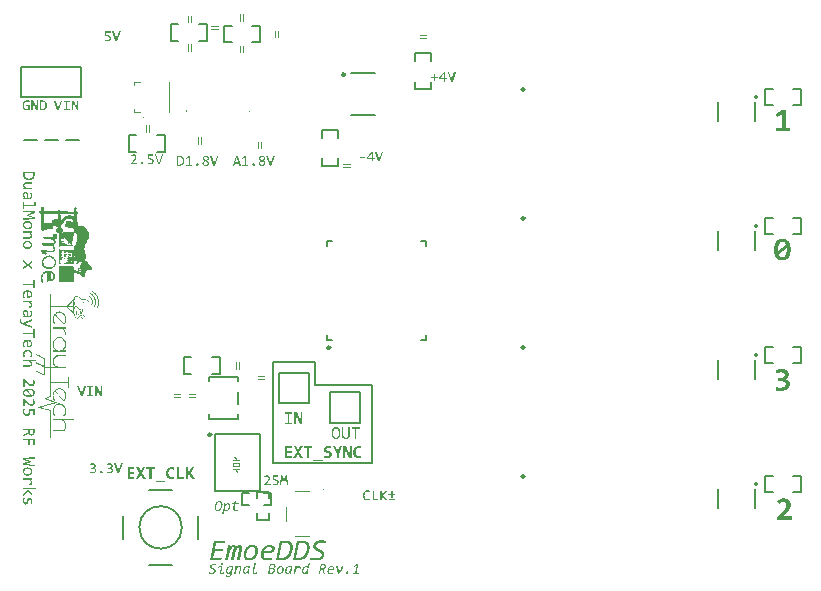
<source format=gto>
G04*
G04 #@! TF.GenerationSoftware,Altium Limited,Altium Designer,24.3.1 (35)*
G04*
G04 Layer_Color=65535*
%FSLAX44Y44*%
%MOMM*%
G71*
G04*
G04 #@! TF.SameCoordinates,E54A5323-C3A8-4295-A2F1-912E9A9C0EE7*
G04*
G04*
G04 #@! TF.FilePolarity,Positive*
G04*
G01*
G75*
%ADD10C,0.1000*%
%ADD11C,0.2000*%
%ADD12C,0.2540*%
%ADD13C,0.2500*%
%ADD14C,0.2032*%
%ADD15C,0.1524*%
%ADD16C,0.1016*%
%ADD17C,0.1778*%
%ADD18C,0.1270*%
%ADD19C,0.1540*%
G36*
X122601Y323963D02*
X121078D01*
X118329Y332252D01*
X119612D01*
X121388Y326655D01*
X121896Y325020D01*
X122417Y326655D01*
X124208Y332252D01*
X125420D01*
X122601Y323963D01*
D02*
G37*
G36*
X116891Y331293D02*
X113466D01*
Y328967D01*
X114396D01*
X114551Y328953D01*
X114735Y328939D01*
X114918Y328925D01*
X115341Y328854D01*
X115369D01*
X115439Y328826D01*
X115552Y328798D01*
X115679Y328770D01*
X115848Y328713D01*
X116017Y328643D01*
X116187Y328573D01*
X116356Y328474D01*
X116370Y328460D01*
X116426Y328432D01*
X116511Y328361D01*
X116609Y328291D01*
X116722Y328178D01*
X116835Y328065D01*
X116948Y327910D01*
X117061Y327755D01*
X117075Y327741D01*
X117103Y327670D01*
X117145Y327572D01*
X117202Y327445D01*
X117258Y327276D01*
X117300Y327078D01*
X117328Y326867D01*
X117343Y326613D01*
Y326585D01*
Y326514D01*
X117328Y326387D01*
X117314Y326246D01*
X117272Y326063D01*
X117230Y325880D01*
X117159Y325683D01*
X117075Y325485D01*
X117061Y325457D01*
X117032Y325401D01*
X116962Y325302D01*
X116877Y325189D01*
X116779Y325048D01*
X116652Y324907D01*
X116497Y324752D01*
X116328Y324611D01*
X116313Y324597D01*
X116243Y324555D01*
X116144Y324484D01*
X116017Y324400D01*
X115848Y324315D01*
X115665Y324216D01*
X115454Y324132D01*
X115228Y324047D01*
X115200Y324033D01*
X115115Y324019D01*
X114988Y323991D01*
X114819Y323949D01*
X114622Y323906D01*
X114382Y323878D01*
X114128Y323864D01*
X113861Y323850D01*
X113621D01*
X113466Y323864D01*
X113381D01*
X113339Y323878D01*
X113198D01*
X113043Y323892D01*
X112972D01*
X112916Y323906D01*
X112775Y323921D01*
X112634Y323935D01*
X112606D01*
X112521Y323949D01*
X112409D01*
X112282Y323963D01*
Y324964D01*
X112296D01*
X112338Y324950D01*
X112409Y324935D01*
X112507Y324921D01*
X112620Y324893D01*
X112747Y324879D01*
X112902Y324851D01*
X113057Y324837D01*
X113142D01*
X113226Y324823D01*
X113480D01*
X113635Y324809D01*
X114143D01*
X114269Y324823D01*
X114396Y324837D01*
X114551Y324851D01*
X114861Y324921D01*
X114876D01*
X114932Y324950D01*
X115002Y324978D01*
X115101Y325020D01*
X115327Y325119D01*
X115552Y325274D01*
X115566Y325288D01*
X115595Y325316D01*
X115651Y325358D01*
X115721Y325429D01*
X115792Y325499D01*
X115862Y325598D01*
X116003Y325810D01*
X116017Y325824D01*
X116032Y325866D01*
X116060Y325936D01*
X116088Y326021D01*
X116116Y326134D01*
X116130Y326261D01*
X116158Y326387D01*
Y326543D01*
Y326557D01*
Y326571D01*
Y326613D01*
X116144Y326669D01*
X116130Y326796D01*
X116088Y326965D01*
X116017Y327149D01*
X115919Y327332D01*
X115778Y327501D01*
X115595Y327656D01*
X115566Y327670D01*
X115496Y327713D01*
X115369Y327769D01*
X115186Y327840D01*
X114960Y327910D01*
X114678Y327966D01*
X114354Y328009D01*
X113988Y328023D01*
X112423D01*
Y332252D01*
X116891D01*
Y331293D01*
D02*
G37*
G36*
X100511Y332365D02*
X100652D01*
X100807Y332336D01*
X100976Y332308D01*
X101159Y332266D01*
X101328Y332210D01*
X101342Y332195D01*
X101399Y332181D01*
X101483Y332139D01*
X101596Y332083D01*
X101723Y332012D01*
X101850Y331942D01*
X102104Y331730D01*
X102118Y331716D01*
X102160Y331674D01*
X102217Y331603D01*
X102301Y331519D01*
X102386Y331406D01*
X102470Y331279D01*
X102555Y331138D01*
X102625Y330969D01*
X102639Y330955D01*
X102654Y330884D01*
X102682Y330800D01*
X102724Y330673D01*
X102752Y330518D01*
X102780Y330349D01*
X102794Y330165D01*
X102809Y329954D01*
Y329940D01*
Y329869D01*
Y329785D01*
X102794Y329658D01*
X102780Y329531D01*
X102752Y329376D01*
X102682Y329066D01*
Y329052D01*
X102654Y328995D01*
X102625Y328911D01*
X102583Y328812D01*
X102527Y328685D01*
X102456Y328544D01*
X102287Y328248D01*
X102273Y328234D01*
X102245Y328178D01*
X102188Y328107D01*
X102118Y327994D01*
X102019Y327868D01*
X101906Y327727D01*
X101779Y327572D01*
X101638Y327416D01*
X101624Y327402D01*
X101568Y327346D01*
X101483Y327262D01*
X101385Y327149D01*
X101244Y327008D01*
X101089Y326853D01*
X100920Y326669D01*
X100722Y326486D01*
X99228Y325020D01*
X103260D01*
Y323963D01*
X97790D01*
Y324950D01*
X99919Y327078D01*
X99947Y327106D01*
X100003Y327163D01*
X100102Y327262D01*
X100229Y327388D01*
X100370Y327529D01*
X100511Y327684D01*
X100652Y327840D01*
X100779Y327980D01*
X100793Y327994D01*
X100835Y328051D01*
X100891Y328121D01*
X100962Y328206D01*
X101046Y328319D01*
X101131Y328432D01*
X101286Y328671D01*
X101300Y328685D01*
X101314Y328728D01*
X101356Y328784D01*
X101399Y328868D01*
X101483Y329052D01*
X101540Y329263D01*
Y329277D01*
X101554Y329320D01*
X101568Y329376D01*
X101582Y329446D01*
Y329531D01*
X101596Y329644D01*
X101610Y329869D01*
Y329883D01*
Y329926D01*
Y329982D01*
X101596Y330053D01*
X101582Y330250D01*
X101526Y330447D01*
Y330462D01*
X101512Y330490D01*
X101497Y330546D01*
X101469Y330617D01*
X101385Y330772D01*
X101272Y330941D01*
X101258Y330955D01*
X101244Y330983D01*
X101201Y331011D01*
X101159Y331068D01*
X101004Y331166D01*
X100821Y331279D01*
X100807D01*
X100779Y331293D01*
X100722Y331321D01*
X100638Y331350D01*
X100539Y331364D01*
X100440Y331392D01*
X100313Y331406D01*
X100088D01*
X99989Y331392D01*
X99862Y331378D01*
X99707Y331350D01*
X99552Y331307D01*
X99383Y331251D01*
X99214Y331166D01*
X99200Y331152D01*
X99143Y331124D01*
X99059Y331068D01*
X98946Y330997D01*
X98833Y330913D01*
X98692Y330814D01*
X98565Y330687D01*
X98424Y330560D01*
X97818Y331279D01*
X97846Y331307D01*
X97903Y331364D01*
X98001Y331448D01*
X98128Y331561D01*
X98283Y331688D01*
X98467Y331815D01*
X98664Y331956D01*
X98890Y332069D01*
X98904D01*
X98918Y332083D01*
X99002Y332111D01*
X99129Y332167D01*
X99298Y332224D01*
X99510Y332280D01*
X99749Y332336D01*
X100017Y332365D01*
X100313Y332379D01*
X100412D01*
X100511Y332365D01*
D02*
G37*
G36*
X107644Y325951D02*
X107785Y325936D01*
X107926Y325880D01*
X107940D01*
X107954Y325866D01*
X108039Y325824D01*
X108151Y325739D01*
X108264Y325640D01*
X108292Y325612D01*
X108349Y325542D01*
X108419Y325443D01*
X108490Y325302D01*
Y325288D01*
X108504Y325274D01*
X108532Y325189D01*
X108560Y325048D01*
X108574Y324893D01*
Y324879D01*
Y324851D01*
Y324823D01*
X108560Y324766D01*
X108546Y324625D01*
X108490Y324484D01*
Y324470D01*
X108476Y324456D01*
X108433Y324372D01*
X108363Y324259D01*
X108264Y324146D01*
X108236Y324118D01*
X108165Y324062D01*
X108067Y323991D01*
X107926Y323935D01*
X107912D01*
X107898Y323921D01*
X107855Y323906D01*
X107799Y323892D01*
X107672Y323864D01*
X107517Y323850D01*
X107432D01*
X107376Y323864D01*
X107249Y323892D01*
X107094Y323935D01*
X107080D01*
X107066Y323949D01*
X106981Y323991D01*
X106883Y324047D01*
X106770Y324146D01*
X106742Y324174D01*
X106685Y324245D01*
X106615Y324343D01*
X106544Y324484D01*
Y324498D01*
X106530Y324513D01*
X106516Y324555D01*
Y324611D01*
X106488Y324738D01*
X106474Y324893D01*
Y324907D01*
Y324935D01*
Y324978D01*
X106488Y325034D01*
X106502Y325161D01*
X106544Y325302D01*
Y325316D01*
X106558Y325330D01*
X106601Y325415D01*
X106671Y325527D01*
X106770Y325640D01*
Y325654D01*
X106798Y325668D01*
X106868Y325725D01*
X106967Y325810D01*
X107094Y325880D01*
X107108D01*
X107122Y325894D01*
X107164Y325908D01*
X107221Y325922D01*
X107362Y325951D01*
X107517Y325965D01*
X107601D01*
X107644Y325951D01*
D02*
G37*
G36*
X132942Y67465D02*
X133057D01*
X133123Y67448D01*
X133304Y67432D01*
X133518Y67399D01*
X133567D01*
X133616Y67382D01*
X133699D01*
X133880Y67349D01*
X134094Y67300D01*
X134110D01*
X134143Y67284D01*
X134209Y67267D01*
X134275Y67251D01*
X134472Y67201D01*
X134703Y67136D01*
Y65325D01*
X134670Y65341D01*
X134587Y65374D01*
X134472Y65424D01*
X134308Y65490D01*
X134127Y65555D01*
X133913Y65621D01*
X133485Y65736D01*
X133468D01*
X133386Y65753D01*
X133287Y65786D01*
X133155Y65802D01*
X132991Y65835D01*
X132826Y65852D01*
X132464Y65868D01*
X132349D01*
X132217Y65852D01*
X132053Y65835D01*
X131872Y65802D01*
X131674Y65753D01*
X131477Y65687D01*
X131279Y65605D01*
X131263Y65588D01*
X131197Y65555D01*
X131115Y65506D01*
X130999Y65424D01*
X130868Y65325D01*
X130736Y65210D01*
X130604Y65078D01*
X130473Y64914D01*
X130456Y64897D01*
X130423Y64831D01*
X130374Y64732D01*
X130292Y64617D01*
X130226Y64453D01*
X130143Y64272D01*
X130078Y64074D01*
X130012Y63844D01*
Y63811D01*
X129995Y63745D01*
X129979Y63613D01*
X129946Y63449D01*
X129930Y63251D01*
X129897Y63021D01*
X129880Y62757D01*
Y62494D01*
Y62477D01*
Y62461D01*
Y62362D01*
X129897Y62214D01*
Y62017D01*
X129913Y61803D01*
X129946Y61572D01*
X130028Y61079D01*
Y61045D01*
X130061Y60980D01*
X130094Y60865D01*
X130143Y60716D01*
X130209Y60552D01*
X130292Y60387D01*
X130374Y60206D01*
X130489Y60041D01*
X130506Y60025D01*
X130555Y59976D01*
X130621Y59893D01*
X130720Y59795D01*
X130835Y59696D01*
X130983Y59581D01*
X131131Y59482D01*
X131312Y59383D01*
X131329Y59367D01*
X131394Y59350D01*
X131510Y59317D01*
X131641Y59284D01*
X131822Y59235D01*
X132020Y59202D01*
X132234Y59186D01*
X132481Y59169D01*
X132645D01*
X132810Y59186D01*
X133007Y59202D01*
X133024D01*
X133057Y59219D01*
X133123D01*
X133188Y59235D01*
X133370Y59284D01*
X133583Y59334D01*
X133600D01*
X133633Y59350D01*
X133699Y59367D01*
X133764Y59383D01*
X133946Y59449D01*
X134159Y59515D01*
X134176D01*
X134209Y59531D01*
X134275Y59564D01*
X134341Y59581D01*
X134522Y59663D01*
X134703Y59745D01*
Y58033D01*
X134670Y58017D01*
X134587Y57984D01*
X134456Y57951D01*
X134291Y57885D01*
X134110Y57819D01*
X133896Y57770D01*
X133435Y57655D01*
X133402D01*
X133337Y57639D01*
X133221Y57622D01*
X133057Y57589D01*
X132876Y57573D01*
X132662Y57540D01*
X132431Y57523D01*
X132003D01*
X131921Y57540D01*
X131822D01*
X131559Y57556D01*
X131279Y57589D01*
X130967Y57655D01*
X130654Y57721D01*
X130341Y57819D01*
X130325D01*
X130308Y57836D01*
X130209Y57885D01*
X130061Y57951D01*
X129864Y58050D01*
X129650Y58182D01*
X129419Y58346D01*
X129189Y58527D01*
X128975Y58741D01*
X128958Y58774D01*
X128893Y58857D01*
X128794Y58988D01*
X128662Y59153D01*
X128531Y59383D01*
X128399Y59630D01*
X128267Y59926D01*
X128152Y60239D01*
Y60255D01*
X128135Y60288D01*
X128119Y60338D01*
X128103Y60404D01*
X128086Y60486D01*
X128070Y60585D01*
X128020Y60848D01*
X127954Y61144D01*
X127921Y61506D01*
X127889Y61918D01*
X127872Y62346D01*
Y62362D01*
Y62395D01*
Y62461D01*
Y62560D01*
X127889Y62659D01*
Y62790D01*
X127905Y63070D01*
X127938Y63416D01*
X128004Y63778D01*
X128070Y64156D01*
X128168Y64518D01*
Y64535D01*
X128185Y64568D01*
X128201Y64617D01*
X128234Y64683D01*
X128300Y64848D01*
X128399Y65078D01*
X128531Y65325D01*
X128679Y65605D01*
X128860Y65868D01*
X129057Y66131D01*
X129090Y66164D01*
X129156Y66247D01*
X129288Y66362D01*
X129452Y66510D01*
X129666Y66675D01*
X129913Y66839D01*
X130176Y66987D01*
X130473Y67136D01*
X130489D01*
X130506Y67152D01*
X130555Y67168D01*
X130621Y67185D01*
X130785Y67251D01*
X131016Y67316D01*
X131279Y67366D01*
X131592Y67432D01*
X131938Y67465D01*
X132316Y67481D01*
X132728D01*
X132942Y67465D01*
D02*
G37*
G36*
X107463Y62675D02*
X110508Y57655D01*
X108187D01*
X106327Y61210D01*
X104500Y57655D01*
X102295D01*
X105257Y62626D01*
X102492Y67333D01*
X104632D01*
X106376Y63975D01*
X108055Y67333D01*
X110211D01*
X107463Y62675D01*
D02*
G37*
G36*
X148561Y62708D02*
X152018Y57655D01*
X149664D01*
X146767Y62329D01*
Y57655D01*
X144907D01*
Y67333D01*
X146767D01*
Y62905D01*
X149648Y67333D01*
X151853D01*
X148561Y62708D01*
D02*
G37*
G36*
X138933Y59219D02*
X143015D01*
Y57655D01*
X137073D01*
Y67333D01*
X138933D01*
Y59219D01*
D02*
G37*
G36*
X118326Y65819D02*
X115676D01*
Y57655D01*
X113816D01*
Y65819D01*
X111166D01*
Y67333D01*
X118326D01*
Y65819D01*
D02*
G37*
G36*
X101077Y65786D02*
X97110D01*
Y63383D01*
X100896D01*
Y61885D01*
X97110D01*
Y59202D01*
X101077D01*
Y57655D01*
X95250D01*
Y67333D01*
X101077D01*
Y65786D01*
D02*
G37*
G36*
X127263Y54610D02*
X118918D01*
Y56042D01*
X127263D01*
Y54610D01*
D02*
G37*
G36*
X10621Y378085D02*
X10776Y378070D01*
X10960Y378056D01*
X11340Y378000D01*
X11368D01*
X11425Y377986D01*
X11524Y377958D01*
X11651Y377929D01*
X11805Y377887D01*
X11961Y377831D01*
X12313Y377690D01*
Y376562D01*
X12299Y376576D01*
X12228Y376604D01*
X12144Y376647D01*
X12017Y376703D01*
X11876Y376759D01*
X11707Y376830D01*
X11354Y376943D01*
X11326D01*
X11270Y376971D01*
X11171Y376985D01*
X11044Y377013D01*
X10875Y377041D01*
X10706Y377056D01*
X10509Y377084D01*
X10184D01*
X10057Y377070D01*
X9902Y377056D01*
X9719Y377027D01*
X9522Y376985D01*
X9310Y376929D01*
X9113Y376844D01*
X9085Y376830D01*
X9028Y376802D01*
X8930Y376745D01*
X8817Y376675D01*
X8676Y376576D01*
X8535Y376463D01*
X8394Y376323D01*
X8253Y376167D01*
X8239Y376153D01*
X8197Y376097D01*
X8126Y375998D01*
X8056Y375886D01*
X7971Y375730D01*
X7872Y375561D01*
X7788Y375364D01*
X7717Y375138D01*
X7703Y375110D01*
X7689Y375040D01*
X7661Y374913D01*
X7633Y374758D01*
X7591Y374560D01*
X7562Y374335D01*
X7548Y374081D01*
X7534Y373813D01*
Y373799D01*
Y373785D01*
Y373743D01*
Y373686D01*
X7548Y373545D01*
Y373362D01*
X7562Y373151D01*
X7591Y372911D01*
X7633Y372685D01*
X7675Y372446D01*
X7689Y372418D01*
X7703Y372347D01*
X7746Y372234D01*
X7788Y372093D01*
X7858Y371924D01*
X7943Y371755D01*
X8042Y371586D01*
X8154Y371417D01*
X8169Y371403D01*
X8211Y371346D01*
X8281Y371276D01*
X8380Y371191D01*
X8507Y371078D01*
X8648Y370980D01*
X8803Y370881D01*
X8986Y370782D01*
X9014Y370768D01*
X9071Y370754D01*
X9183Y370712D01*
X9324Y370684D01*
X9508Y370641D01*
X9719Y370599D01*
X9945Y370585D01*
X10199Y370571D01*
X10480D01*
X10537Y370585D01*
X10635D01*
X10734Y370599D01*
X10762D01*
X10819Y370613D01*
X10903Y370641D01*
X11002Y370656D01*
X11030Y370670D01*
X11087Y370684D01*
X11157Y370712D01*
X11242Y370740D01*
Y373376D01*
X9536D01*
Y374307D01*
X12355D01*
Y370063D01*
X12341D01*
X12313Y370049D01*
X12257Y370021D01*
X12186Y369993D01*
X12003Y369908D01*
X11791Y369838D01*
X11777D01*
X11749Y369824D01*
X11693Y369810D01*
X11608Y369796D01*
X11524Y369767D01*
X11425Y369739D01*
X11199Y369697D01*
X11185D01*
X11143Y369683D01*
X11087D01*
X11016Y369669D01*
X10819Y369641D01*
X10607Y369612D01*
X10551D01*
X10495Y369598D01*
X10424D01*
X10241Y369584D01*
X10029Y369570D01*
X9888D01*
X9719Y369584D01*
X9522Y369598D01*
X9282Y369626D01*
X9028Y369683D01*
X8761Y369739D01*
X8493Y369824D01*
X8479D01*
X8465Y369838D01*
X8380Y369880D01*
X8253Y369936D01*
X8098Y370021D01*
X7915Y370134D01*
X7717Y370275D01*
X7520Y370430D01*
X7337Y370613D01*
X7323Y370641D01*
X7252Y370712D01*
X7168Y370825D01*
X7069Y370980D01*
X6942Y371163D01*
X6829Y371389D01*
X6702Y371642D01*
X6604Y371924D01*
Y371938D01*
X6590Y371967D01*
X6576Y372009D01*
X6561Y372065D01*
X6547Y372136D01*
X6519Y372220D01*
X6477Y372446D01*
X6435Y372700D01*
X6392Y373010D01*
X6364Y373362D01*
X6350Y373729D01*
Y373743D01*
Y373771D01*
Y373827D01*
Y373898D01*
X6364Y373997D01*
Y374095D01*
X6392Y374349D01*
X6421Y374631D01*
X6463Y374941D01*
X6533Y375251D01*
X6632Y375561D01*
Y375575D01*
X6646Y375603D01*
X6660Y375646D01*
X6688Y375702D01*
X6745Y375843D01*
X6843Y376040D01*
X6942Y376252D01*
X7083Y376492D01*
X7238Y376717D01*
X7421Y376943D01*
X7450Y376971D01*
X7520Y377041D01*
X7619Y377140D01*
X7774Y377267D01*
X7957Y377408D01*
X8169Y377549D01*
X8408Y377676D01*
X8662Y377803D01*
X8676D01*
X8690Y377817D01*
X8732Y377831D01*
X8789Y377845D01*
X8944Y377901D01*
X9141Y377958D01*
X9381Y378000D01*
X9649Y378056D01*
X9959Y378085D01*
X10283Y378099D01*
X10480D01*
X10621Y378085D01*
D02*
G37*
G36*
X19474Y369683D02*
X17938D01*
X15626Y374856D01*
X14963Y376520D01*
Y372333D01*
Y369683D01*
X13836D01*
Y377972D01*
X15344D01*
X17543Y373066D01*
X18347Y371177D01*
Y375618D01*
Y377972D01*
X19474D01*
Y369683D01*
D02*
G37*
G36*
X23365Y377958D02*
X23520Y377944D01*
X23703Y377915D01*
X23915Y377887D01*
X24140Y377845D01*
X24366Y377789D01*
X24606Y377732D01*
X24845Y377648D01*
X25085Y377549D01*
X25325Y377436D01*
X25550Y377295D01*
X25762Y377154D01*
X25945Y376971D01*
X25959Y376957D01*
X25987Y376929D01*
X26029Y376872D01*
X26100Y376788D01*
X26170Y376675D01*
X26255Y376548D01*
X26339Y376393D01*
X26424Y376210D01*
X26509Y376012D01*
X26607Y375787D01*
X26678Y375533D01*
X26748Y375265D01*
X26819Y374955D01*
X26861Y374631D01*
X26889Y374292D01*
X26903Y373912D01*
Y373884D01*
Y373813D01*
Y373700D01*
X26889Y373545D01*
X26875Y373376D01*
X26861Y373179D01*
X26805Y372770D01*
Y372742D01*
X26791Y372671D01*
X26762Y372573D01*
X26734Y372432D01*
X26692Y372277D01*
X26636Y372108D01*
X26509Y371755D01*
X26495Y371741D01*
X26466Y371670D01*
X26424Y371586D01*
X26368Y371473D01*
X26297Y371346D01*
X26213Y371191D01*
X25987Y370895D01*
X25973Y370881D01*
X25931Y370839D01*
X25860Y370754D01*
X25762Y370670D01*
X25649Y370571D01*
X25508Y370458D01*
X25353Y370345D01*
X25184Y370247D01*
X25169Y370233D01*
X25099Y370204D01*
X25000Y370148D01*
X24873Y370092D01*
X24718Y370021D01*
X24535Y369951D01*
X24324Y369880D01*
X24098Y369824D01*
X24070D01*
X23985Y369796D01*
X23858Y369781D01*
X23689Y369753D01*
X23478Y369725D01*
X23238Y369711D01*
X22970Y369683D01*
X20912D01*
Y377972D01*
X23224D01*
X23365Y377958D01*
D02*
G37*
G36*
X370424Y393954D02*
X368901D01*
X366152Y402243D01*
X367435D01*
X369212Y396646D01*
X369719Y395011D01*
X370241Y396646D01*
X372031Y402243D01*
X373243D01*
X370424Y393954D01*
D02*
G37*
G36*
X355946Y397887D02*
X358441D01*
Y396928D01*
X355946D01*
Y394335D01*
X354861D01*
Y396928D01*
X352366D01*
Y397887D01*
X354847D01*
Y400453D01*
X355946D01*
Y397887D01*
D02*
G37*
G36*
X364362Y396759D02*
X365786D01*
Y395787D01*
X364362D01*
Y393954D01*
X363234D01*
Y395787D01*
X359245D01*
Y396759D01*
X362769Y402243D01*
X364362D01*
Y396759D01*
D02*
G37*
G36*
X86519Y428103D02*
X84997D01*
X82248Y436392D01*
X83530D01*
X85307Y430795D01*
X85814Y429160D01*
X86336Y430795D01*
X88126Y436392D01*
X89338D01*
X86519Y428103D01*
D02*
G37*
G36*
X80810Y435433D02*
X77384D01*
Y433107D01*
X78315D01*
X78470Y433093D01*
X78653Y433079D01*
X78836Y433065D01*
X79259Y432994D01*
X79287D01*
X79358Y432966D01*
X79471Y432938D01*
X79597Y432910D01*
X79767Y432854D01*
X79936Y432783D01*
X80105Y432713D01*
X80274Y432614D01*
X80288Y432600D01*
X80344Y432571D01*
X80429Y432501D01*
X80528Y432431D01*
X80641Y432318D01*
X80753Y432205D01*
X80866Y432050D01*
X80979Y431895D01*
X80993Y431881D01*
X81021Y431810D01*
X81063Y431712D01*
X81120Y431585D01*
X81176Y431416D01*
X81219Y431218D01*
X81247Y431007D01*
X81261Y430753D01*
Y430725D01*
Y430654D01*
X81247Y430527D01*
X81233Y430387D01*
X81190Y430203D01*
X81148Y430020D01*
X81078Y429823D01*
X80993Y429625D01*
X80979Y429597D01*
X80951Y429541D01*
X80880Y429442D01*
X80796Y429329D01*
X80697Y429188D01*
X80570Y429047D01*
X80415Y428892D01*
X80246Y428751D01*
X80232Y428737D01*
X80161Y428695D01*
X80063Y428624D01*
X79936Y428540D01*
X79767Y428455D01*
X79583Y428357D01*
X79372Y428272D01*
X79146Y428187D01*
X79118Y428173D01*
X79033Y428159D01*
X78907Y428131D01*
X78738Y428089D01*
X78540Y428046D01*
X78300Y428018D01*
X78047Y428004D01*
X77779Y427990D01*
X77539D01*
X77384Y428004D01*
X77300D01*
X77257Y428018D01*
X77116D01*
X76961Y428032D01*
X76891D01*
X76834Y428046D01*
X76693Y428060D01*
X76552Y428075D01*
X76524D01*
X76440Y428089D01*
X76327D01*
X76200Y428103D01*
Y429104D01*
X76214D01*
X76256Y429090D01*
X76327Y429076D01*
X76426Y429061D01*
X76538Y429033D01*
X76665Y429019D01*
X76820Y428991D01*
X76975Y428977D01*
X77060D01*
X77144Y428963D01*
X77398D01*
X77553Y428949D01*
X78061D01*
X78188Y428963D01*
X78315Y428977D01*
X78470Y428991D01*
X78780Y429061D01*
X78794D01*
X78850Y429090D01*
X78921Y429118D01*
X79019Y429160D01*
X79245Y429259D01*
X79471Y429414D01*
X79485Y429428D01*
X79513Y429456D01*
X79569Y429498D01*
X79640Y429569D01*
X79710Y429639D01*
X79781Y429738D01*
X79922Y429949D01*
X79936Y429964D01*
X79950Y430006D01*
X79978Y430076D01*
X80006Y430161D01*
X80034Y430274D01*
X80049Y430401D01*
X80077Y430527D01*
Y430682D01*
Y430697D01*
Y430711D01*
Y430753D01*
X80063Y430809D01*
X80049Y430936D01*
X80006Y431105D01*
X79936Y431289D01*
X79837Y431472D01*
X79696Y431641D01*
X79513Y431796D01*
X79485Y431810D01*
X79414Y431853D01*
X79287Y431909D01*
X79104Y431979D01*
X78878Y432050D01*
X78597Y432106D01*
X78272Y432149D01*
X77906Y432163D01*
X76341D01*
Y436392D01*
X80810D01*
Y435433D01*
D02*
G37*
G36*
X169357Y322693D02*
X167835D01*
X165086Y330982D01*
X166369D01*
X168145Y325385D01*
X168653Y323750D01*
X169174Y325385D01*
X170965Y330982D01*
X172177D01*
X169357Y322693D01*
D02*
G37*
G36*
X148099Y323722D02*
X149946D01*
Y322693D01*
X144744D01*
Y323722D01*
X146873D01*
Y329770D01*
X144885Y328698D01*
X144490Y329643D01*
X147113Y331024D01*
X148099D01*
Y323722D01*
D02*
G37*
G36*
X139613Y330968D02*
X139768Y330954D01*
X139951Y330925D01*
X140163Y330897D01*
X140388Y330855D01*
X140614Y330799D01*
X140853Y330742D01*
X141093Y330658D01*
X141333Y330559D01*
X141572Y330446D01*
X141798Y330305D01*
X142009Y330164D01*
X142193Y329981D01*
X142207Y329967D01*
X142235Y329939D01*
X142277Y329882D01*
X142348Y329798D01*
X142418Y329685D01*
X142503Y329558D01*
X142587Y329403D01*
X142672Y329220D01*
X142757Y329022D01*
X142855Y328797D01*
X142926Y328543D01*
X142996Y328275D01*
X143067Y327965D01*
X143109Y327641D01*
X143137Y327303D01*
X143151Y326922D01*
Y326894D01*
Y326823D01*
Y326710D01*
X143137Y326555D01*
X143123Y326386D01*
X143109Y326189D01*
X143053Y325780D01*
Y325752D01*
X143038Y325681D01*
X143010Y325583D01*
X142982Y325442D01*
X142940Y325287D01*
X142883Y325117D01*
X142757Y324765D01*
X142742Y324751D01*
X142714Y324680D01*
X142672Y324596D01*
X142615Y324483D01*
X142545Y324356D01*
X142460Y324201D01*
X142235Y323905D01*
X142221Y323891D01*
X142178Y323849D01*
X142108Y323764D01*
X142009Y323680D01*
X141897Y323581D01*
X141756Y323468D01*
X141601Y323355D01*
X141431Y323257D01*
X141417Y323243D01*
X141347Y323214D01*
X141248Y323158D01*
X141121Y323102D01*
X140966Y323031D01*
X140783Y322961D01*
X140571Y322890D01*
X140346Y322834D01*
X140318D01*
X140233Y322806D01*
X140106Y322791D01*
X139937Y322763D01*
X139726Y322735D01*
X139486Y322721D01*
X139218Y322693D01*
X137160D01*
Y330982D01*
X139472D01*
X139613Y330968D01*
D02*
G37*
G36*
X161900Y331095D02*
X162083Y331081D01*
X162267Y331052D01*
X162464Y331010D01*
X162647Y330968D01*
X162676D01*
X162732Y330939D01*
X162817Y330911D01*
X162929Y330869D01*
X163056Y330813D01*
X163183Y330742D01*
X163324Y330658D01*
X163451Y330573D01*
X163465Y330559D01*
X163507Y330531D01*
X163564Y330474D01*
X163648Y330404D01*
X163719Y330305D01*
X163803Y330206D01*
X163888Y330080D01*
X163958Y329953D01*
X163972Y329939D01*
X163987Y329896D01*
X164015Y329812D01*
X164043Y329727D01*
X164071Y329600D01*
X164099Y329459D01*
X164128Y329318D01*
Y329149D01*
Y329135D01*
Y329121D01*
Y329079D01*
Y329036D01*
X164114Y328895D01*
X164071Y328726D01*
X164029Y328529D01*
X163958Y328332D01*
X163860Y328120D01*
X163719Y327923D01*
X163705Y327895D01*
X163648Y327838D01*
X163550Y327739D01*
X163423Y327627D01*
X163268Y327486D01*
X163070Y327331D01*
X162831Y327176D01*
X162577Y327035D01*
X162591Y327021D01*
X162633Y327006D01*
X162704Y326964D01*
X162802Y326922D01*
X162901Y326851D01*
X163014Y326781D01*
X163253Y326626D01*
X163268Y326612D01*
X163310Y326584D01*
X163366Y326541D01*
X163451Y326485D01*
X163620Y326330D01*
X163803Y326132D01*
X163817Y326118D01*
X163846Y326090D01*
X163888Y326034D01*
X163944Y325963D01*
X164001Y325865D01*
X164057Y325766D01*
X164170Y325526D01*
Y325512D01*
X164198Y325470D01*
X164212Y325399D01*
X164240Y325301D01*
X164268Y325202D01*
X164283Y325075D01*
X164311Y324779D01*
Y324751D01*
Y324695D01*
X164297Y324582D01*
X164283Y324455D01*
X164254Y324314D01*
X164212Y324159D01*
X164156Y323990D01*
X164085Y323835D01*
X164071Y323820D01*
X164043Y323764D01*
X164001Y323694D01*
X163930Y323595D01*
X163846Y323482D01*
X163747Y323369D01*
X163620Y323257D01*
X163479Y323144D01*
X163465Y323130D01*
X163409Y323102D01*
X163324Y323045D01*
X163225Y322989D01*
X163084Y322918D01*
X162929Y322848D01*
X162760Y322777D01*
X162563Y322721D01*
X162535D01*
X162478Y322693D01*
X162365Y322679D01*
X162225Y322650D01*
X162055Y322622D01*
X161872Y322608D01*
X161661Y322580D01*
X161322D01*
X161195Y322594D01*
X161026D01*
X160843Y322608D01*
X160646Y322636D01*
X160434Y322679D01*
X160237Y322721D01*
X160209Y322735D01*
X160152Y322749D01*
X160054Y322791D01*
X159927Y322834D01*
X159800Y322890D01*
X159645Y322961D01*
X159504Y323045D01*
X159363Y323144D01*
X159349Y323158D01*
X159306Y323200D01*
X159250Y323257D01*
X159165Y323327D01*
X159081Y323426D01*
X158996Y323539D01*
X158912Y323666D01*
X158841Y323792D01*
Y323806D01*
X158813Y323863D01*
X158785Y323933D01*
X158757Y324046D01*
X158728Y324159D01*
X158700Y324300D01*
X158686Y324455D01*
X158672Y324624D01*
Y324638D01*
Y324652D01*
Y324695D01*
X158686Y324751D01*
X158700Y324892D01*
X158728Y325075D01*
X158771Y325272D01*
X158855Y325498D01*
X158954Y325724D01*
X159095Y325935D01*
X159109Y325963D01*
X159179Y326034D01*
X159278Y326132D01*
X159419Y326273D01*
X159602Y326428D01*
X159828Y326598D01*
X160096Y326781D01*
X160406Y326950D01*
X160392D01*
X160378Y326964D01*
X160336Y326992D01*
X160279Y327021D01*
X160138Y327105D01*
X159955Y327218D01*
X159757Y327359D01*
X159574Y327514D01*
X159377Y327683D01*
X159222Y327866D01*
X159208Y327895D01*
X159165Y327951D01*
X159109Y328064D01*
X159038Y328205D01*
X158968Y328374D01*
X158912Y328571D01*
X158869Y328783D01*
X158855Y329022D01*
Y329036D01*
Y329093D01*
X158869Y329163D01*
Y329262D01*
X158898Y329389D01*
X158926Y329516D01*
X158954Y329643D01*
X159010Y329784D01*
X159024Y329798D01*
X159038Y329854D01*
X159081Y329925D01*
X159137Y330009D01*
X159208Y330122D01*
X159292Y330235D01*
X159391Y330347D01*
X159504Y330460D01*
X159518Y330474D01*
X159560Y330517D01*
X159631Y330559D01*
X159729Y330629D01*
X159856Y330700D01*
X159997Y330784D01*
X160152Y330855D01*
X160336Y330925D01*
X160364Y330939D01*
X160420Y330954D01*
X160533Y330982D01*
X160674Y331024D01*
X160843Y331052D01*
X161054Y331081D01*
X161280Y331095D01*
X161520Y331109D01*
X161745D01*
X161900Y331095D01*
D02*
G37*
G36*
X154401Y324680D02*
X154542Y324666D01*
X154683Y324610D01*
X154697D01*
X154711Y324596D01*
X154795Y324554D01*
X154908Y324469D01*
X155021Y324370D01*
X155049Y324342D01*
X155105Y324272D01*
X155176Y324173D01*
X155246Y324032D01*
Y324018D01*
X155260Y324004D01*
X155289Y323919D01*
X155317Y323778D01*
X155331Y323623D01*
Y323609D01*
Y323581D01*
Y323553D01*
X155317Y323496D01*
X155303Y323355D01*
X155246Y323214D01*
Y323200D01*
X155232Y323186D01*
X155190Y323102D01*
X155120Y322989D01*
X155021Y322876D01*
X154993Y322848D01*
X154922Y322791D01*
X154824Y322721D01*
X154683Y322665D01*
X154669D01*
X154654Y322650D01*
X154612Y322636D01*
X154556Y322622D01*
X154429Y322594D01*
X154274Y322580D01*
X154189D01*
X154133Y322594D01*
X154006Y322622D01*
X153851Y322665D01*
X153837D01*
X153823Y322679D01*
X153738Y322721D01*
X153639Y322777D01*
X153527Y322876D01*
X153498Y322904D01*
X153442Y322975D01*
X153371Y323073D01*
X153301Y323214D01*
Y323228D01*
X153287Y323243D01*
X153273Y323285D01*
Y323341D01*
X153245Y323468D01*
X153231Y323623D01*
Y323637D01*
Y323666D01*
Y323708D01*
X153245Y323764D01*
X153259Y323891D01*
X153301Y324032D01*
Y324046D01*
X153315Y324060D01*
X153357Y324145D01*
X153428Y324258D01*
X153527Y324370D01*
Y324384D01*
X153555Y324398D01*
X153625Y324455D01*
X153724Y324539D01*
X153851Y324610D01*
X153865D01*
X153879Y324624D01*
X153921Y324638D01*
X153978Y324652D01*
X154119Y324680D01*
X154274Y324695D01*
X154358D01*
X154401Y324680D01*
D02*
G37*
G36*
X175347Y-13714D02*
X175446Y-13728D01*
X175559Y-13770D01*
X175573D01*
X175587Y-13784D01*
X175657Y-13812D01*
X175742Y-13883D01*
X175826Y-13953D01*
X175841Y-13967D01*
X175897Y-14024D01*
X175939Y-14108D01*
X175996Y-14221D01*
X176010Y-14249D01*
X176038Y-14306D01*
X176052Y-14404D01*
X176066Y-14531D01*
Y-14545D01*
Y-14559D01*
X176052Y-14644D01*
X176038Y-14771D01*
X175996Y-14898D01*
Y-14912D01*
X175982Y-14926D01*
X175939Y-14996D01*
X175883Y-15095D01*
X175798Y-15194D01*
X175770Y-15208D01*
X175714Y-15264D01*
X175615Y-15321D01*
X175502Y-15377D01*
X175474Y-15391D01*
X175404Y-15405D01*
X175291Y-15419D01*
X175150Y-15433D01*
X175122D01*
X175037Y-15419D01*
X174924Y-15405D01*
X174812Y-15377D01*
X174783Y-15363D01*
X174727Y-15321D01*
X174628Y-15264D01*
X174544Y-15194D01*
X174530Y-15180D01*
X174487Y-15123D01*
X174431Y-15039D01*
X174389Y-14940D01*
Y-14926D01*
X174375Y-14912D01*
X174361Y-14841D01*
X174346Y-14743D01*
X174332Y-14616D01*
Y-14602D01*
Y-14588D01*
X174346Y-14489D01*
X174361Y-14376D01*
X174389Y-14249D01*
Y-14235D01*
X174403Y-14221D01*
X174445Y-14151D01*
X174501Y-14052D01*
X174586Y-13967D01*
X174614Y-13939D01*
X174671Y-13897D01*
X174755Y-13826D01*
X174868Y-13770D01*
X174882D01*
X174896Y-13756D01*
X174981Y-13728D01*
X175093Y-13714D01*
X175235Y-13700D01*
X175263D01*
X175347Y-13714D01*
D02*
G37*
G36*
X168863Y-14334D02*
X169046Y-14348D01*
X169145D01*
X169201Y-14362D01*
X169370Y-14376D01*
X169553Y-14404D01*
X169596D01*
X169652Y-14418D01*
X169722D01*
X169878Y-14447D01*
X170061Y-14475D01*
X170103D01*
X170160Y-14489D01*
X170216Y-14503D01*
X170371Y-14531D01*
X170526Y-14559D01*
X170315Y-15574D01*
X170301D01*
X170230Y-15546D01*
X170145Y-15532D01*
X170019Y-15504D01*
X169878Y-15476D01*
X169722Y-15433D01*
X169370Y-15377D01*
X169356D01*
X169286Y-15363D01*
X169201Y-15349D01*
X169074Y-15335D01*
X168933Y-15321D01*
X168778Y-15307D01*
X168440Y-15293D01*
X168242D01*
X168116Y-15307D01*
X167960Y-15321D01*
X167791Y-15335D01*
X167636Y-15363D01*
X167481Y-15405D01*
X167467D01*
X167411Y-15419D01*
X167340Y-15447D01*
X167256Y-15476D01*
X167030Y-15574D01*
X166819Y-15701D01*
X166805Y-15715D01*
X166776Y-15730D01*
X166734Y-15772D01*
X166678Y-15828D01*
X166551Y-15969D01*
X166438Y-16138D01*
Y-16152D01*
X166424Y-16181D01*
X166396Y-16223D01*
X166382Y-16293D01*
X166325Y-16463D01*
X166311Y-16674D01*
Y-16688D01*
Y-16716D01*
X166325Y-16773D01*
Y-16843D01*
X166367Y-16998D01*
X166452Y-17167D01*
X166466Y-17181D01*
X166480Y-17210D01*
X166508Y-17238D01*
X166565Y-17294D01*
X166692Y-17421D01*
X166861Y-17562D01*
X166875Y-17576D01*
X166903Y-17590D01*
X166959Y-17618D01*
X167030Y-17661D01*
X167115Y-17717D01*
X167213Y-17773D01*
X167425Y-17886D01*
X167439D01*
X167481Y-17915D01*
X167552Y-17943D01*
X167622Y-17971D01*
X167721Y-18013D01*
X167833Y-18070D01*
X168073Y-18182D01*
X168087D01*
X168130Y-18211D01*
X168200Y-18239D01*
X168285Y-18281D01*
X168383Y-18337D01*
X168496Y-18394D01*
X168722Y-18521D01*
X168736Y-18535D01*
X168778Y-18549D01*
X168834Y-18591D01*
X168919Y-18648D01*
X169102Y-18788D01*
X169300Y-18958D01*
X169314Y-18972D01*
X169342Y-19000D01*
X169384Y-19056D01*
X169441Y-19113D01*
X169511Y-19197D01*
X169582Y-19296D01*
X169708Y-19522D01*
X169722Y-19536D01*
X169737Y-19578D01*
X169765Y-19648D01*
X169793Y-19733D01*
X169821Y-19846D01*
X169835Y-19973D01*
X169863Y-20114D01*
Y-20269D01*
Y-20297D01*
Y-20367D01*
X169849Y-20466D01*
X169835Y-20607D01*
X169807Y-20762D01*
X169765Y-20931D01*
X169708Y-21114D01*
X169624Y-21298D01*
X169610Y-21312D01*
X169582Y-21382D01*
X169525Y-21467D01*
X169441Y-21580D01*
X169342Y-21707D01*
X169229Y-21834D01*
X169088Y-21974D01*
X168919Y-22115D01*
X168905Y-22129D01*
X168834Y-22172D01*
X168736Y-22228D01*
X168595Y-22313D01*
X168440Y-22397D01*
X168242Y-22482D01*
X168017Y-22566D01*
X167763Y-22651D01*
X167749D01*
X167735Y-22665D01*
X167693D01*
X167636Y-22679D01*
X167495Y-22708D01*
X167312Y-22750D01*
X167072Y-22792D01*
X166805Y-22820D01*
X166494Y-22834D01*
X166170Y-22848D01*
X165973D01*
X165860Y-22834D01*
X165761D01*
X165508Y-22820D01*
X165451D01*
X165395Y-22806D01*
X165310D01*
X165212Y-22792D01*
X165099Y-22778D01*
X164873Y-22750D01*
X164817D01*
X164760Y-22736D01*
X164690D01*
X164493Y-22708D01*
X164281Y-22679D01*
X164267D01*
X164239Y-22665D01*
X164182Y-22651D01*
X164126Y-22637D01*
X163985Y-22595D01*
X163830Y-22552D01*
X164027Y-21467D01*
X164042Y-21481D01*
X164112Y-21495D01*
X164196Y-21523D01*
X164323Y-21566D01*
X164478Y-21622D01*
X164648Y-21664D01*
X164845Y-21707D01*
X165056Y-21749D01*
X165085D01*
X165155Y-21763D01*
X165282Y-21777D01*
X165437Y-21791D01*
X165634Y-21819D01*
X165860Y-21834D01*
X166114Y-21848D01*
X166607D01*
X166748Y-21834D01*
X166903Y-21819D01*
X167086Y-21805D01*
X167256Y-21777D01*
X167425Y-21735D01*
X167439D01*
X167495Y-21707D01*
X167580Y-21693D01*
X167679Y-21650D01*
X167904Y-21551D01*
X168017Y-21495D01*
X168130Y-21425D01*
X168144Y-21411D01*
X168172Y-21382D01*
X168228Y-21354D01*
X168285Y-21298D01*
X168426Y-21157D01*
X168482Y-21072D01*
X168538Y-20973D01*
Y-20959D01*
X168552Y-20931D01*
X168581Y-20875D01*
X168609Y-20804D01*
X168623Y-20720D01*
X168651Y-20621D01*
X168665Y-20396D01*
Y-20382D01*
Y-20339D01*
X168651Y-20297D01*
Y-20226D01*
X168595Y-20057D01*
X168567Y-19973D01*
X168510Y-19888D01*
Y-19874D01*
X168482Y-19846D01*
X168397Y-19761D01*
X168271Y-19634D01*
X168101Y-19507D01*
X168087Y-19493D01*
X168059Y-19479D01*
X168003Y-19437D01*
X167946Y-19395D01*
X167862Y-19352D01*
X167763Y-19296D01*
X167537Y-19183D01*
X167523Y-19169D01*
X167481Y-19155D01*
X167425Y-19127D01*
X167340Y-19085D01*
X167241Y-19042D01*
X167129Y-18986D01*
X166889Y-18873D01*
X166875Y-18859D01*
X166833Y-18845D01*
X166762Y-18803D01*
X166678Y-18760D01*
X166579Y-18718D01*
X166466Y-18648D01*
X166227Y-18521D01*
X166212Y-18507D01*
X166170Y-18492D01*
X166114Y-18450D01*
X166043Y-18394D01*
X165860Y-18267D01*
X165663Y-18098D01*
X165648Y-18084D01*
X165620Y-18055D01*
X165578Y-17999D01*
X165522Y-17943D01*
X165465Y-17858D01*
X165395Y-17759D01*
X165268Y-17548D01*
Y-17534D01*
X165240Y-17492D01*
X165226Y-17421D01*
X165197Y-17336D01*
X165169Y-17224D01*
X165155Y-17097D01*
X165127Y-16815D01*
Y-16787D01*
Y-16730D01*
X165141Y-16632D01*
X165155Y-16519D01*
X165183Y-16364D01*
X165212Y-16209D01*
X165268Y-16054D01*
X165338Y-15884D01*
X165352Y-15870D01*
X165381Y-15814D01*
X165437Y-15730D01*
X165508Y-15617D01*
X165606Y-15490D01*
X165719Y-15363D01*
X165846Y-15222D01*
X166001Y-15095D01*
X166015Y-15081D01*
X166085Y-15039D01*
X166184Y-14968D01*
X166311Y-14898D01*
X166466Y-14799D01*
X166649Y-14714D01*
X166861Y-14616D01*
X167101Y-14531D01*
X167115D01*
X167129Y-14517D01*
X167213Y-14503D01*
X167354Y-14461D01*
X167523Y-14418D01*
X167749Y-14390D01*
X168003Y-14348D01*
X168285Y-14334D01*
X168581Y-14320D01*
X168722D01*
X168863Y-14334D01*
D02*
G37*
G36*
X248384Y-19818D02*
Y-19846D01*
X248370Y-19902D01*
X248356Y-20001D01*
X248327Y-20142D01*
Y-20156D01*
Y-20184D01*
X248313Y-20226D01*
Y-20283D01*
X248299Y-20353D01*
X248285Y-20452D01*
X248271Y-20551D01*
X248257Y-20677D01*
Y-20692D01*
Y-20734D01*
X248243Y-20804D01*
X248229Y-20903D01*
X248215Y-21016D01*
X248200Y-21171D01*
X248186Y-21326D01*
X248158Y-21509D01*
Y-21537D01*
X248144Y-21594D01*
Y-21707D01*
X248116Y-21848D01*
X248102Y-22031D01*
X248088Y-22228D01*
X248060Y-22468D01*
X248031Y-22736D01*
X246988D01*
X247142Y-21299D01*
X247143Y-21298D01*
Y-21284D01*
X247142Y-21299D01*
X247129Y-21312D01*
X247101Y-21354D01*
X247073Y-21411D01*
X246974Y-21551D01*
X246847Y-21721D01*
X246692Y-21904D01*
X246509Y-22101D01*
X246311Y-22285D01*
X246086Y-22454D01*
X246058Y-22468D01*
X245973Y-22510D01*
X245846Y-22581D01*
X245691Y-22651D01*
X245480Y-22722D01*
X245254Y-22792D01*
X245000Y-22834D01*
X244733Y-22848D01*
X244662D01*
X244578Y-22834D01*
X244465D01*
X244338Y-22820D01*
X244197Y-22792D01*
X243929Y-22708D01*
X243915Y-22693D01*
X243873Y-22679D01*
X243816Y-22637D01*
X243732Y-22595D01*
X243549Y-22454D01*
X243365Y-22271D01*
X243351Y-22256D01*
X243337Y-22214D01*
X243295Y-22158D01*
X243253Y-22073D01*
X243196Y-21974D01*
X243140Y-21862D01*
X243083Y-21735D01*
X243041Y-21594D01*
Y-21580D01*
X243027Y-21523D01*
X243013Y-21439D01*
X242999Y-21340D01*
X242971Y-21213D01*
X242957Y-21058D01*
X242942Y-20889D01*
Y-20720D01*
Y-20706D01*
Y-20677D01*
Y-20635D01*
Y-20565D01*
X242957Y-20480D01*
Y-20382D01*
X242971Y-20156D01*
X242999Y-19902D01*
X243041Y-19606D01*
X243097Y-19310D01*
X243168Y-19000D01*
Y-18986D01*
X243182Y-18958D01*
X243196Y-18915D01*
X243210Y-18859D01*
X243267Y-18718D01*
X243351Y-18521D01*
X243450Y-18309D01*
X243563Y-18070D01*
X243704Y-17830D01*
X243873Y-17604D01*
Y-17590D01*
X243901Y-17576D01*
X243957Y-17506D01*
X244056Y-17393D01*
X244197Y-17252D01*
X244352Y-17097D01*
X244549Y-16942D01*
X244775Y-16787D01*
X245015Y-16646D01*
X245029D01*
X245043Y-16632D01*
X245085Y-16618D01*
X245142Y-16589D01*
X245282Y-16533D01*
X245466Y-16463D01*
X245705Y-16406D01*
X245973Y-16350D01*
X246269Y-16307D01*
X246593Y-16293D01*
X246861D01*
X246974Y-16307D01*
X247101D01*
X247355Y-16336D01*
X247369D01*
X247411Y-16350D01*
X247467D01*
X247552Y-16364D01*
X247735Y-16406D01*
X247947Y-16463D01*
X248497Y-13770D01*
X249596D01*
X248384Y-19818D01*
D02*
G37*
G36*
X234089D02*
Y-19846D01*
X234075Y-19902D01*
X234061Y-20001D01*
X234033Y-20142D01*
Y-20156D01*
Y-20184D01*
X234019Y-20226D01*
Y-20283D01*
X234005Y-20353D01*
X233991Y-20452D01*
X233977Y-20551D01*
X233963Y-20677D01*
Y-20692D01*
Y-20734D01*
X233948Y-20804D01*
X233934Y-20903D01*
X233920Y-21016D01*
X233906Y-21171D01*
X233878Y-21326D01*
X233864Y-21509D01*
Y-21537D01*
X233850Y-21594D01*
Y-21707D01*
X233822Y-21848D01*
X233808Y-22031D01*
X233793Y-22228D01*
X233765Y-22468D01*
X233737Y-22736D01*
X232694D01*
X232847Y-21299D01*
X232849Y-21298D01*
Y-21284D01*
X232847Y-21299D01*
X232835Y-21312D01*
X232807Y-21354D01*
X232778Y-21411D01*
X232680Y-21551D01*
X232553Y-21721D01*
X232398Y-21904D01*
X232215Y-22101D01*
X232017Y-22285D01*
X231792Y-22454D01*
X231763Y-22468D01*
X231679Y-22510D01*
X231552Y-22581D01*
X231397Y-22651D01*
X231185Y-22722D01*
X230960Y-22792D01*
X230706Y-22834D01*
X230438Y-22848D01*
X230368D01*
X230269Y-22834D01*
X230170D01*
X230044Y-22820D01*
X229903Y-22792D01*
X229635Y-22708D01*
X229621Y-22693D01*
X229578Y-22679D01*
X229522Y-22637D01*
X229437Y-22595D01*
X229254Y-22454D01*
X229071Y-22271D01*
X229057Y-22256D01*
X229043Y-22214D01*
X229000Y-22158D01*
X228958Y-22073D01*
X228902Y-21974D01*
X228845Y-21862D01*
X228789Y-21735D01*
X228747Y-21594D01*
Y-21580D01*
X228733Y-21523D01*
X228718Y-21439D01*
X228704Y-21340D01*
X228676Y-21213D01*
X228662Y-21058D01*
X228648Y-20889D01*
Y-20720D01*
Y-20706D01*
Y-20677D01*
Y-20635D01*
Y-20565D01*
X228662Y-20480D01*
Y-20382D01*
X228676Y-20156D01*
X228704Y-19902D01*
X228747Y-19606D01*
X228803Y-19310D01*
X228874Y-19000D01*
Y-18986D01*
X228888Y-18958D01*
X228902Y-18915D01*
X228916Y-18859D01*
X228972Y-18718D01*
X229057Y-18521D01*
X229156Y-18309D01*
X229268Y-18070D01*
X229409Y-17830D01*
X229578Y-17604D01*
Y-17590D01*
X229607Y-17576D01*
X229663Y-17506D01*
X229762Y-17393D01*
X229903Y-17252D01*
X230058Y-17097D01*
X230255Y-16942D01*
X230481Y-16787D01*
X230720Y-16646D01*
X230734D01*
X230749Y-16632D01*
X230791Y-16618D01*
X230847Y-16589D01*
X230988Y-16533D01*
X231171Y-16463D01*
X231411Y-16406D01*
X231679Y-16350D01*
X231975Y-16307D01*
X232299Y-16293D01*
X232553D01*
X232666Y-16307D01*
X232792Y-16322D01*
X233074Y-16350D01*
X233089D01*
X233145Y-16364D01*
X233215Y-16378D01*
X233314Y-16392D01*
X233413Y-16406D01*
X233540Y-16434D01*
X233793Y-16505D01*
X234794Y-16251D01*
X234089Y-19818D01*
D02*
G37*
G36*
X198354D02*
Y-19846D01*
X198340Y-19902D01*
X198325Y-20001D01*
X198297Y-20142D01*
Y-20156D01*
Y-20184D01*
X198283Y-20226D01*
Y-20283D01*
X198269Y-20353D01*
X198255Y-20452D01*
X198241Y-20551D01*
X198227Y-20677D01*
Y-20692D01*
Y-20734D01*
X198213Y-20804D01*
X198199Y-20903D01*
X198184Y-21016D01*
X198170Y-21171D01*
X198142Y-21326D01*
X198128Y-21509D01*
Y-21537D01*
X198114Y-21594D01*
Y-21707D01*
X198086Y-21848D01*
X198072Y-22031D01*
X198057Y-22228D01*
X198029Y-22468D01*
X198001Y-22736D01*
X196958D01*
X197111Y-21299D01*
X197113Y-21298D01*
Y-21284D01*
X197111Y-21299D01*
X197099Y-21312D01*
X197071Y-21354D01*
X197043Y-21411D01*
X196944Y-21551D01*
X196817Y-21721D01*
X196662Y-21904D01*
X196479Y-22101D01*
X196281Y-22285D01*
X196056Y-22454D01*
X196028Y-22468D01*
X195943Y-22510D01*
X195816Y-22581D01*
X195661Y-22651D01*
X195450Y-22722D01*
X195224Y-22792D01*
X194970Y-22834D01*
X194702Y-22848D01*
X194632D01*
X194533Y-22834D01*
X194435D01*
X194308Y-22820D01*
X194167Y-22792D01*
X193899Y-22708D01*
X193885Y-22693D01*
X193843Y-22679D01*
X193786Y-22637D01*
X193701Y-22595D01*
X193518Y-22454D01*
X193335Y-22271D01*
X193321Y-22256D01*
X193307Y-22214D01*
X193265Y-22158D01*
X193222Y-22073D01*
X193166Y-21974D01*
X193109Y-21862D01*
X193053Y-21735D01*
X193011Y-21594D01*
Y-21580D01*
X192997Y-21523D01*
X192983Y-21439D01*
X192969Y-21340D01*
X192940Y-21213D01*
X192926Y-21058D01*
X192912Y-20889D01*
Y-20720D01*
Y-20706D01*
Y-20677D01*
Y-20635D01*
Y-20565D01*
X192926Y-20480D01*
Y-20382D01*
X192940Y-20156D01*
X192969Y-19902D01*
X193011Y-19606D01*
X193067Y-19310D01*
X193138Y-19000D01*
Y-18986D01*
X193152Y-18958D01*
X193166Y-18915D01*
X193180Y-18859D01*
X193236Y-18718D01*
X193321Y-18521D01*
X193420Y-18309D01*
X193532Y-18070D01*
X193673Y-17830D01*
X193843Y-17604D01*
Y-17590D01*
X193871Y-17576D01*
X193927Y-17506D01*
X194026Y-17393D01*
X194167Y-17252D01*
X194322Y-17097D01*
X194519Y-16942D01*
X194745Y-16787D01*
X194984Y-16646D01*
X194998D01*
X195013Y-16632D01*
X195055Y-16618D01*
X195111Y-16589D01*
X195252Y-16533D01*
X195436Y-16463D01*
X195675Y-16406D01*
X195943Y-16350D01*
X196239Y-16307D01*
X196563Y-16293D01*
X196817D01*
X196930Y-16307D01*
X197057Y-16322D01*
X197339Y-16350D01*
X197353D01*
X197409Y-16364D01*
X197479Y-16378D01*
X197578Y-16392D01*
X197677Y-16406D01*
X197804Y-16434D01*
X198057Y-16505D01*
X199058Y-16251D01*
X198354Y-19818D01*
D02*
G37*
G36*
X183411Y-23060D02*
Y-23088D01*
X183397Y-23145D01*
X183368Y-23243D01*
X183326Y-23370D01*
X183284Y-23525D01*
X183228Y-23680D01*
X183086Y-24004D01*
X183072Y-24018D01*
X183044Y-24075D01*
X183002Y-24160D01*
X182931Y-24258D01*
X182847Y-24371D01*
X182748Y-24498D01*
X182635Y-24611D01*
X182509Y-24737D01*
X182494Y-24752D01*
X182452Y-24794D01*
X182368Y-24850D01*
X182269Y-24907D01*
X182142Y-24991D01*
X181987Y-25076D01*
X181818Y-25146D01*
X181620Y-25217D01*
X181592Y-25231D01*
X181522Y-25245D01*
X181423Y-25273D01*
X181268Y-25301D01*
X181099Y-25344D01*
X180887Y-25372D01*
X180662Y-25386D01*
X180408Y-25400D01*
X180281D01*
X180140Y-25386D01*
X179971Y-25372D01*
X179760Y-25358D01*
X179548Y-25315D01*
X179323Y-25273D01*
X179111Y-25203D01*
X179083Y-25189D01*
X179027Y-25174D01*
X178928Y-25132D01*
X178801Y-25076D01*
X178674Y-25005D01*
X178533Y-24935D01*
X178392Y-24864D01*
X178265Y-24780D01*
X178815Y-23962D01*
X178829Y-23976D01*
X178886Y-24004D01*
X178956Y-24047D01*
X179055Y-24103D01*
X179167Y-24160D01*
X179294Y-24230D01*
X179590Y-24357D01*
X179604D01*
X179661Y-24385D01*
X179746Y-24399D01*
X179858Y-24427D01*
X179999Y-24455D01*
X180154Y-24484D01*
X180324Y-24498D01*
X180507Y-24512D01*
X180591D01*
X180676Y-24498D01*
X180789D01*
X180916Y-24484D01*
X181056Y-24455D01*
X181183Y-24413D01*
X181310Y-24371D01*
X181324D01*
X181367Y-24343D01*
X181423Y-24314D01*
X181493Y-24272D01*
X181663Y-24160D01*
X181832Y-24004D01*
X181846Y-23990D01*
X181860Y-23962D01*
X181902Y-23920D01*
X181945Y-23849D01*
X182043Y-23694D01*
X182142Y-23483D01*
Y-23469D01*
X182170Y-23426D01*
X182184Y-23370D01*
X182213Y-23286D01*
X182241Y-23201D01*
X182269Y-23088D01*
X182325Y-22848D01*
Y-22834D01*
X182339Y-22778D01*
X182368Y-22708D01*
X182382Y-22609D01*
X182424Y-22482D01*
X182452Y-22355D01*
X182523Y-22073D01*
Y-22059D01*
X182537Y-22003D01*
X182565Y-21932D01*
X182593Y-21834D01*
X182621Y-21721D01*
X182664Y-21594D01*
X182748Y-21340D01*
X182734Y-21354D01*
X182720Y-21397D01*
X182678Y-21467D01*
X182621Y-21551D01*
X182480Y-21749D01*
X182297Y-21974D01*
X182283Y-21988D01*
X182255Y-22017D01*
X182198Y-22073D01*
X182128Y-22144D01*
X181959Y-22299D01*
X181747Y-22454D01*
X181733Y-22468D01*
X181691Y-22482D01*
X181635Y-22524D01*
X181550Y-22566D01*
X181465Y-22609D01*
X181353Y-22665D01*
X181099Y-22750D01*
X181085D01*
X181042Y-22764D01*
X180972Y-22778D01*
X180887Y-22792D01*
X180789Y-22820D01*
X180662Y-22834D01*
X180408Y-22848D01*
X180338D01*
X180239Y-22834D01*
X180140D01*
X180013Y-22820D01*
X179872Y-22792D01*
X179604Y-22708D01*
X179590Y-22693D01*
X179548Y-22679D01*
X179492Y-22637D01*
X179407Y-22595D01*
X179224Y-22454D01*
X179041Y-22271D01*
X179027Y-22256D01*
X179013Y-22214D01*
X178970Y-22158D01*
X178928Y-22073D01*
X178871Y-21974D01*
X178815Y-21862D01*
X178759Y-21735D01*
X178716Y-21594D01*
Y-21580D01*
X178702Y-21523D01*
X178688Y-21439D01*
X178674Y-21340D01*
X178646Y-21213D01*
X178632Y-21058D01*
X178618Y-20889D01*
Y-20720D01*
Y-20706D01*
Y-20677D01*
Y-20635D01*
Y-20565D01*
X178632Y-20480D01*
Y-20382D01*
X178646Y-20156D01*
X178674Y-19902D01*
X178716Y-19606D01*
X178773Y-19310D01*
X178843Y-19000D01*
Y-18986D01*
X178857Y-18958D01*
X178871Y-18915D01*
X178886Y-18859D01*
X178942Y-18718D01*
X179027Y-18521D01*
X179125Y-18309D01*
X179238Y-18070D01*
X179379Y-17830D01*
X179548Y-17604D01*
Y-17590D01*
X179576Y-17576D01*
X179633Y-17506D01*
X179731Y-17393D01*
X179872Y-17252D01*
X180028Y-17097D01*
X180225Y-16942D01*
X180450Y-16787D01*
X180690Y-16646D01*
X180704D01*
X180718Y-16632D01*
X180760Y-16618D01*
X180817Y-16589D01*
X180958Y-16533D01*
X181141Y-16463D01*
X181381Y-16406D01*
X181649Y-16350D01*
X181945Y-16307D01*
X182269Y-16293D01*
X182523D01*
X182635Y-16307D01*
X182762Y-16322D01*
X183044Y-16350D01*
X183058D01*
X183115Y-16364D01*
X183185Y-16378D01*
X183284Y-16392D01*
X183382Y-16406D01*
X183509Y-16434D01*
X183763Y-16505D01*
X184764Y-16251D01*
X183411Y-23060D01*
D02*
G37*
G36*
X240461Y-16265D02*
X240546D01*
X240645Y-16279D01*
X240870Y-16336D01*
X241096Y-16406D01*
X241335Y-16533D01*
X241561Y-16688D01*
X241645Y-16801D01*
X241730Y-16914D01*
Y-16928D01*
X241744Y-16942D01*
X241772Y-16984D01*
X241786Y-17040D01*
X241815Y-17097D01*
X241843Y-17181D01*
X241871Y-17280D01*
X241899Y-17393D01*
X241927Y-17520D01*
X241942Y-17661D01*
X241956Y-17816D01*
Y-17971D01*
X241942Y-18352D01*
X241913Y-18563D01*
X241871Y-18788D01*
X240743D01*
Y-18774D01*
X240757Y-18718D01*
X240771Y-18633D01*
X240786Y-18535D01*
X240814Y-18309D01*
X240828Y-18070D01*
Y-18055D01*
Y-18013D01*
Y-17957D01*
X240814Y-17886D01*
X240800Y-17731D01*
X240743Y-17576D01*
Y-17562D01*
X240729Y-17548D01*
X240687Y-17478D01*
X240602Y-17379D01*
X240490Y-17308D01*
X240475D01*
X240461Y-17294D01*
X240377Y-17252D01*
X240250Y-17224D01*
X240095Y-17210D01*
X240010D01*
X239926Y-17224D01*
X239813Y-17238D01*
X239672Y-17280D01*
X239517Y-17322D01*
X239362Y-17393D01*
X239193Y-17492D01*
X239179Y-17506D01*
X239122Y-17534D01*
X239037Y-17604D01*
X238939Y-17675D01*
X238812Y-17788D01*
X238685Y-17900D01*
X238558Y-18055D01*
X238417Y-18211D01*
X238403Y-18225D01*
X238361Y-18295D01*
X238290Y-18380D01*
X238206Y-18507D01*
X238107Y-18648D01*
X238008Y-18817D01*
X237896Y-19014D01*
X237797Y-19211D01*
X237783Y-19240D01*
X237755Y-19310D01*
X237712Y-19409D01*
X237656Y-19564D01*
X237600Y-19733D01*
X237529Y-19916D01*
X237473Y-20128D01*
X237430Y-20339D01*
X236951Y-22736D01*
X235837D01*
X236528Y-19296D01*
Y-19268D01*
X236542Y-19211D01*
X236556Y-19099D01*
X236570Y-18972D01*
Y-18958D01*
Y-18930D01*
X236585Y-18887D01*
Y-18831D01*
X236599Y-18760D01*
X236613Y-18662D01*
X236641Y-18450D01*
Y-18436D01*
X236655Y-18394D01*
Y-18323D01*
X236669Y-18225D01*
X236683Y-18098D01*
X236697Y-17957D01*
X236726Y-17802D01*
X236740Y-17618D01*
Y-17590D01*
X236754Y-17534D01*
X236768Y-17421D01*
X236782Y-17266D01*
X236796Y-17083D01*
X236824Y-16871D01*
X236838Y-16632D01*
X236867Y-16364D01*
X237910D01*
X237755Y-17844D01*
X237769Y-17830D01*
X237797Y-17788D01*
X237839Y-17731D01*
X237896Y-17647D01*
X238051Y-17449D01*
X238234Y-17238D01*
X238248Y-17224D01*
X238276Y-17181D01*
X238333Y-17139D01*
X238403Y-17069D01*
X238488Y-16984D01*
X238586Y-16899D01*
X238812Y-16730D01*
X238826Y-16716D01*
X238868Y-16688D01*
X238925Y-16646D01*
X239009Y-16603D01*
X239108Y-16547D01*
X239235Y-16491D01*
X239489Y-16378D01*
X239503D01*
X239559Y-16364D01*
X239630Y-16336D01*
X239728Y-16307D01*
X239841Y-16293D01*
X239982Y-16265D01*
X240292Y-16251D01*
X240391D01*
X240461Y-16265D01*
D02*
G37*
G36*
X190036D02*
X190121D01*
X190205Y-16279D01*
X190431Y-16322D01*
X190671Y-16406D01*
X190896Y-16519D01*
X191122Y-16660D01*
X191220Y-16759D01*
X191305Y-16871D01*
X191319Y-16899D01*
X191347Y-16928D01*
X191361Y-16984D01*
X191432Y-17125D01*
X191488Y-17322D01*
X191531Y-17576D01*
X191559Y-17886D01*
X191545Y-18239D01*
X191531Y-18450D01*
X191488Y-18662D01*
X190671Y-22736D01*
X189571D01*
X190375Y-18676D01*
Y-18662D01*
X190389Y-18648D01*
Y-18605D01*
X190403Y-18549D01*
X190417Y-18408D01*
X190431Y-18239D01*
X190445Y-18070D01*
Y-17872D01*
X190417Y-17703D01*
X190361Y-17562D01*
X190347Y-17548D01*
X190318Y-17506D01*
X190276Y-17449D01*
X190205Y-17379D01*
X190107Y-17322D01*
X189994Y-17266D01*
X189839Y-17224D01*
X189670Y-17210D01*
X189599D01*
X189515Y-17224D01*
X189416Y-17238D01*
X189289Y-17280D01*
X189148Y-17322D01*
X189007Y-17393D01*
X188852Y-17492D01*
X188838Y-17506D01*
X188782Y-17548D01*
X188711Y-17604D01*
X188612Y-17689D01*
X188500Y-17788D01*
X188373Y-17915D01*
X188232Y-18070D01*
X188105Y-18225D01*
X188091Y-18239D01*
X188049Y-18295D01*
X187978Y-18394D01*
X187908Y-18507D01*
X187809Y-18662D01*
X187710Y-18831D01*
X187598Y-19014D01*
X187499Y-19225D01*
X187485Y-19254D01*
X187457Y-19324D01*
X187414Y-19423D01*
X187358Y-19564D01*
X187302Y-19733D01*
X187231Y-19930D01*
X187132Y-20339D01*
X186653Y-22736D01*
X185553D01*
X186244Y-19296D01*
Y-19268D01*
X186258Y-19211D01*
X186287Y-19113D01*
X186301Y-18986D01*
Y-18972D01*
Y-18944D01*
X186315Y-18901D01*
Y-18845D01*
X186329Y-18774D01*
X186343Y-18676D01*
Y-18563D01*
X186357Y-18450D01*
Y-18436D01*
X186371Y-18394D01*
Y-18323D01*
X186385Y-18225D01*
X186399Y-18098D01*
X186413Y-17957D01*
X186442Y-17802D01*
X186456Y-17618D01*
Y-17590D01*
X186470Y-17534D01*
X186484Y-17421D01*
X186498Y-17266D01*
X186512Y-17083D01*
X186540Y-16871D01*
X186554Y-16632D01*
X186583Y-16364D01*
X187626D01*
X187472Y-17828D01*
X187471Y-17830D01*
Y-17844D01*
X187472Y-17828D01*
X187485Y-17816D01*
X187513Y-17773D01*
X187555Y-17717D01*
X187640Y-17576D01*
X187767Y-17407D01*
X187922Y-17224D01*
X188105Y-17026D01*
X188302Y-16843D01*
X188528Y-16674D01*
X188542D01*
X188556Y-16660D01*
X188641Y-16603D01*
X188768Y-16533D01*
X188923Y-16463D01*
X189134Y-16378D01*
X189360Y-16322D01*
X189599Y-16265D01*
X189867Y-16251D01*
X189966D01*
X190036Y-16265D01*
D02*
G37*
G36*
X277734Y-16378D02*
Y-16406D01*
X277720Y-16448D01*
X277706Y-16519D01*
Y-16603D01*
X277677Y-16702D01*
X277635Y-16928D01*
X277579Y-17196D01*
X277508Y-17506D01*
X277424Y-17816D01*
X277325Y-18154D01*
Y-18168D01*
X277311Y-18196D01*
X277297Y-18239D01*
X277269Y-18309D01*
X277240Y-18380D01*
X277212Y-18478D01*
X277128Y-18690D01*
X277029Y-18958D01*
X276902Y-19240D01*
X276747Y-19550D01*
X276592Y-19860D01*
Y-19874D01*
X276578Y-19902D01*
X276550Y-19944D01*
X276507Y-20001D01*
X276423Y-20156D01*
X276296Y-20353D01*
X276141Y-20593D01*
X275958Y-20861D01*
X275760Y-21129D01*
X275549Y-21411D01*
Y-21425D01*
X275520Y-21439D01*
X275492Y-21481D01*
X275450Y-21537D01*
X275323Y-21678D01*
X275168Y-21848D01*
X274971Y-22059D01*
X274759Y-22285D01*
X274506Y-22510D01*
X274252Y-22736D01*
X273180D01*
X271996Y-16364D01*
X273180D01*
X273885Y-20593D01*
X274040Y-21664D01*
X274069Y-21636D01*
X274139Y-21580D01*
X274238Y-21467D01*
X274379Y-21340D01*
X274534Y-21171D01*
X274689Y-20973D01*
X274858Y-20776D01*
X275027Y-20551D01*
Y-20536D01*
X275041Y-20522D01*
X275098Y-20438D01*
X275182Y-20325D01*
X275281Y-20156D01*
X275394Y-19959D01*
X275506Y-19747D01*
X275633Y-19507D01*
X275746Y-19254D01*
Y-19240D01*
X275760Y-19225D01*
X275774Y-19183D01*
X275802Y-19141D01*
X275845Y-19000D01*
X275915Y-18817D01*
X276000Y-18605D01*
X276070Y-18366D01*
X276155Y-18112D01*
X276225Y-17844D01*
Y-17830D01*
X276239Y-17816D01*
Y-17773D01*
X276254Y-17717D01*
X276282Y-17576D01*
X276324Y-17379D01*
X276366Y-17153D01*
X276409Y-16914D01*
X276451Y-16646D01*
X276479Y-16364D01*
X277734D01*
Y-16378D01*
D02*
G37*
G36*
X289265Y-21707D02*
X291126D01*
X290914Y-22736D01*
X285713D01*
X285910Y-21707D01*
X288039D01*
X289237Y-15715D01*
X287080Y-16773D01*
X286812Y-15800D01*
X289716Y-14404D01*
X290717D01*
X289265Y-21707D01*
D02*
G37*
G36*
X261269Y-14461D02*
X261423Y-14475D01*
X261607Y-14503D01*
X261790Y-14531D01*
X261959Y-14574D01*
X261973D01*
X262044Y-14602D01*
X262128Y-14630D01*
X262227Y-14658D01*
X262481Y-14771D01*
X262608Y-14841D01*
X262721Y-14926D01*
X262735Y-14940D01*
X262763Y-14968D01*
X262819Y-15010D01*
X262890Y-15081D01*
X262960Y-15166D01*
X263031Y-15250D01*
X263101Y-15363D01*
X263158Y-15476D01*
X263172Y-15490D01*
X263186Y-15532D01*
X263214Y-15603D01*
X263242Y-15687D01*
X263270Y-15800D01*
X263284Y-15927D01*
X263312Y-16054D01*
Y-16209D01*
Y-16237D01*
Y-16293D01*
X263298Y-16392D01*
Y-16505D01*
X263270Y-16646D01*
X263242Y-16801D01*
X263200Y-16970D01*
X263143Y-17125D01*
Y-17139D01*
X263115Y-17196D01*
X263073Y-17266D01*
X263031Y-17365D01*
X262960Y-17492D01*
X262890Y-17618D01*
X262692Y-17872D01*
X262678Y-17886D01*
X262636Y-17929D01*
X262579Y-17985D01*
X262495Y-18070D01*
X262396Y-18154D01*
X262283Y-18253D01*
X262143Y-18337D01*
X262001Y-18436D01*
X261987Y-18450D01*
X261931Y-18478D01*
X261846Y-18521D01*
X261734Y-18577D01*
X261593Y-18633D01*
X261438Y-18690D01*
X261269Y-18746D01*
X261085Y-18803D01*
X261099D01*
X261142Y-18831D01*
X261198Y-18859D01*
X261269Y-18901D01*
X261353Y-18972D01*
X261438Y-19042D01*
X261522Y-19141D01*
X261593Y-19254D01*
X261607Y-19268D01*
X261621Y-19310D01*
X261663Y-19381D01*
X261705Y-19479D01*
X261748Y-19592D01*
X261804Y-19733D01*
X261861Y-19888D01*
X261903Y-20071D01*
X262664Y-22736D01*
X261438D01*
X260733Y-20085D01*
Y-20071D01*
X260719Y-20029D01*
X260705Y-19987D01*
X260676Y-19916D01*
X260620Y-19747D01*
X260535Y-19592D01*
Y-19578D01*
X260521Y-19550D01*
X260465Y-19465D01*
X260380Y-19367D01*
X260268Y-19268D01*
X260239Y-19254D01*
X260169Y-19197D01*
X260070Y-19155D01*
X259929Y-19099D01*
X259915D01*
X259901Y-19085D01*
X259859D01*
X259802Y-19070D01*
X259661Y-19056D01*
X259492Y-19042D01*
X258957D01*
X258223Y-22736D01*
X257096D01*
X258759Y-14447D01*
X261113D01*
X261269Y-14461D01*
D02*
G37*
G36*
X218400D02*
X218512D01*
X218780Y-14503D01*
X219076Y-14545D01*
X219386Y-14616D01*
X219682Y-14714D01*
X219809Y-14785D01*
X219936Y-14855D01*
X219950D01*
X219964Y-14870D01*
X220035Y-14926D01*
X220133Y-15025D01*
X220260Y-15166D01*
X220373Y-15335D01*
X220472Y-15532D01*
X220542Y-15786D01*
X220570Y-15927D01*
Y-16068D01*
Y-16082D01*
Y-16124D01*
Y-16195D01*
X220556Y-16279D01*
X220542Y-16378D01*
X220528Y-16505D01*
X220472Y-16759D01*
Y-16773D01*
X220458Y-16815D01*
X220429Y-16885D01*
X220401Y-16970D01*
X220359Y-17069D01*
X220303Y-17181D01*
X220162Y-17421D01*
X220147Y-17435D01*
X220119Y-17478D01*
X220077Y-17534D01*
X220021Y-17604D01*
X219936Y-17689D01*
X219851Y-17788D01*
X219739Y-17886D01*
X219612Y-17985D01*
X219598Y-17999D01*
X219555Y-18027D01*
X219485Y-18070D01*
X219386Y-18126D01*
X219259Y-18196D01*
X219118Y-18267D01*
X218963Y-18337D01*
X218780Y-18394D01*
X218794D01*
X218822Y-18408D01*
X218879D01*
X218949Y-18436D01*
X219118Y-18478D01*
X219302Y-18563D01*
X219316D01*
X219344Y-18577D01*
X219386Y-18605D01*
X219443Y-18648D01*
X219584Y-18746D01*
X219725Y-18873D01*
X219739Y-18887D01*
X219753Y-18901D01*
X219795Y-18944D01*
X219823Y-19000D01*
X219922Y-19141D01*
X220007Y-19310D01*
Y-19324D01*
X220021Y-19352D01*
X220049Y-19409D01*
X220063Y-19479D01*
X220091Y-19564D01*
X220105Y-19662D01*
X220119Y-19888D01*
Y-19902D01*
Y-19944D01*
Y-20015D01*
X220105Y-20085D01*
Y-20198D01*
X220091Y-20297D01*
X220035Y-20551D01*
Y-20565D01*
X220021Y-20607D01*
X219992Y-20677D01*
X219964Y-20762D01*
X219936Y-20861D01*
X219880Y-20973D01*
X219753Y-21213D01*
X219739Y-21227D01*
X219725Y-21270D01*
X219682Y-21326D01*
X219626Y-21397D01*
X219471Y-21594D01*
X219273Y-21805D01*
X219259Y-21819D01*
X219217Y-21848D01*
X219161Y-21904D01*
X219076Y-21974D01*
X218978Y-22045D01*
X218865Y-22129D01*
X218724Y-22214D01*
X218569Y-22299D01*
X218555Y-22313D01*
X218498Y-22327D01*
X218414Y-22369D01*
X218301Y-22411D01*
X218160Y-22468D01*
X217991Y-22524D01*
X217807Y-22566D01*
X217610Y-22623D01*
X217582D01*
X217511Y-22637D01*
X217399Y-22651D01*
X217258Y-22679D01*
X217074Y-22693D01*
X216863Y-22722D01*
X216637Y-22736D01*
X214128D01*
X215791Y-14447D01*
X218287D01*
X218400Y-14461D01*
D02*
G37*
G36*
X202343Y-20015D02*
Y-20043D01*
X202329Y-20114D01*
X202301Y-20212D01*
X202287Y-20339D01*
X202258Y-20494D01*
X202230Y-20649D01*
X202216Y-20804D01*
X202202Y-20945D01*
Y-20959D01*
Y-21002D01*
Y-21072D01*
Y-21143D01*
Y-21326D01*
X202244Y-21509D01*
Y-21523D01*
X202258Y-21537D01*
X202301Y-21622D01*
X202371Y-21721D01*
X202470Y-21805D01*
X202484D01*
X202498Y-21819D01*
X202540Y-21834D01*
X202597D01*
X202738Y-21862D01*
X202921Y-21876D01*
X203006D01*
X203104Y-21862D01*
X203231D01*
X203386Y-21848D01*
X203555Y-21819D01*
X203753Y-21791D01*
X203964Y-21749D01*
X203992Y-21735D01*
X204063Y-21721D01*
X204190Y-21693D01*
X204345Y-21636D01*
X204528Y-21580D01*
X204754Y-21509D01*
X204993Y-21411D01*
X205247Y-21312D01*
Y-22299D01*
X205219Y-22313D01*
X205134Y-22341D01*
X205021Y-22383D01*
X204866Y-22440D01*
X204669Y-22510D01*
X204472Y-22566D01*
X204021Y-22693D01*
X203992D01*
X203922Y-22708D01*
X203795Y-22736D01*
X203640Y-22750D01*
X203457Y-22778D01*
X203259Y-22806D01*
X203034Y-22820D01*
X202695D01*
X202583Y-22806D01*
X202442D01*
X202287Y-22792D01*
X202118Y-22764D01*
X201962Y-22722D01*
X201807Y-22679D01*
X201793Y-22665D01*
X201751Y-22651D01*
X201680Y-22623D01*
X201596Y-22566D01*
X201497Y-22510D01*
X201399Y-22425D01*
X201314Y-22327D01*
X201229Y-22214D01*
X201215Y-22200D01*
X201201Y-22158D01*
X201173Y-22073D01*
X201145Y-21974D01*
X201103Y-21848D01*
X201074Y-21707D01*
X201060Y-21537D01*
X201046Y-21340D01*
Y-21312D01*
Y-21241D01*
X201060Y-21129D01*
Y-20973D01*
X201074Y-20776D01*
X201103Y-20551D01*
X201145Y-20297D01*
X201187Y-20015D01*
X202456Y-13770D01*
X203584D01*
X202343Y-20015D01*
D02*
G37*
G36*
X281329Y-20748D02*
X281455Y-20762D01*
X281596Y-20819D01*
X281610D01*
X281625Y-20833D01*
X281709Y-20875D01*
X281808Y-20945D01*
X281907Y-21044D01*
X281935Y-21072D01*
X281991Y-21143D01*
X282062Y-21241D01*
X282118Y-21382D01*
Y-21397D01*
X282132Y-21411D01*
X282160Y-21495D01*
X282188Y-21622D01*
X282202Y-21763D01*
Y-21777D01*
Y-21805D01*
Y-21848D01*
X282188Y-21904D01*
X282160Y-22045D01*
X282104Y-22200D01*
Y-22214D01*
X282090Y-22228D01*
X282047Y-22313D01*
X281963Y-22425D01*
X281864Y-22552D01*
X281836Y-22581D01*
X281765Y-22637D01*
X281667Y-22708D01*
X281526Y-22764D01*
X281512D01*
X281498Y-22778D01*
X281455Y-22792D01*
X281399Y-22806D01*
X281258Y-22834D01*
X281103Y-22848D01*
X281033D01*
X280976Y-22834D01*
X280849Y-22806D01*
X280708Y-22764D01*
X280694D01*
X280680Y-22750D01*
X280595Y-22708D01*
X280497Y-22651D01*
X280384Y-22552D01*
X280356Y-22524D01*
X280299Y-22454D01*
X280229Y-22355D01*
X280173Y-22228D01*
Y-22214D01*
X280158Y-22200D01*
X280144Y-22115D01*
X280116Y-21988D01*
X280102Y-21848D01*
Y-21834D01*
Y-21805D01*
Y-21763D01*
X280116Y-21707D01*
X280144Y-21566D01*
X280187Y-21411D01*
Y-21397D01*
X280201Y-21368D01*
X280243Y-21284D01*
X280328Y-21171D01*
X280426Y-21058D01*
X280440D01*
X280455Y-21030D01*
X280525Y-20973D01*
X280638Y-20903D01*
X280765Y-20833D01*
X280779D01*
X280793Y-20819D01*
X280835Y-20804D01*
X280891Y-20776D01*
X281033Y-20748D01*
X281187Y-20734D01*
X281272D01*
X281329Y-20748D01*
D02*
G37*
G36*
X268387Y-16265D02*
X268542Y-16279D01*
X268698Y-16307D01*
X269022Y-16378D01*
X269036D01*
X269092Y-16406D01*
X269177Y-16434D01*
X269276Y-16463D01*
X269501Y-16575D01*
X269741Y-16730D01*
X269755Y-16744D01*
X269783Y-16773D01*
X269839Y-16815D01*
X269910Y-16885D01*
X269980Y-16956D01*
X270051Y-17055D01*
X270192Y-17266D01*
X270206Y-17280D01*
X270220Y-17322D01*
X270248Y-17379D01*
X270276Y-17449D01*
X270305Y-17548D01*
X270319Y-17661D01*
X270347Y-17773D01*
Y-17900D01*
Y-17915D01*
Y-17985D01*
X270333Y-18070D01*
X270319Y-18182D01*
X270305Y-18309D01*
X270262Y-18450D01*
X270220Y-18591D01*
X270150Y-18732D01*
X270135Y-18746D01*
X270107Y-18788D01*
X270065Y-18859D01*
X269995Y-18944D01*
X269910Y-19042D01*
X269811Y-19155D01*
X269684Y-19268D01*
X269529Y-19367D01*
X269515Y-19381D01*
X269459Y-19409D01*
X269360Y-19451D01*
X269233Y-19507D01*
X269078Y-19578D01*
X268895Y-19634D01*
X268683Y-19705D01*
X268444Y-19761D01*
X268416D01*
X268373Y-19775D01*
X268331Y-19789D01*
X268190Y-19804D01*
X267993Y-19832D01*
X267767Y-19860D01*
X267485Y-19874D01*
X267175Y-19902D01*
X265639D01*
Y-19916D01*
Y-19930D01*
X265624Y-20001D01*
X265610Y-20114D01*
X265596Y-20226D01*
Y-20255D01*
Y-20311D01*
X265582Y-20410D01*
Y-20508D01*
Y-20522D01*
Y-20536D01*
Y-20621D01*
X265610Y-20748D01*
X265639Y-20903D01*
X265681Y-21072D01*
X265751Y-21241D01*
X265850Y-21411D01*
X265991Y-21566D01*
X266005Y-21580D01*
X266075Y-21622D01*
X266160Y-21678D01*
X266301Y-21749D01*
X266484Y-21819D01*
X266696Y-21876D01*
X266964Y-21918D01*
X267260Y-21932D01*
X267471D01*
X267612Y-21918D01*
X267781D01*
X267964Y-21904D01*
X268373Y-21862D01*
X268402D01*
X268472Y-21848D01*
X268571Y-21834D01*
X268698Y-21805D01*
X268853Y-21777D01*
X269022Y-21749D01*
X269360Y-21664D01*
Y-22566D01*
X269332D01*
X269276Y-22581D01*
X269177Y-22609D01*
X269050Y-22637D01*
X268881Y-22665D01*
X268698Y-22708D01*
X268500Y-22736D01*
X268275Y-22764D01*
X268246D01*
X268176Y-22778D01*
X268049Y-22792D01*
X267908Y-22806D01*
X267725Y-22820D01*
X267513Y-22834D01*
X267302Y-22848D01*
X266950D01*
X266851Y-22834D01*
X266752D01*
X266625Y-22820D01*
X266329Y-22778D01*
X266005Y-22708D01*
X265667Y-22595D01*
X265357Y-22454D01*
X265216Y-22355D01*
X265089Y-22256D01*
Y-22242D01*
X265061Y-22228D01*
X264990Y-22144D01*
X264891Y-22003D01*
X264779Y-21805D01*
X264652Y-21566D01*
X264553Y-21270D01*
X264483Y-20917D01*
X264468Y-20734D01*
X264454Y-20522D01*
Y-20508D01*
Y-20480D01*
Y-20438D01*
Y-20367D01*
X264468Y-20297D01*
Y-20198D01*
X264483Y-19987D01*
X264525Y-19733D01*
X264567Y-19451D01*
X264638Y-19169D01*
X264722Y-18873D01*
Y-18859D01*
X264736Y-18845D01*
X264750Y-18803D01*
X264779Y-18746D01*
X264835Y-18591D01*
X264920Y-18408D01*
X265018Y-18196D01*
X265145Y-17971D01*
X265300Y-17745D01*
X265469Y-17520D01*
X265498Y-17492D01*
X265554Y-17421D01*
X265667Y-17322D01*
X265794Y-17181D01*
X265963Y-17040D01*
X266160Y-16885D01*
X266386Y-16744D01*
X266625Y-16603D01*
X266639D01*
X266653Y-16589D01*
X266738Y-16547D01*
X266879Y-16491D01*
X267048Y-16420D01*
X267274Y-16364D01*
X267513Y-16307D01*
X267781Y-16265D01*
X268063Y-16251D01*
X268261D01*
X268387Y-16265D01*
D02*
G37*
G36*
X225321D02*
X225448D01*
X225617Y-16293D01*
X225786Y-16322D01*
X225956Y-16350D01*
X226125Y-16406D01*
X226139D01*
X226195Y-16434D01*
X226280Y-16477D01*
X226392Y-16519D01*
X226505Y-16589D01*
X226632Y-16660D01*
X226886Y-16857D01*
X226900Y-16871D01*
X226942Y-16914D01*
X226999Y-16970D01*
X227069Y-17055D01*
X227140Y-17153D01*
X227224Y-17280D01*
X227295Y-17435D01*
X227365Y-17590D01*
X227379Y-17604D01*
X227393Y-17661D01*
X227422Y-17759D01*
X227450Y-17886D01*
X227478Y-18027D01*
X227506Y-18196D01*
X227534Y-18394D01*
Y-18605D01*
Y-18633D01*
Y-18690D01*
Y-18803D01*
X227520Y-18930D01*
X227506Y-19085D01*
X227492Y-19268D01*
X227422Y-19648D01*
Y-19677D01*
X227407Y-19733D01*
X227379Y-19832D01*
X227337Y-19973D01*
X227295Y-20128D01*
X227238Y-20297D01*
X227083Y-20649D01*
X227069Y-20663D01*
X227041Y-20734D01*
X226999Y-20819D01*
X226942Y-20931D01*
X226858Y-21072D01*
X226773Y-21213D01*
X226548Y-21523D01*
X226534Y-21537D01*
X226491Y-21594D01*
X226435Y-21664D01*
X226336Y-21763D01*
X226237Y-21862D01*
X226110Y-21988D01*
X225984Y-22115D01*
X225829Y-22228D01*
X225814Y-22242D01*
X225758Y-22271D01*
X225674Y-22327D01*
X225561Y-22397D01*
X225420Y-22468D01*
X225265Y-22552D01*
X225096Y-22623D01*
X224912Y-22693D01*
X224884D01*
X224828Y-22722D01*
X224729Y-22736D01*
X224588Y-22764D01*
X224433Y-22792D01*
X224250Y-22820D01*
X224052Y-22834D01*
X223841Y-22848D01*
X223728D01*
X223658Y-22834D01*
X223559D01*
X223446Y-22820D01*
X223193Y-22778D01*
X222910Y-22708D01*
X222614Y-22609D01*
X222318Y-22468D01*
X222065Y-22271D01*
Y-22256D01*
X222036Y-22242D01*
X221966Y-22158D01*
X221867Y-22017D01*
X221755Y-21834D01*
X221628Y-21580D01*
X221529Y-21284D01*
X221458Y-20917D01*
X221444Y-20720D01*
X221430Y-20508D01*
Y-20480D01*
Y-20424D01*
Y-20311D01*
X221444Y-20184D01*
X221458Y-20029D01*
X221473Y-19846D01*
X221529Y-19465D01*
Y-19437D01*
X221557Y-19381D01*
X221571Y-19282D01*
X221614Y-19141D01*
X221656Y-19000D01*
X221712Y-18831D01*
X221853Y-18478D01*
X221867Y-18450D01*
X221896Y-18394D01*
X221938Y-18309D01*
X222008Y-18182D01*
X222079Y-18055D01*
X222178Y-17900D01*
X222389Y-17604D01*
X222403Y-17590D01*
X222445Y-17534D01*
X222516Y-17463D01*
X222600Y-17365D01*
X222713Y-17252D01*
X222840Y-17139D01*
X223122Y-16899D01*
X223136Y-16885D01*
X223193Y-16843D01*
X223277Y-16787D01*
X223390Y-16716D01*
X223517Y-16646D01*
X223672Y-16561D01*
X223841Y-16491D01*
X224024Y-16420D01*
X224052Y-16406D01*
X224109Y-16392D01*
X224221Y-16364D01*
X224348Y-16336D01*
X224518Y-16307D01*
X224701Y-16279D01*
X224898Y-16251D01*
X225208D01*
X225321Y-16265D01*
D02*
G37*
G36*
X174177D02*
X174417Y-16307D01*
X174544Y-16336D01*
X174657Y-16378D01*
X174671D01*
X174713Y-16406D01*
X174769Y-16434D01*
X174826Y-16477D01*
X174981Y-16603D01*
X175051Y-16688D01*
X175122Y-16787D01*
X175136Y-16801D01*
X175150Y-16843D01*
X175178Y-16899D01*
X175206Y-16984D01*
X175235Y-17083D01*
X175277Y-17210D01*
X175291Y-17351D01*
X175305Y-17506D01*
Y-17520D01*
Y-17576D01*
Y-17675D01*
Y-17788D01*
X175291Y-17943D01*
X175277Y-18112D01*
X175249Y-18309D01*
X175206Y-18535D01*
X174783Y-20677D01*
Y-20692D01*
X174769Y-20734D01*
X174755Y-20804D01*
Y-20889D01*
X174727Y-21086D01*
X174713Y-21284D01*
Y-21298D01*
Y-21326D01*
Y-21368D01*
X174727Y-21425D01*
X174741Y-21551D01*
X174769Y-21678D01*
X174783Y-21707D01*
X174826Y-21749D01*
X174882Y-21819D01*
X174953Y-21876D01*
X174981Y-21890D01*
X175037Y-21904D01*
X175136Y-21918D01*
X175249Y-21932D01*
X175319D01*
X175404Y-21918D01*
X175516Y-21904D01*
X175643Y-21890D01*
X175784Y-21862D01*
X175939Y-21819D01*
X176094Y-21763D01*
X176108Y-21749D01*
X176165Y-21735D01*
X176250Y-21693D01*
X176362Y-21650D01*
X176489Y-21594D01*
X176630Y-21523D01*
X176954Y-21354D01*
Y-22327D01*
X176940Y-22341D01*
X176884Y-22369D01*
X176785Y-22411D01*
X176672Y-22468D01*
X176531Y-22538D01*
X176376Y-22595D01*
X176024Y-22722D01*
X175996D01*
X175939Y-22736D01*
X175841Y-22764D01*
X175714Y-22778D01*
X175559Y-22806D01*
X175375Y-22834D01*
X175192Y-22848D01*
X174910D01*
X174826Y-22834D01*
X174713D01*
X174600Y-22820D01*
X174473Y-22792D01*
X174219Y-22722D01*
X174205D01*
X174177Y-22693D01*
X174121Y-22665D01*
X174050Y-22623D01*
X173895Y-22496D01*
X173754Y-22327D01*
Y-22313D01*
X173726Y-22271D01*
X173698Y-22214D01*
X173670Y-22129D01*
X173641Y-22031D01*
X173613Y-21904D01*
X173599Y-21777D01*
X173585Y-21622D01*
Y-21608D01*
Y-21537D01*
Y-21453D01*
X173599Y-21326D01*
Y-21171D01*
X173627Y-20988D01*
X173641Y-20790D01*
X173684Y-20565D01*
X174121Y-18436D01*
Y-18422D01*
X174135Y-18380D01*
X174149Y-18309D01*
X174163Y-18225D01*
X174191Y-18041D01*
Y-17844D01*
Y-17830D01*
Y-17802D01*
Y-17759D01*
X174177Y-17703D01*
X174163Y-17576D01*
X174121Y-17449D01*
Y-17435D01*
X174107Y-17421D01*
X174079Y-17365D01*
X174022Y-17294D01*
X173937Y-17238D01*
X173923Y-17224D01*
X173867Y-17196D01*
X173768Y-17181D01*
X173656Y-17167D01*
X173585D01*
X173500Y-17181D01*
X173388D01*
X173261Y-17210D01*
X173106Y-17238D01*
X172951Y-17280D01*
X172796Y-17336D01*
X172782Y-17351D01*
X172725Y-17365D01*
X172641Y-17407D01*
X172542Y-17449D01*
X172415Y-17506D01*
X172274Y-17576D01*
X171964Y-17745D01*
Y-16773D01*
X171978Y-16759D01*
X172034Y-16730D01*
X172133Y-16688D01*
X172246Y-16632D01*
X172387Y-16575D01*
X172542Y-16505D01*
X172880Y-16392D01*
X172908D01*
X172965Y-16364D01*
X173064Y-16350D01*
X173190Y-16322D01*
X173346Y-16293D01*
X173515Y-16279D01*
X173712Y-16251D01*
X174064D01*
X174177Y-16265D01*
D02*
G37*
G36*
X231021Y52183D02*
X229921D01*
X229752Y57356D01*
X229682Y59330D01*
X229287Y58188D01*
X228061Y54889D01*
X227285D01*
X226115Y58061D01*
X225735Y59330D01*
X225706Y57272D01*
X225565Y52183D01*
X224494D01*
X224903Y60472D01*
X226242D01*
X227356Y57342D01*
X227722Y56285D01*
X228061Y57342D01*
X229245Y60472D01*
X230626D01*
X231021Y52183D01*
D02*
G37*
G36*
X222774Y59513D02*
X219349D01*
Y57187D01*
X220279D01*
X220434Y57173D01*
X220617Y57159D01*
X220801Y57145D01*
X221224Y57074D01*
X221252D01*
X221322Y57046D01*
X221435Y57018D01*
X221562Y56990D01*
X221731Y56933D01*
X221900Y56863D01*
X222069Y56792D01*
X222239Y56694D01*
X222253Y56680D01*
X222309Y56652D01*
X222394Y56581D01*
X222492Y56511D01*
X222605Y56398D01*
X222718Y56285D01*
X222831Y56130D01*
X222943Y55975D01*
X222957Y55961D01*
X222986Y55890D01*
X223028Y55792D01*
X223084Y55665D01*
X223141Y55496D01*
X223183Y55298D01*
X223211Y55087D01*
X223225Y54833D01*
Y54805D01*
Y54734D01*
X223211Y54608D01*
X223197Y54467D01*
X223155Y54283D01*
X223113Y54100D01*
X223042Y53903D01*
X222957Y53705D01*
X222943Y53677D01*
X222915Y53621D01*
X222845Y53522D01*
X222760Y53409D01*
X222661Y53268D01*
X222535Y53127D01*
X222379Y52972D01*
X222210Y52831D01*
X222196Y52817D01*
X222126Y52775D01*
X222027Y52704D01*
X221900Y52620D01*
X221731Y52535D01*
X221548Y52436D01*
X221336Y52352D01*
X221111Y52267D01*
X221083Y52253D01*
X220998Y52239D01*
X220871Y52211D01*
X220702Y52169D01*
X220505Y52126D01*
X220265Y52098D01*
X220011Y52084D01*
X219743Y52070D01*
X219504D01*
X219349Y52084D01*
X219264D01*
X219222Y52098D01*
X219081D01*
X218926Y52112D01*
X218855D01*
X218799Y52126D01*
X218658Y52140D01*
X218517Y52155D01*
X218489D01*
X218404Y52169D01*
X218291D01*
X218165Y52183D01*
Y53184D01*
X218179D01*
X218221Y53170D01*
X218291Y53155D01*
X218390Y53141D01*
X218503Y53113D01*
X218630Y53099D01*
X218785Y53071D01*
X218940Y53057D01*
X219025D01*
X219109Y53043D01*
X219363D01*
X219518Y53029D01*
X220025D01*
X220152Y53043D01*
X220279Y53057D01*
X220434Y53071D01*
X220744Y53141D01*
X220758D01*
X220815Y53170D01*
X220885Y53198D01*
X220984Y53240D01*
X221210Y53339D01*
X221435Y53494D01*
X221449Y53508D01*
X221477Y53536D01*
X221534Y53578D01*
X221604Y53649D01*
X221675Y53719D01*
X221745Y53818D01*
X221886Y54029D01*
X221900Y54044D01*
X221914Y54086D01*
X221943Y54156D01*
X221971Y54241D01*
X221999Y54354D01*
X222013Y54481D01*
X222041Y54608D01*
Y54763D01*
Y54777D01*
Y54791D01*
Y54833D01*
X222027Y54889D01*
X222013Y55016D01*
X221971Y55185D01*
X221900Y55369D01*
X221802Y55552D01*
X221661Y55721D01*
X221477Y55876D01*
X221449Y55890D01*
X221379Y55933D01*
X221252Y55989D01*
X221068Y56059D01*
X220843Y56130D01*
X220561Y56186D01*
X220237Y56229D01*
X219870Y56243D01*
X218305D01*
Y60472D01*
X222774D01*
Y59513D01*
D02*
G37*
G36*
X213541Y60585D02*
X213682D01*
X213837Y60556D01*
X214006Y60528D01*
X214189Y60486D01*
X214358Y60430D01*
X214372Y60415D01*
X214429Y60401D01*
X214513Y60359D01*
X214626Y60303D01*
X214753Y60232D01*
X214880Y60162D01*
X215134Y59950D01*
X215148Y59936D01*
X215190Y59894D01*
X215247Y59823D01*
X215331Y59739D01*
X215416Y59626D01*
X215500Y59499D01*
X215585Y59358D01*
X215655Y59189D01*
X215669Y59175D01*
X215683Y59104D01*
X215712Y59020D01*
X215754Y58893D01*
X215782Y58738D01*
X215810Y58569D01*
X215824Y58386D01*
X215839Y58174D01*
Y58160D01*
Y58089D01*
Y58005D01*
X215824Y57878D01*
X215810Y57751D01*
X215782Y57596D01*
X215712Y57286D01*
Y57272D01*
X215683Y57215D01*
X215655Y57131D01*
X215613Y57032D01*
X215557Y56905D01*
X215486Y56764D01*
X215317Y56468D01*
X215303Y56454D01*
X215275Y56398D01*
X215218Y56327D01*
X215148Y56214D01*
X215049Y56088D01*
X214936Y55947D01*
X214809Y55792D01*
X214669Y55637D01*
X214654Y55622D01*
X214598Y55566D01*
X214513Y55482D01*
X214415Y55369D01*
X214274Y55228D01*
X214119Y55073D01*
X213950Y54889D01*
X213752Y54706D01*
X212258Y53240D01*
X216290D01*
Y52183D01*
X210820D01*
Y53170D01*
X212949Y55298D01*
X212977Y55326D01*
X213033Y55383D01*
X213132Y55482D01*
X213259Y55608D01*
X213400Y55749D01*
X213541Y55904D01*
X213682Y56059D01*
X213809Y56200D01*
X213823Y56214D01*
X213865Y56271D01*
X213921Y56341D01*
X213992Y56426D01*
X214076Y56539D01*
X214161Y56652D01*
X214316Y56891D01*
X214330Y56905D01*
X214344Y56948D01*
X214387Y57004D01*
X214429Y57088D01*
X214513Y57272D01*
X214570Y57483D01*
Y57497D01*
X214584Y57540D01*
X214598Y57596D01*
X214612Y57667D01*
Y57751D01*
X214626Y57864D01*
X214640Y58089D01*
Y58103D01*
Y58146D01*
Y58202D01*
X214626Y58273D01*
X214612Y58470D01*
X214556Y58667D01*
Y58682D01*
X214542Y58710D01*
X214527Y58766D01*
X214499Y58837D01*
X214415Y58992D01*
X214302Y59161D01*
X214288Y59175D01*
X214274Y59203D01*
X214231Y59231D01*
X214189Y59288D01*
X214034Y59386D01*
X213851Y59499D01*
X213837D01*
X213809Y59513D01*
X213752Y59541D01*
X213668Y59570D01*
X213569Y59584D01*
X213470Y59612D01*
X213343Y59626D01*
X213118D01*
X213019Y59612D01*
X212892Y59598D01*
X212737Y59570D01*
X212582Y59527D01*
X212413Y59471D01*
X212244Y59386D01*
X212230Y59372D01*
X212173Y59344D01*
X212089Y59288D01*
X211976Y59217D01*
X211863Y59133D01*
X211722Y59034D01*
X211595Y58907D01*
X211454Y58780D01*
X210848Y59499D01*
X210876Y59527D01*
X210933Y59584D01*
X211031Y59668D01*
X211158Y59781D01*
X211313Y59908D01*
X211497Y60035D01*
X211694Y60176D01*
X211920Y60289D01*
X211934D01*
X211948Y60303D01*
X212032Y60331D01*
X212159Y60387D01*
X212328Y60444D01*
X212540Y60500D01*
X212780Y60556D01*
X213047Y60585D01*
X213343Y60599D01*
X213442D01*
X213541Y60585D01*
D02*
G37*
G36*
X180582Y37018D02*
X180695D01*
X180822Y36990D01*
X180949Y36962D01*
X181090Y36920D01*
X181217Y36863D01*
X181231D01*
X181273Y36835D01*
X181329Y36793D01*
X181414Y36751D01*
X181597Y36610D01*
X181766Y36426D01*
X181781Y36412D01*
X181809Y36384D01*
X181851Y36328D01*
X181893Y36243D01*
X181950Y36144D01*
X182006Y36032D01*
X182062Y35905D01*
X182105Y35764D01*
Y35750D01*
X182119Y35693D01*
X182147Y35609D01*
X182161Y35510D01*
X182189Y35383D01*
X182204Y35228D01*
X182218Y35059D01*
Y34890D01*
Y34876D01*
Y34848D01*
Y34805D01*
Y34735D01*
Y34650D01*
X182204Y34551D01*
X182189Y34326D01*
X182161Y34072D01*
X182119Y33776D01*
X182062Y33480D01*
X181978Y33170D01*
Y33156D01*
X181964Y33128D01*
X181950Y33085D01*
X181936Y33029D01*
X181879Y32888D01*
X181795Y32691D01*
X181696Y32479D01*
X181583Y32240D01*
X181442Y32000D01*
X181273Y31760D01*
X181259Y31732D01*
X181189Y31662D01*
X181090Y31549D01*
X180949Y31422D01*
X180794Y31267D01*
X180596Y31112D01*
X180371Y30957D01*
X180117Y30816D01*
X180103D01*
X180089Y30802D01*
X180047Y30788D01*
X180004Y30759D01*
X179863Y30703D01*
X179666Y30647D01*
X179440Y30590D01*
X179173Y30534D01*
X178891Y30492D01*
X178566Y30477D01*
X178299D01*
X178172Y30492D01*
X178031D01*
X177777Y30520D01*
X177721D01*
X177664Y30534D01*
X177594Y30548D01*
X177396Y30576D01*
X177199Y30618D01*
X176663Y27940D01*
X175564D01*
X176762Y33988D01*
Y34016D01*
X176776Y34072D01*
X176804Y34185D01*
X176818Y34312D01*
Y34326D01*
Y34354D01*
X176833Y34396D01*
Y34453D01*
X176847Y34523D01*
X176861Y34622D01*
X176889Y34833D01*
Y34848D01*
X176903Y34890D01*
Y34960D01*
X176917Y35059D01*
X176931Y35186D01*
X176945Y35327D01*
X176959Y35482D01*
X176973Y35665D01*
Y35693D01*
X176988Y35750D01*
X177002Y35863D01*
X177016Y36018D01*
X177030Y36201D01*
X177058Y36412D01*
X177086Y36652D01*
X177115Y36920D01*
X178158D01*
X178004Y35455D01*
X178003Y35454D01*
Y35440D01*
X178004Y35455D01*
X178017Y35468D01*
X178045Y35510D01*
X178087Y35566D01*
X178172Y35707D01*
X178299Y35877D01*
X178454Y36060D01*
X178637Y36257D01*
X178834Y36440D01*
X179060Y36610D01*
X179074D01*
X179088Y36624D01*
X179173Y36680D01*
X179300Y36751D01*
X179469Y36821D01*
X179666Y36906D01*
X179906Y36962D01*
X180159Y37018D01*
X180427Y37033D01*
X180498D01*
X180582Y37018D01*
D02*
G37*
G36*
X186743Y36920D02*
X189590D01*
X189393Y35989D01*
X186545D01*
X185953Y33015D01*
Y33001D01*
X185939Y32944D01*
X185925Y32860D01*
X185911Y32761D01*
X185897Y32634D01*
X185883Y32522D01*
Y32268D01*
Y32254D01*
Y32211D01*
X185897Y32155D01*
X185911Y32085D01*
X185967Y31930D01*
X186038Y31760D01*
Y31746D01*
X186066Y31732D01*
X186136Y31648D01*
X186263Y31563D01*
X186418Y31478D01*
X186433D01*
X186461Y31464D01*
X186517Y31450D01*
X186602Y31436D01*
X186686Y31422D01*
X186799Y31408D01*
X186926Y31394D01*
X187236D01*
X187321Y31408D01*
X187419D01*
X187659Y31436D01*
X187673D01*
X187715Y31450D01*
X187800D01*
X187885Y31478D01*
X187997Y31492D01*
X188138Y31521D01*
X188434Y31591D01*
Y30633D01*
X188420D01*
X188364Y30618D01*
X188279Y30604D01*
X188181Y30590D01*
X188054Y30562D01*
X187927Y30548D01*
X187631Y30506D01*
X187560D01*
X187490Y30492D01*
X187405D01*
X187292Y30477D01*
X187180D01*
X186940Y30463D01*
X186827D01*
X186714Y30477D01*
X186559D01*
X186390Y30492D01*
X186207Y30520D01*
X186024Y30562D01*
X185840Y30604D01*
X185826Y30618D01*
X185770Y30633D01*
X185685Y30661D01*
X185587Y30717D01*
X185474Y30773D01*
X185347Y30858D01*
X185234Y30943D01*
X185121Y31055D01*
X185107Y31070D01*
X185079Y31112D01*
X185037Y31182D01*
X184981Y31267D01*
X184924Y31394D01*
X184868Y31521D01*
X184811Y31690D01*
X184783Y31859D01*
Y31887D01*
Y31944D01*
X184769Y32056D01*
Y32197D01*
Y32366D01*
X184783Y32564D01*
X184811Y32789D01*
X184854Y33043D01*
X185446Y35989D01*
X183670D01*
X183853Y36920D01*
X185629D01*
X185982Y38668D01*
X187152Y38964D01*
X186743Y36920D01*
D02*
G37*
G36*
X173337Y38950D02*
X173435Y38936D01*
X173562Y38922D01*
X173830Y38879D01*
X174140Y38781D01*
X174450Y38654D01*
X174605Y38569D01*
X174746Y38470D01*
X174887Y38358D01*
X175014Y38231D01*
X175028Y38217D01*
X175042Y38203D01*
X175070Y38160D01*
X175113Y38090D01*
X175169Y38019D01*
X175226Y37935D01*
X175282Y37822D01*
X175338Y37695D01*
X175395Y37554D01*
X175451Y37399D01*
X175507Y37230D01*
X175564Y37047D01*
X175606Y36849D01*
X175634Y36638D01*
X175662Y36398D01*
Y36159D01*
Y36130D01*
Y36046D01*
Y35919D01*
X175648Y35764D01*
X175634Y35566D01*
X175606Y35341D01*
X175578Y35101D01*
X175536Y34848D01*
Y34833D01*
Y34819D01*
X175522Y34735D01*
X175493Y34594D01*
X175451Y34425D01*
X175395Y34227D01*
X175338Y34002D01*
X175183Y33522D01*
X175169Y33494D01*
X175141Y33410D01*
X175099Y33297D01*
X175028Y33142D01*
X174944Y32959D01*
X174845Y32747D01*
X174732Y32536D01*
X174605Y32324D01*
X174591Y32296D01*
X174549Y32225D01*
X174478Y32127D01*
X174380Y31986D01*
X174267Y31831D01*
X174126Y31676D01*
X173971Y31507D01*
X173802Y31337D01*
X173788Y31323D01*
X173717Y31267D01*
X173618Y31196D01*
X173491Y31098D01*
X173337Y30985D01*
X173153Y30886D01*
X172956Y30773D01*
X172744Y30675D01*
X172716Y30661D01*
X172646Y30633D01*
X172519Y30604D01*
X172364Y30562D01*
X172166Y30506D01*
X171955Y30477D01*
X171701Y30449D01*
X171448Y30435D01*
X171321D01*
X171236Y30449D01*
X171137Y30463D01*
X171010Y30477D01*
X170728Y30520D01*
X170432Y30604D01*
X170108Y30745D01*
X169953Y30816D01*
X169812Y30914D01*
X169671Y31027D01*
X169544Y31154D01*
Y31168D01*
X169516Y31182D01*
X169488Y31225D01*
X169446Y31295D01*
X169403Y31366D01*
X169347Y31450D01*
X169291Y31563D01*
X169234Y31690D01*
X169164Y31831D01*
X169107Y31986D01*
X169051Y32155D01*
X169009Y32338D01*
X168966Y32536D01*
X168938Y32747D01*
X168924Y32987D01*
X168910Y33226D01*
Y33240D01*
Y33255D01*
Y33339D01*
Y33466D01*
X168924Y33635D01*
X168938Y33832D01*
X168952Y34044D01*
X168981Y34284D01*
X169023Y34537D01*
Y34551D01*
Y34566D01*
X169051Y34650D01*
X169065Y34791D01*
X169107Y34960D01*
X169150Y35158D01*
X169220Y35383D01*
X169361Y35848D01*
Y35863D01*
X169375Y35877D01*
X169403Y35961D01*
X169460Y36074D01*
X169530Y36243D01*
X169615Y36426D01*
X169713Y36624D01*
X169939Y37047D01*
X169953Y37075D01*
X169995Y37145D01*
X170080Y37244D01*
X170179Y37385D01*
X170292Y37540D01*
X170432Y37695D01*
X170588Y37864D01*
X170757Y38033D01*
X170785Y38047D01*
X170841Y38104D01*
X170940Y38174D01*
X171067Y38273D01*
X171222Y38386D01*
X171405Y38499D01*
X171602Y38611D01*
X171814Y38710D01*
X171842Y38724D01*
X171913Y38752D01*
X172040Y38795D01*
X172195Y38837D01*
X172392Y38879D01*
X172617Y38922D01*
X172857Y38950D01*
X173125Y38964D01*
X173252D01*
X173337Y38950D01*
D02*
G37*
G36*
X216982Y322693D02*
X215459D01*
X212710Y330982D01*
X213993D01*
X215770Y325385D01*
X216277Y323750D01*
X216799Y325385D01*
X218589Y330982D01*
X219801D01*
X216982Y322693D01*
D02*
G37*
G36*
X195724Y323722D02*
X197570D01*
Y322693D01*
X192369D01*
Y323722D01*
X194497D01*
Y329770D01*
X192509Y328698D01*
X192115Y329643D01*
X194737Y331024D01*
X195724D01*
Y323722D01*
D02*
G37*
G36*
X191170Y322693D02*
X189944D01*
X189366Y324497D01*
X185898D01*
X185320Y322693D01*
X184150D01*
X186899Y330982D01*
X188450D01*
X191170Y322693D01*
D02*
G37*
G36*
X209525Y331095D02*
X209708Y331081D01*
X209891Y331052D01*
X210089Y331010D01*
X210272Y330968D01*
X210300D01*
X210356Y330939D01*
X210441Y330911D01*
X210554Y330869D01*
X210681Y330813D01*
X210807Y330742D01*
X210948Y330658D01*
X211075Y330573D01*
X211089Y330559D01*
X211132Y330531D01*
X211188Y330474D01*
X211273Y330404D01*
X211343Y330305D01*
X211428Y330206D01*
X211512Y330080D01*
X211583Y329953D01*
X211597Y329939D01*
X211611Y329896D01*
X211639Y329812D01*
X211667Y329727D01*
X211695Y329600D01*
X211724Y329459D01*
X211752Y329318D01*
Y329149D01*
Y329135D01*
Y329121D01*
Y329079D01*
Y329036D01*
X211738Y328895D01*
X211695Y328726D01*
X211653Y328529D01*
X211583Y328332D01*
X211484Y328120D01*
X211343Y327923D01*
X211329Y327895D01*
X211273Y327838D01*
X211174Y327739D01*
X211047Y327627D01*
X210892Y327486D01*
X210695Y327331D01*
X210455Y327176D01*
X210201Y327035D01*
X210215Y327021D01*
X210258Y327006D01*
X210328Y326964D01*
X210427Y326922D01*
X210525Y326851D01*
X210638Y326781D01*
X210878Y326626D01*
X210892Y326612D01*
X210934Y326584D01*
X210991Y326541D01*
X211075Y326485D01*
X211244Y326330D01*
X211428Y326132D01*
X211442Y326118D01*
X211470Y326090D01*
X211512Y326034D01*
X211569Y325963D01*
X211625Y325865D01*
X211681Y325766D01*
X211794Y325526D01*
Y325512D01*
X211822Y325470D01*
X211836Y325399D01*
X211865Y325301D01*
X211893Y325202D01*
X211907Y325075D01*
X211935Y324779D01*
Y324751D01*
Y324695D01*
X211921Y324582D01*
X211907Y324455D01*
X211879Y324314D01*
X211836Y324159D01*
X211780Y323990D01*
X211710Y323835D01*
X211695Y323820D01*
X211667Y323764D01*
X211625Y323694D01*
X211555Y323595D01*
X211470Y323482D01*
X211371Y323369D01*
X211244Y323257D01*
X211103Y323144D01*
X211089Y323130D01*
X211033Y323102D01*
X210948Y323045D01*
X210850Y322989D01*
X210709Y322918D01*
X210554Y322848D01*
X210385Y322777D01*
X210187Y322721D01*
X210159D01*
X210103Y322693D01*
X209990Y322679D01*
X209849Y322650D01*
X209680Y322622D01*
X209496Y322608D01*
X209285Y322580D01*
X208947D01*
X208820Y322594D01*
X208651D01*
X208467Y322608D01*
X208270Y322636D01*
X208058Y322679D01*
X207861Y322721D01*
X207833Y322735D01*
X207777Y322749D01*
X207678Y322791D01*
X207551Y322834D01*
X207424Y322890D01*
X207269Y322961D01*
X207128Y323045D01*
X206987Y323144D01*
X206973Y323158D01*
X206931Y323200D01*
X206874Y323257D01*
X206790Y323327D01*
X206705Y323426D01*
X206621Y323539D01*
X206536Y323666D01*
X206466Y323792D01*
Y323806D01*
X206437Y323863D01*
X206409Y323933D01*
X206381Y324046D01*
X206353Y324159D01*
X206325Y324300D01*
X206311Y324455D01*
X206296Y324624D01*
Y324638D01*
Y324652D01*
Y324695D01*
X206311Y324751D01*
X206325Y324892D01*
X206353Y325075D01*
X206395Y325272D01*
X206480Y325498D01*
X206578Y325724D01*
X206719Y325935D01*
X206733Y325963D01*
X206804Y326034D01*
X206903Y326132D01*
X207043Y326273D01*
X207227Y326428D01*
X207452Y326598D01*
X207720Y326781D01*
X208030Y326950D01*
X208016D01*
X208002Y326964D01*
X207960Y326992D01*
X207903Y327021D01*
X207763Y327105D01*
X207579Y327218D01*
X207382Y327359D01*
X207199Y327514D01*
X207001Y327683D01*
X206846Y327866D01*
X206832Y327895D01*
X206790Y327951D01*
X206733Y328064D01*
X206663Y328205D01*
X206592Y328374D01*
X206536Y328571D01*
X206494Y328783D01*
X206480Y329022D01*
Y329036D01*
Y329093D01*
X206494Y329163D01*
Y329262D01*
X206522Y329389D01*
X206550Y329516D01*
X206578Y329643D01*
X206635Y329784D01*
X206649Y329798D01*
X206663Y329854D01*
X206705Y329925D01*
X206762Y330009D01*
X206832Y330122D01*
X206917Y330235D01*
X207015Y330347D01*
X207128Y330460D01*
X207142Y330474D01*
X207185Y330517D01*
X207255Y330559D01*
X207354Y330629D01*
X207481Y330700D01*
X207621Y330784D01*
X207777Y330855D01*
X207960Y330925D01*
X207988Y330939D01*
X208044Y330954D01*
X208157Y330982D01*
X208298Y331024D01*
X208467Y331052D01*
X208679Y331081D01*
X208904Y331095D01*
X209144Y331109D01*
X209370D01*
X209525Y331095D01*
D02*
G37*
G36*
X202025Y324680D02*
X202166Y324666D01*
X202307Y324610D01*
X202321D01*
X202335Y324596D01*
X202420Y324554D01*
X202533Y324469D01*
X202645Y324370D01*
X202673Y324342D01*
X202730Y324272D01*
X202800Y324173D01*
X202871Y324032D01*
Y324018D01*
X202885Y324004D01*
X202913Y323919D01*
X202941Y323778D01*
X202955Y323623D01*
Y323609D01*
Y323581D01*
Y323553D01*
X202941Y323496D01*
X202927Y323355D01*
X202871Y323214D01*
Y323200D01*
X202857Y323186D01*
X202814Y323102D01*
X202744Y322989D01*
X202645Y322876D01*
X202617Y322848D01*
X202547Y322791D01*
X202448Y322721D01*
X202307Y322665D01*
X202293D01*
X202279Y322650D01*
X202236Y322636D01*
X202180Y322622D01*
X202053Y322594D01*
X201898Y322580D01*
X201814D01*
X201757Y322594D01*
X201630Y322622D01*
X201475Y322665D01*
X201461D01*
X201447Y322679D01*
X201362Y322721D01*
X201264Y322777D01*
X201151Y322876D01*
X201123Y322904D01*
X201066Y322975D01*
X200996Y323073D01*
X200925Y323214D01*
Y323228D01*
X200911Y323243D01*
X200897Y323285D01*
Y323341D01*
X200869Y323468D01*
X200855Y323623D01*
Y323637D01*
Y323666D01*
Y323708D01*
X200869Y323764D01*
X200883Y323891D01*
X200925Y324032D01*
Y324046D01*
X200940Y324060D01*
X200982Y324145D01*
X201052Y324258D01*
X201151Y324370D01*
Y324384D01*
X201179Y324398D01*
X201250Y324455D01*
X201348Y324539D01*
X201475Y324610D01*
X201489D01*
X201503Y324624D01*
X201546Y324638D01*
X201602Y324652D01*
X201743Y324680D01*
X201898Y324695D01*
X201983D01*
X202025Y324680D01*
D02*
G37*
G36*
X295892Y329322D02*
X292100D01*
Y330365D01*
X295892D01*
Y329322D01*
D02*
G37*
G36*
X309016Y326390D02*
X307494D01*
X304745Y334679D01*
X306028D01*
X307804Y329082D01*
X308312Y327447D01*
X308833Y329082D01*
X310623Y334679D01*
X311836D01*
X309016Y326390D01*
D02*
G37*
G36*
X302955Y329195D02*
X304379D01*
Y328223D01*
X302955D01*
Y326390D01*
X301827D01*
Y328223D01*
X297838D01*
Y329195D01*
X301362Y334679D01*
X302955D01*
Y329195D01*
D02*
G37*
G36*
X88198Y62343D02*
X86676D01*
X83927Y70632D01*
X85209D01*
X86986Y65035D01*
X87493Y63400D01*
X88015Y65035D01*
X89805Y70632D01*
X91017D01*
X88198Y62343D01*
D02*
G37*
G36*
X80149Y70745D02*
X80304D01*
X80487Y70716D01*
X80670Y70688D01*
X80868Y70660D01*
X81065Y70604D01*
X81093D01*
X81149Y70575D01*
X81248Y70547D01*
X81361Y70505D01*
X81502Y70449D01*
X81643Y70378D01*
X81784Y70293D01*
X81911Y70195D01*
X81925Y70181D01*
X81967Y70153D01*
X82023Y70096D01*
X82108Y70012D01*
X82178Y69913D01*
X82263Y69814D01*
X82348Y69687D01*
X82418Y69546D01*
X82432Y69532D01*
X82446Y69476D01*
X82475Y69405D01*
X82517Y69293D01*
X82545Y69166D01*
X82573Y69025D01*
X82587Y68856D01*
X82601Y68686D01*
Y68672D01*
Y68658D01*
Y68574D01*
X82587Y68433D01*
X82559Y68278D01*
X82517Y68080D01*
X82446Y67883D01*
X82362Y67685D01*
X82235Y67488D01*
X82221Y67474D01*
X82164Y67404D01*
X82080Y67319D01*
X81967Y67220D01*
X81826Y67094D01*
X81657Y66967D01*
X81446Y66840D01*
X81220Y66727D01*
X81234D01*
X81276Y66713D01*
X81333Y66699D01*
X81417Y66685D01*
X81516Y66656D01*
X81629Y66614D01*
X81854Y66515D01*
X81868D01*
X81911Y66487D01*
X81967Y66459D01*
X82052Y66417D01*
X82235Y66290D01*
X82418Y66135D01*
X82432Y66121D01*
X82460Y66093D01*
X82503Y66036D01*
X82559Y65980D01*
X82630Y65895D01*
X82700Y65796D01*
X82827Y65571D01*
X82841Y65557D01*
X82855Y65515D01*
X82883Y65444D01*
X82912Y65360D01*
X82940Y65247D01*
X82968Y65134D01*
X82996Y64993D01*
Y64852D01*
Y64824D01*
Y64753D01*
X82982Y64655D01*
X82968Y64514D01*
X82940Y64359D01*
X82898Y64190D01*
X82841Y64006D01*
X82771Y63823D01*
X82757Y63809D01*
X82728Y63738D01*
X82672Y63654D01*
X82601Y63541D01*
X82503Y63414D01*
X82390Y63273D01*
X82249Y63132D01*
X82094Y62991D01*
X82080Y62977D01*
X82009Y62935D01*
X81925Y62864D01*
X81798Y62794D01*
X81629Y62695D01*
X81446Y62611D01*
X81220Y62512D01*
X80980Y62427D01*
X80966D01*
X80952Y62413D01*
X80910D01*
X80868Y62399D01*
X80726Y62371D01*
X80529Y62329D01*
X80304Y62286D01*
X80036Y62258D01*
X79740Y62244D01*
X79415Y62230D01*
X79120D01*
X78979Y62244D01*
X78837D01*
X78527Y62272D01*
X78457D01*
X78386Y62286D01*
X78288D01*
X78175Y62301D01*
X78048Y62315D01*
X77794Y62343D01*
Y63330D01*
X77808D01*
X77865Y63316D01*
X77935Y63301D01*
X78034Y63287D01*
X78161Y63273D01*
X78302Y63259D01*
X78612Y63217D01*
X78697D01*
X78781Y63203D01*
X79035D01*
X79190Y63189D01*
X79740D01*
X79881Y63203D01*
X80050Y63217D01*
X80219Y63231D01*
X80402Y63259D01*
X80571Y63287D01*
X80586D01*
X80642Y63316D01*
X80726Y63330D01*
X80825Y63372D01*
X81065Y63471D01*
X81178Y63541D01*
X81290Y63611D01*
X81305Y63626D01*
X81333Y63654D01*
X81389Y63696D01*
X81446Y63752D01*
X81587Y63922D01*
X81643Y64006D01*
X81699Y64119D01*
Y64133D01*
X81727Y64175D01*
X81742Y64232D01*
X81770Y64316D01*
X81798Y64415D01*
X81812Y64528D01*
X81840Y64796D01*
Y64810D01*
Y64852D01*
X81826Y64922D01*
Y64993D01*
X81770Y65190D01*
X81742Y65289D01*
X81685Y65388D01*
Y65402D01*
X81657Y65430D01*
X81615Y65472D01*
X81572Y65543D01*
X81431Y65670D01*
X81248Y65811D01*
X81234Y65825D01*
X81206Y65839D01*
X81149Y65867D01*
X81065Y65909D01*
X80966Y65952D01*
X80853Y65994D01*
X80726Y66036D01*
X80586Y66064D01*
X80571D01*
X80515Y66079D01*
X80445Y66093D01*
X80346Y66121D01*
X80219Y66135D01*
X80078Y66149D01*
X79754Y66163D01*
X78809D01*
Y67065D01*
X79909D01*
X79994Y67079D01*
X80106Y67094D01*
X80219Y67108D01*
X80459Y67164D01*
X80473D01*
X80515Y67178D01*
X80571Y67206D01*
X80642Y67234D01*
X80811Y67319D01*
X80980Y67446D01*
X80994Y67460D01*
X81023Y67474D01*
X81065Y67516D01*
X81107Y67573D01*
X81220Y67714D01*
X81319Y67897D01*
Y67911D01*
X81333Y67939D01*
X81361Y67996D01*
X81389Y68080D01*
X81403Y68165D01*
X81431Y68278D01*
X81446Y68517D01*
Y68531D01*
Y68545D01*
Y68630D01*
X81431Y68743D01*
X81389Y68884D01*
X81347Y69053D01*
X81276Y69208D01*
X81178Y69363D01*
X81037Y69490D01*
X81023Y69504D01*
X80966Y69532D01*
X80868Y69589D01*
X80741Y69645D01*
X80571Y69701D01*
X80360Y69758D01*
X80120Y69786D01*
X79838Y69800D01*
X79683D01*
X79571Y69786D01*
X79444D01*
X79289Y69772D01*
X78964Y69715D01*
X78950D01*
X78894Y69701D01*
X78795Y69687D01*
X78682Y69659D01*
X78541Y69617D01*
X78386Y69574D01*
X78203Y69532D01*
X78020Y69476D01*
Y70434D01*
X78034D01*
X78062Y70449D01*
X78105Y70463D01*
X78161Y70477D01*
X78302Y70519D01*
X78471Y70561D01*
X78485D01*
X78513Y70575D01*
X78570D01*
X78626Y70589D01*
X78781Y70632D01*
X78964Y70660D01*
X78979D01*
X79007Y70674D01*
X79049D01*
X79120Y70688D01*
X79275Y70702D01*
X79444Y70731D01*
X79486D01*
X79542Y70745D01*
X79599D01*
X79754Y70759D01*
X80022D01*
X80149Y70745D01*
D02*
G37*
G36*
X65854D02*
X66009D01*
X66192Y70716D01*
X66376Y70688D01*
X66573Y70660D01*
X66771Y70604D01*
X66799D01*
X66855Y70575D01*
X66954Y70547D01*
X67066Y70505D01*
X67207Y70449D01*
X67348Y70378D01*
X67490Y70293D01*
X67616Y70195D01*
X67630Y70181D01*
X67673Y70153D01*
X67729Y70096D01*
X67814Y70012D01*
X67884Y69913D01*
X67969Y69814D01*
X68053Y69687D01*
X68124Y69546D01*
X68138Y69532D01*
X68152Y69476D01*
X68180Y69405D01*
X68222Y69293D01*
X68251Y69166D01*
X68279Y69025D01*
X68293Y68856D01*
X68307Y68686D01*
Y68672D01*
Y68658D01*
Y68574D01*
X68293Y68433D01*
X68265Y68278D01*
X68222Y68080D01*
X68152Y67883D01*
X68067Y67685D01*
X67941Y67488D01*
X67927Y67474D01*
X67870Y67404D01*
X67786Y67319D01*
X67673Y67220D01*
X67532Y67094D01*
X67363Y66967D01*
X67151Y66840D01*
X66926Y66727D01*
X66940D01*
X66982Y66713D01*
X67038Y66699D01*
X67123Y66685D01*
X67222Y66656D01*
X67334Y66614D01*
X67560Y66515D01*
X67574D01*
X67616Y66487D01*
X67673Y66459D01*
X67757Y66417D01*
X67941Y66290D01*
X68124Y66135D01*
X68138Y66121D01*
X68166Y66093D01*
X68208Y66036D01*
X68265Y65980D01*
X68335Y65895D01*
X68406Y65796D01*
X68533Y65571D01*
X68547Y65557D01*
X68561Y65515D01*
X68589Y65444D01*
X68617Y65360D01*
X68645Y65247D01*
X68674Y65134D01*
X68702Y64993D01*
Y64852D01*
Y64824D01*
Y64753D01*
X68688Y64655D01*
X68674Y64514D01*
X68645Y64359D01*
X68603Y64190D01*
X68547Y64006D01*
X68476Y63823D01*
X68462Y63809D01*
X68434Y63738D01*
X68378Y63654D01*
X68307Y63541D01*
X68208Y63414D01*
X68096Y63273D01*
X67955Y63132D01*
X67800Y62991D01*
X67786Y62977D01*
X67715Y62935D01*
X67630Y62864D01*
X67503Y62794D01*
X67334Y62695D01*
X67151Y62611D01*
X66926Y62512D01*
X66686Y62427D01*
X66672D01*
X66658Y62413D01*
X66615D01*
X66573Y62399D01*
X66432Y62371D01*
X66235Y62329D01*
X66009Y62286D01*
X65741Y62258D01*
X65445Y62244D01*
X65121Y62230D01*
X64825D01*
X64684Y62244D01*
X64543D01*
X64233Y62272D01*
X64163D01*
X64092Y62286D01*
X63993D01*
X63881Y62301D01*
X63754Y62315D01*
X63500Y62343D01*
Y63330D01*
X63514D01*
X63570Y63316D01*
X63641Y63301D01*
X63740Y63287D01*
X63867Y63273D01*
X64008Y63259D01*
X64318Y63217D01*
X64402D01*
X64487Y63203D01*
X64741D01*
X64896Y63189D01*
X65445D01*
X65586Y63203D01*
X65756Y63217D01*
X65925Y63231D01*
X66108Y63259D01*
X66277Y63287D01*
X66291D01*
X66348Y63316D01*
X66432Y63330D01*
X66531Y63372D01*
X66771Y63471D01*
X66883Y63541D01*
X66996Y63611D01*
X67010Y63626D01*
X67038Y63654D01*
X67095Y63696D01*
X67151Y63752D01*
X67292Y63922D01*
X67348Y64006D01*
X67405Y64119D01*
Y64133D01*
X67433Y64175D01*
X67447Y64232D01*
X67475Y64316D01*
X67503Y64415D01*
X67518Y64528D01*
X67546Y64796D01*
Y64810D01*
Y64852D01*
X67532Y64922D01*
Y64993D01*
X67475Y65190D01*
X67447Y65289D01*
X67391Y65388D01*
Y65402D01*
X67363Y65430D01*
X67320Y65472D01*
X67278Y65543D01*
X67137Y65670D01*
X66954Y65811D01*
X66940Y65825D01*
X66912Y65839D01*
X66855Y65867D01*
X66771Y65909D01*
X66672Y65952D01*
X66559Y65994D01*
X66432Y66036D01*
X66291Y66064D01*
X66277D01*
X66221Y66079D01*
X66150Y66093D01*
X66052Y66121D01*
X65925Y66135D01*
X65784Y66149D01*
X65459Y66163D01*
X64515D01*
Y67065D01*
X65615D01*
X65699Y67079D01*
X65812Y67094D01*
X65925Y67108D01*
X66164Y67164D01*
X66178D01*
X66221Y67178D01*
X66277Y67206D01*
X66348Y67234D01*
X66517Y67319D01*
X66686Y67446D01*
X66700Y67460D01*
X66728Y67474D01*
X66771Y67516D01*
X66813Y67573D01*
X66926Y67714D01*
X67024Y67897D01*
Y67911D01*
X67038Y67939D01*
X67066Y67996D01*
X67095Y68080D01*
X67109Y68165D01*
X67137Y68278D01*
X67151Y68517D01*
Y68531D01*
Y68545D01*
Y68630D01*
X67137Y68743D01*
X67095Y68884D01*
X67052Y69053D01*
X66982Y69208D01*
X66883Y69363D01*
X66742Y69490D01*
X66728Y69504D01*
X66672Y69532D01*
X66573Y69589D01*
X66446Y69645D01*
X66277Y69701D01*
X66066Y69758D01*
X65826Y69786D01*
X65544Y69800D01*
X65389D01*
X65276Y69786D01*
X65149D01*
X64994Y69772D01*
X64670Y69715D01*
X64656D01*
X64600Y69701D01*
X64501Y69687D01*
X64388Y69659D01*
X64247Y69617D01*
X64092Y69574D01*
X63909Y69532D01*
X63726Y69476D01*
Y70434D01*
X63740D01*
X63768Y70449D01*
X63810Y70463D01*
X63867Y70477D01*
X64008Y70519D01*
X64177Y70561D01*
X64191D01*
X64219Y70575D01*
X64275D01*
X64332Y70589D01*
X64487Y70632D01*
X64670Y70660D01*
X64684D01*
X64712Y70674D01*
X64755D01*
X64825Y70688D01*
X64980Y70702D01*
X65149Y70731D01*
X65192D01*
X65248Y70745D01*
X65304D01*
X65459Y70759D01*
X65727D01*
X65854Y70745D01*
D02*
G37*
G36*
X73241Y64331D02*
X73382Y64316D01*
X73523Y64260D01*
X73537D01*
X73551Y64246D01*
X73636Y64204D01*
X73748Y64119D01*
X73861Y64020D01*
X73889Y63992D01*
X73946Y63922D01*
X74016Y63823D01*
X74087Y63682D01*
Y63668D01*
X74101Y63654D01*
X74129Y63569D01*
X74157Y63428D01*
X74171Y63273D01*
Y63259D01*
Y63231D01*
Y63203D01*
X74157Y63146D01*
X74143Y63005D01*
X74087Y62864D01*
Y62850D01*
X74073Y62836D01*
X74030Y62752D01*
X73960Y62639D01*
X73861Y62526D01*
X73833Y62498D01*
X73763Y62442D01*
X73664Y62371D01*
X73523Y62315D01*
X73509D01*
X73495Y62301D01*
X73453Y62286D01*
X73396Y62272D01*
X73269Y62244D01*
X73114Y62230D01*
X73030D01*
X72973Y62244D01*
X72846Y62272D01*
X72691Y62315D01*
X72677D01*
X72663Y62329D01*
X72579Y62371D01*
X72480Y62427D01*
X72367Y62526D01*
X72339Y62554D01*
X72282Y62625D01*
X72212Y62723D01*
X72141Y62864D01*
Y62878D01*
X72127Y62893D01*
X72113Y62935D01*
Y62991D01*
X72085Y63118D01*
X72071Y63273D01*
Y63287D01*
Y63316D01*
Y63358D01*
X72085Y63414D01*
X72099Y63541D01*
X72141Y63682D01*
Y63696D01*
X72156Y63710D01*
X72198Y63795D01*
X72268Y63907D01*
X72367Y64020D01*
Y64034D01*
X72395Y64049D01*
X72466Y64105D01*
X72564Y64190D01*
X72691Y64260D01*
X72705D01*
X72719Y64274D01*
X72762Y64288D01*
X72818Y64302D01*
X72959Y64331D01*
X73114Y64345D01*
X73199D01*
X73241Y64331D01*
D02*
G37*
G36*
X265485Y85261D02*
X265716Y85245D01*
X265765D01*
X265831Y85228D01*
X265913D01*
X266127Y85195D01*
X266341Y85162D01*
X266390D01*
X266456Y85146D01*
X266539D01*
X266719Y85113D01*
X266933Y85064D01*
X266983D01*
X267049Y85047D01*
X267115Y85031D01*
X267296Y84998D01*
X267477Y84965D01*
Y83302D01*
X267460D01*
X267427Y83319D01*
X267378Y83335D01*
X267312Y83352D01*
X267147Y83401D01*
X266950Y83451D01*
X266933D01*
X266901Y83467D01*
X266851Y83483D01*
X266769Y83500D01*
X266588Y83549D01*
X266357Y83582D01*
X266341D01*
X266308Y83599D01*
X266242D01*
X266176Y83615D01*
X265979Y83648D01*
X265748Y83681D01*
X265699D01*
X265633Y83698D01*
X265567D01*
X265386Y83714D01*
X265008D01*
X264893Y83698D01*
X264629Y83681D01*
X264349Y83632D01*
X264333D01*
X264300Y83615D01*
X264234Y83599D01*
X264152Y83566D01*
X263987Y83500D01*
X263806Y83401D01*
X263790D01*
X263773Y83385D01*
X263691Y83319D01*
X263592Y83204D01*
X263493Y83072D01*
Y83056D01*
X263477Y83039D01*
X263461Y82940D01*
X263428Y82809D01*
X263411Y82628D01*
Y82611D01*
Y82578D01*
X263428Y82529D01*
X263444Y82447D01*
X263493Y82282D01*
X263543Y82183D01*
X263609Y82101D01*
X263625Y82085D01*
X263642Y82068D01*
X263691Y82019D01*
X263757Y81969D01*
X263921Y81838D01*
X264135Y81706D01*
X264152D01*
X264201Y81673D01*
X264267Y81640D01*
X264366Y81607D01*
X264481Y81558D01*
X264613Y81508D01*
X264909Y81393D01*
X264925D01*
X264991Y81360D01*
X265074Y81344D01*
X265172Y81294D01*
X265304Y81245D01*
X265452Y81196D01*
X265781Y81064D01*
X265798D01*
X265864Y81031D01*
X265946Y80998D01*
X266061Y80949D01*
X266209Y80899D01*
X266357Y80834D01*
X266670Y80669D01*
X266687Y80653D01*
X266736Y80636D01*
X266818Y80587D01*
X266933Y80521D01*
X267164Y80356D01*
X267427Y80126D01*
X267444Y80109D01*
X267493Y80076D01*
X267542Y80011D01*
X267625Y79912D01*
X267707Y79797D01*
X267806Y79681D01*
X267888Y79533D01*
X267970Y79369D01*
X267987Y79352D01*
X268003Y79286D01*
X268036Y79204D01*
X268086Y79089D01*
X268118Y78924D01*
X268151Y78760D01*
X268168Y78562D01*
X268184Y78348D01*
Y78332D01*
Y78315D01*
Y78217D01*
X268168Y78068D01*
X268151Y77887D01*
X268118Y77657D01*
X268053Y77427D01*
X267987Y77196D01*
X267888Y76966D01*
X267872Y76933D01*
X267839Y76867D01*
X267773Y76768D01*
X267674Y76637D01*
X267559Y76472D01*
X267411Y76324D01*
X267246Y76159D01*
X267065Y76011D01*
X267049Y75995D01*
X266966Y75945D01*
X266868Y75879D01*
X266703Y75797D01*
X266522Y75715D01*
X266308Y75616D01*
X266061Y75534D01*
X265798Y75451D01*
X265765D01*
X265666Y75419D01*
X265518Y75402D01*
X265337Y75369D01*
X265090Y75336D01*
X264827Y75303D01*
X264530Y75287D01*
X264218Y75270D01*
X263938D01*
X263757Y75287D01*
X263526D01*
X263279Y75320D01*
X262736Y75369D01*
X262703D01*
X262621Y75386D01*
X262473Y75402D01*
X262292Y75435D01*
X262078Y75484D01*
X261848Y75534D01*
X261337Y75665D01*
Y77459D01*
X261354D01*
X261403Y77443D01*
X261469Y77410D01*
X261551Y77377D01*
X261650Y77344D01*
X261765Y77311D01*
X262029Y77229D01*
X262045D01*
X262094Y77213D01*
X262177Y77196D01*
X262259Y77163D01*
X262374Y77147D01*
X262506Y77114D01*
X262786Y77048D01*
X262802D01*
X262852Y77031D01*
X262917Y77015D01*
X263016Y76999D01*
X263131Y76982D01*
X263263Y76966D01*
X263526Y76916D01*
X263592D01*
X263658Y76900D01*
X263757D01*
X263987Y76883D01*
X264432D01*
X264563Y76900D01*
X264695D01*
X264843Y76916D01*
X265139Y76966D01*
X265156D01*
X265205Y76982D01*
X265271Y76999D01*
X265353Y77031D01*
X265551Y77097D01*
X265732Y77196D01*
X265748D01*
X265765Y77229D01*
X265864Y77311D01*
X265962Y77427D01*
X266061Y77575D01*
Y77591D01*
X266078Y77608D01*
X266127Y77723D01*
X266160Y77871D01*
X266176Y78052D01*
Y78068D01*
Y78118D01*
X266160Y78184D01*
X266143Y78266D01*
X266094Y78463D01*
X266028Y78546D01*
X265962Y78644D01*
X265946Y78661D01*
X265930Y78694D01*
X265880Y78727D01*
X265814Y78793D01*
X265650Y78924D01*
X265419Y79072D01*
X265403Y79089D01*
X265370Y79105D01*
X265288Y79138D01*
X265205Y79188D01*
X265090Y79237D01*
X264958Y79286D01*
X264662Y79402D01*
X264646D01*
X264596Y79434D01*
X264498Y79451D01*
X264399Y79500D01*
X264267Y79550D01*
X264119Y79599D01*
X263790Y79714D01*
X263773Y79731D01*
X263724Y79747D01*
X263625Y79780D01*
X263526Y79830D01*
X263395Y79895D01*
X263247Y79961D01*
X262934Y80109D01*
X262917Y80126D01*
X262868Y80142D01*
X262786Y80192D01*
X262670Y80258D01*
X262424Y80422D01*
X262160Y80636D01*
X262144Y80653D01*
X262111Y80702D01*
X262045Y80768D01*
X261979Y80850D01*
X261880Y80965D01*
X261798Y81097D01*
X261634Y81393D01*
Y81410D01*
X261601Y81475D01*
X261568Y81574D01*
X261535Y81689D01*
X261502Y81854D01*
X261469Y82035D01*
X261453Y82233D01*
X261436Y82463D01*
Y82496D01*
Y82562D01*
X261453Y82677D01*
X261469Y82809D01*
X261486Y82990D01*
X261518Y83171D01*
X261568Y83352D01*
X261634Y83549D01*
X261650Y83566D01*
X261667Y83632D01*
X261732Y83730D01*
X261798Y83846D01*
X261897Y83994D01*
X261996Y84142D01*
X262144Y84290D01*
X262292Y84438D01*
X262308Y84455D01*
X262374Y84504D01*
X262473Y84570D01*
X262605Y84652D01*
X262769Y84751D01*
X262967Y84850D01*
X263181Y84948D01*
X263428Y85047D01*
X263444D01*
X263461Y85064D01*
X263559Y85080D01*
X263708Y85113D01*
X263905Y85162D01*
X264152Y85212D01*
X264448Y85245D01*
X264761Y85261D01*
X265123Y85278D01*
X265304D01*
X265485Y85261D01*
D02*
G37*
G36*
X291326Y85245D02*
X291441D01*
X291507Y85228D01*
X291688Y85212D01*
X291902Y85179D01*
X291952D01*
X292001Y85162D01*
X292083D01*
X292264Y85129D01*
X292478Y85080D01*
X292495D01*
X292528Y85064D01*
X292593Y85047D01*
X292659Y85031D01*
X292857Y84981D01*
X293087Y84916D01*
Y83105D01*
X293054Y83121D01*
X292972Y83154D01*
X292857Y83204D01*
X292692Y83270D01*
X292511Y83335D01*
X292297Y83401D01*
X291869Y83516D01*
X291853D01*
X291770Y83533D01*
X291672Y83566D01*
X291540Y83582D01*
X291375Y83615D01*
X291211Y83632D01*
X290849Y83648D01*
X290734D01*
X290602Y83632D01*
X290437Y83615D01*
X290256Y83582D01*
X290059Y83533D01*
X289861Y83467D01*
X289664Y83385D01*
X289647Y83368D01*
X289581Y83335D01*
X289499Y83286D01*
X289384Y83204D01*
X289252Y83105D01*
X289121Y82990D01*
X288989Y82858D01*
X288857Y82694D01*
X288841Y82677D01*
X288808Y82611D01*
X288758Y82512D01*
X288676Y82397D01*
X288610Y82233D01*
X288528Y82052D01*
X288462Y81854D01*
X288396Y81624D01*
Y81591D01*
X288380Y81525D01*
X288363Y81393D01*
X288330Y81229D01*
X288314Y81031D01*
X288281Y80801D01*
X288265Y80537D01*
Y80274D01*
Y80258D01*
Y80241D01*
Y80142D01*
X288281Y79994D01*
Y79797D01*
X288298Y79583D01*
X288330Y79352D01*
X288413Y78858D01*
Y78825D01*
X288446Y78760D01*
X288479Y78644D01*
X288528Y78496D01*
X288594Y78332D01*
X288676Y78167D01*
X288758Y77986D01*
X288874Y77821D01*
X288890Y77805D01*
X288939Y77756D01*
X289005Y77673D01*
X289104Y77575D01*
X289219Y77476D01*
X289367Y77361D01*
X289515Y77262D01*
X289697Y77163D01*
X289713Y77147D01*
X289779Y77130D01*
X289894Y77097D01*
X290026Y77064D01*
X290207Y77015D01*
X290404Y76982D01*
X290618Y76966D01*
X290865Y76949D01*
X291030D01*
X291194Y76966D01*
X291392Y76982D01*
X291408D01*
X291441Y76999D01*
X291507D01*
X291573Y77015D01*
X291754Y77064D01*
X291968Y77114D01*
X291984D01*
X292017Y77130D01*
X292083Y77147D01*
X292149Y77163D01*
X292330Y77229D01*
X292544Y77295D01*
X292561D01*
X292593Y77311D01*
X292659Y77344D01*
X292725Y77361D01*
X292906Y77443D01*
X293087Y77525D01*
Y75813D01*
X293054Y75797D01*
X292972Y75764D01*
X292840Y75731D01*
X292676Y75665D01*
X292495Y75599D01*
X292281Y75550D01*
X291820Y75435D01*
X291787D01*
X291721Y75419D01*
X291606Y75402D01*
X291441Y75369D01*
X291260Y75353D01*
X291046Y75320D01*
X290816Y75303D01*
X290388D01*
X290306Y75320D01*
X290207D01*
X289943Y75336D01*
X289664Y75369D01*
X289351Y75435D01*
X289038Y75501D01*
X288725Y75599D01*
X288709D01*
X288692Y75616D01*
X288594Y75665D01*
X288446Y75731D01*
X288248Y75830D01*
X288034Y75962D01*
X287804Y76126D01*
X287573Y76307D01*
X287359Y76521D01*
X287343Y76554D01*
X287277Y76637D01*
X287178Y76768D01*
X287047Y76933D01*
X286915Y77163D01*
X286783Y77410D01*
X286652Y77706D01*
X286536Y78019D01*
Y78035D01*
X286520Y78068D01*
X286504Y78118D01*
X286487Y78184D01*
X286471Y78266D01*
X286454Y78365D01*
X286405Y78628D01*
X286339Y78924D01*
X286306Y79286D01*
X286273Y79698D01*
X286257Y80126D01*
Y80142D01*
Y80175D01*
Y80241D01*
Y80340D01*
X286273Y80438D01*
Y80570D01*
X286290Y80850D01*
X286322Y81196D01*
X286388Y81558D01*
X286454Y81936D01*
X286553Y82298D01*
Y82315D01*
X286569Y82348D01*
X286586Y82397D01*
X286619Y82463D01*
X286684Y82628D01*
X286783Y82858D01*
X286915Y83105D01*
X287063Y83385D01*
X287244Y83648D01*
X287442Y83911D01*
X287475Y83944D01*
X287540Y84027D01*
X287672Y84142D01*
X287837Y84290D01*
X288051Y84455D01*
X288298Y84619D01*
X288561Y84767D01*
X288857Y84916D01*
X288874D01*
X288890Y84932D01*
X288939Y84948D01*
X289005Y84965D01*
X289170Y85031D01*
X289400Y85097D01*
X289664Y85146D01*
X289976Y85212D01*
X290322Y85245D01*
X290701Y85261D01*
X291112D01*
X291326Y85245D01*
D02*
G37*
G36*
X240813Y80455D02*
X243858Y75435D01*
X241537D01*
X239677Y78990D01*
X237850Y75435D01*
X235644D01*
X238607Y80406D01*
X235842Y85113D01*
X237982D01*
X239726Y81755D01*
X241405Y85113D01*
X243561D01*
X240813Y80455D01*
D02*
G37*
G36*
X274044Y78858D02*
Y75435D01*
X272184D01*
Y78842D01*
X269040Y85113D01*
X271065D01*
X272480Y82117D01*
X273122Y80653D01*
X273780Y82150D01*
X275278Y85113D01*
X277220D01*
X274044Y78858D01*
D02*
G37*
G36*
X285006Y75435D02*
X282767D01*
X280183Y81196D01*
X279656Y82447D01*
Y78431D01*
Y75435D01*
X277994D01*
Y85113D01*
X280233D01*
X282866Y79286D01*
X283343Y78167D01*
Y82430D01*
Y85113D01*
X285006D01*
Y75435D01*
D02*
G37*
G36*
X251676Y83599D02*
X249026D01*
Y75435D01*
X247166D01*
Y83599D01*
X244516D01*
Y85113D01*
X251676D01*
Y83599D01*
D02*
G37*
G36*
X234427Y83566D02*
X230460D01*
Y81163D01*
X234245D01*
Y79665D01*
X230460D01*
Y76982D01*
X234427D01*
Y75435D01*
X228600D01*
Y85113D01*
X234427D01*
Y83566D01*
D02*
G37*
G36*
X260613Y72390D02*
X252268D01*
Y73822D01*
X260613D01*
Y72390D01*
D02*
G37*
G36*
X298700Y47856D02*
X298869Y47842D01*
X299038Y47828D01*
X299419Y47772D01*
X299447D01*
X299503Y47758D01*
X299602Y47730D01*
X299729Y47701D01*
X299870Y47659D01*
X300025Y47603D01*
X300378Y47476D01*
Y46362D01*
X300363Y46376D01*
X300293Y46404D01*
X300208Y46447D01*
X300081Y46503D01*
X299940Y46560D01*
X299785Y46616D01*
X299433Y46729D01*
X299405D01*
X299348Y46757D01*
X299250Y46771D01*
X299123Y46799D01*
X298968Y46827D01*
X298785Y46841D01*
X298587Y46870D01*
X298277D01*
X298164Y46856D01*
X298023Y46841D01*
X297868Y46813D01*
X297685Y46771D01*
X297502Y46715D01*
X297318Y46644D01*
X297304Y46630D01*
X297248Y46602D01*
X297149Y46545D01*
X297051Y46475D01*
X296924Y46390D01*
X296783Y46277D01*
X296642Y46151D01*
X296515Y45996D01*
X296501Y45981D01*
X296458Y45925D01*
X296402Y45841D01*
X296332Y45714D01*
X296247Y45573D01*
X296162Y45389D01*
X296078Y45192D01*
X296007Y44981D01*
Y44952D01*
X295979Y44882D01*
X295951Y44755D01*
X295923Y44586D01*
X295895Y44388D01*
X295866Y44163D01*
X295852Y43909D01*
X295838Y43627D01*
Y43613D01*
Y43557D01*
Y43472D01*
X295852Y43359D01*
Y43233D01*
X295866Y43078D01*
X295895Y42908D01*
X295923Y42725D01*
X295993Y42330D01*
X296106Y41922D01*
X296275Y41541D01*
X296374Y41372D01*
X296487Y41203D01*
X296501Y41189D01*
X296515Y41174D01*
X296557Y41132D01*
X296614Y41076D01*
X296670Y41019D01*
X296754Y40949D01*
X296853Y40864D01*
X296966Y40794D01*
X297093Y40723D01*
X297234Y40639D01*
X297403Y40568D01*
X297572Y40512D01*
X297755Y40455D01*
X297953Y40427D01*
X298178Y40399D01*
X298404Y40385D01*
X298601D01*
X298728Y40399D01*
X298883Y40413D01*
X299052Y40427D01*
X299419Y40498D01*
X299447D01*
X299503Y40526D01*
X299602Y40554D01*
X299729Y40596D01*
X299870Y40639D01*
X300025Y40695D01*
X300378Y40850D01*
Y39779D01*
X300363D01*
X300335Y39765D01*
X300279Y39736D01*
X300208Y39722D01*
X300110Y39680D01*
X299997Y39652D01*
X299884Y39610D01*
X299743Y39581D01*
X299419Y39497D01*
X299067Y39441D01*
X298686Y39384D01*
X298277Y39370D01*
X298207D01*
X298108Y39384D01*
X297981D01*
X297840Y39398D01*
X297671Y39426D01*
X297488Y39455D01*
X297276Y39497D01*
X297065Y39553D01*
X296839Y39624D01*
X296614Y39708D01*
X296388Y39807D01*
X296177Y39934D01*
X295965Y40075D01*
X295754Y40230D01*
X295570Y40413D01*
X295556Y40427D01*
X295528Y40470D01*
X295486Y40526D01*
X295429Y40610D01*
X295359Y40723D01*
X295274Y40850D01*
X295190Y41019D01*
X295105Y41203D01*
X295021Y41400D01*
X294936Y41640D01*
X294851Y41893D01*
X294781Y42161D01*
X294725Y42471D01*
X294682Y42796D01*
X294654Y43148D01*
X294640Y43514D01*
Y43529D01*
Y43557D01*
Y43613D01*
Y43684D01*
X294654Y43768D01*
Y43881D01*
X294668Y44121D01*
X294696Y44388D01*
X294753Y44699D01*
X294809Y45009D01*
X294894Y45319D01*
Y45333D01*
X294908Y45361D01*
X294922Y45403D01*
X294936Y45460D01*
X295007Y45601D01*
X295077Y45798D01*
X295190Y46010D01*
X295317Y46235D01*
X295458Y46475D01*
X295627Y46686D01*
X295655Y46715D01*
X295711Y46785D01*
X295824Y46884D01*
X295965Y47011D01*
X296134Y47151D01*
X296332Y47292D01*
X296557Y47434D01*
X296797Y47560D01*
X296811D01*
X296825Y47575D01*
X296867Y47589D01*
X296924Y47603D01*
X297065Y47659D01*
X297248Y47715D01*
X297474Y47772D01*
X297741Y47828D01*
X298037Y47856D01*
X298347Y47870D01*
X298559D01*
X298700Y47856D01*
D02*
G37*
G36*
X311570Y43811D02*
X314996Y39469D01*
X313586D01*
X310471Y43529D01*
Y39469D01*
X309343D01*
Y47758D01*
X310471D01*
Y43895D01*
X313516Y47758D01*
X314841D01*
X311570Y43811D01*
D02*
G37*
G36*
X319620Y44741D02*
X322002D01*
Y43811D01*
X319620D01*
Y41344D01*
X318549D01*
Y43811D01*
X316166D01*
Y44741D01*
X318549D01*
Y47208D01*
X319620D01*
Y44741D01*
D02*
G37*
G36*
X321819Y39469D02*
X316349D01*
Y40385D01*
X321819D01*
Y39469D01*
D02*
G37*
G36*
X303831Y40427D02*
X307468D01*
Y39469D01*
X302689D01*
Y47758D01*
X303831D01*
Y40427D01*
D02*
G37*
G36*
X16566Y314801D02*
X16549Y314636D01*
X16533Y314455D01*
X16500Y314241D01*
X16467Y313994D01*
X16418Y313731D01*
X16352Y313468D01*
X16286Y313188D01*
X16187Y312908D01*
X16072Y312628D01*
X15940Y312348D01*
X15776Y312085D01*
X15611Y311838D01*
X15397Y311624D01*
X15381Y311608D01*
X15348Y311575D01*
X15282Y311525D01*
X15183Y311443D01*
X15052Y311361D01*
X14904Y311262D01*
X14722Y311163D01*
X14509Y311064D01*
X14278Y310966D01*
X14015Y310851D01*
X13718Y310768D01*
X13406Y310686D01*
X13044Y310604D01*
X12665Y310554D01*
X12270Y310521D01*
X11826Y310505D01*
X11793D01*
X11710D01*
X11579D01*
X11398Y310521D01*
X11200Y310538D01*
X10970Y310554D01*
X10492Y310620D01*
X10460D01*
X10377Y310637D01*
X10262Y310669D01*
X10097Y310702D01*
X9916Y310752D01*
X9719Y310818D01*
X9307Y310966D01*
X9291Y310982D01*
X9209Y311015D01*
X9110Y311064D01*
X8978Y311130D01*
X8830Y311213D01*
X8649Y311311D01*
X8303Y311575D01*
X8287Y311591D01*
X8238Y311640D01*
X8139Y311723D01*
X8040Y311838D01*
X7925Y311970D01*
X7793Y312134D01*
X7661Y312315D01*
X7546Y312513D01*
X7530Y312529D01*
X7497Y312612D01*
X7431Y312727D01*
X7365Y312875D01*
X7283Y313056D01*
X7201Y313270D01*
X7118Y313517D01*
X7053Y313780D01*
Y313813D01*
X7020Y313912D01*
X7003Y314060D01*
X6970Y314258D01*
X6937Y314504D01*
X6921Y314784D01*
X6888Y315097D01*
Y317500D01*
X16566D01*
Y314801D01*
D02*
G37*
G36*
X14327Y307493D02*
X9554D01*
X9538D01*
X9488D01*
X9406Y307476D01*
X9291D01*
X9159Y307460D01*
X9011Y307427D01*
X8715Y307328D01*
X8550Y307262D01*
X8402Y307180D01*
X8254Y307081D01*
X8122Y306950D01*
X8024Y306801D01*
X7925Y306637D01*
X7875Y306439D01*
X7859Y306209D01*
Y306176D01*
X7875Y306061D01*
X7892Y305913D01*
X7925Y305748D01*
Y305732D01*
X7941Y305715D01*
X7958Y305666D01*
X7974Y305600D01*
X8056Y305452D01*
X8155Y305271D01*
X8172Y305254D01*
X8188Y305221D01*
X8221Y305172D01*
X8287Y305106D01*
X8435Y304942D01*
X8633Y304744D01*
X8649Y304728D01*
X8682Y304695D01*
X8748Y304629D01*
X8846Y304547D01*
X8945Y304448D01*
X9077Y304333D01*
X9225Y304217D01*
X9390Y304086D01*
X14327D01*
Y302802D01*
X6888D01*
Y303954D01*
X8073Y304004D01*
X8056Y304020D01*
X8007Y304053D01*
X7941Y304119D01*
X7859Y304201D01*
X7645Y304415D01*
X7431Y304645D01*
X7415Y304662D01*
X7398Y304695D01*
X7349Y304761D01*
X7283Y304826D01*
X7168Y305024D01*
X7036Y305238D01*
Y305254D01*
X7020Y305287D01*
X6987Y305353D01*
X6954Y305419D01*
X6888Y305616D01*
X6822Y305830D01*
Y305847D01*
X6806Y305880D01*
Y305946D01*
X6789Y306028D01*
X6773Y306225D01*
X6756Y306472D01*
Y306588D01*
X6773Y306653D01*
Y306752D01*
X6789Y306867D01*
X6838Y307114D01*
X6921Y307394D01*
X7036Y307674D01*
X7201Y307954D01*
X7415Y308201D01*
X7448Y308217D01*
X7546Y308283D01*
X7694Y308382D01*
X7925Y308480D01*
X8205Y308596D01*
X8567Y308678D01*
X8978Y308744D01*
X9456Y308777D01*
X14327D01*
Y307493D01*
D02*
G37*
G36*
X9044Y300613D02*
X9143Y300596D01*
X9258Y300580D01*
X9505Y300531D01*
X9785Y300432D01*
X10081Y300284D01*
X10229Y300185D01*
X10361Y300070D01*
X10492Y299954D01*
X10624Y299806D01*
Y299790D01*
X10657Y299773D01*
X10690Y299724D01*
X10723Y299642D01*
X10772Y299559D01*
X10822Y299461D01*
X10888Y299329D01*
X10953Y299181D01*
X11003Y299016D01*
X11069Y298835D01*
X11118Y298638D01*
X11167Y298407D01*
X11200Y298177D01*
X11233Y297914D01*
X11266Y297634D01*
Y295790D01*
X11908D01*
X11941D01*
X12023D01*
X12138Y295807D01*
X12286Y295840D01*
X12451Y295889D01*
X12632Y295971D01*
X12797Y296070D01*
X12961Y296218D01*
X12978Y296235D01*
X13027Y296301D01*
X13093Y296399D01*
X13159Y296531D01*
X13225Y296712D01*
X13290Y296943D01*
X13340Y297206D01*
X13356Y297502D01*
Y297733D01*
X13340Y297897D01*
X13323Y298095D01*
X13290Y298292D01*
X13208Y298753D01*
Y298786D01*
X13175Y298852D01*
X13142Y298983D01*
X13109Y299132D01*
X13044Y299329D01*
X12978Y299543D01*
X12895Y299773D01*
X12813Y300004D01*
X13982D01*
Y299987D01*
X13998Y299954D01*
X14015Y299922D01*
X14031Y299856D01*
X14080Y299691D01*
X14146Y299477D01*
Y299461D01*
X14163Y299428D01*
X14179Y299362D01*
X14196Y299280D01*
X14245Y299066D01*
X14295Y298835D01*
Y298819D01*
X14311Y298769D01*
X14327Y298704D01*
X14344Y298621D01*
X14360Y298522D01*
X14377Y298407D01*
X14410Y298144D01*
Y298127D01*
X14426Y298078D01*
Y298012D01*
X14443Y297914D01*
Y297798D01*
X14459Y297683D01*
Y297156D01*
X14443Y296992D01*
X14426Y296811D01*
X14393Y296597D01*
X14311Y296185D01*
Y296169D01*
X14278Y296087D01*
X14245Y295988D01*
X14196Y295873D01*
X14130Y295725D01*
X14048Y295576D01*
X13965Y295428D01*
X13850Y295280D01*
X13834Y295264D01*
X13801Y295214D01*
X13735Y295148D01*
X13653Y295066D01*
X13537Y294967D01*
X13406Y294869D01*
X13258Y294786D01*
X13093Y294704D01*
X13076Y294688D01*
X13011Y294671D01*
X12912Y294638D01*
X12780Y294589D01*
X12632Y294556D01*
X12435Y294523D01*
X12237Y294506D01*
X12007Y294490D01*
X6888D01*
Y295659D01*
X7875Y295692D01*
X7843Y295725D01*
X7777Y295790D01*
X7678Y295922D01*
X7546Y296070D01*
X7415Y296268D01*
X7266Y296465D01*
X7135Y296696D01*
X7020Y296926D01*
X7003Y296959D01*
X6987Y297041D01*
X6937Y297156D01*
X6888Y297321D01*
X6838Y297519D01*
X6806Y297749D01*
X6773Y297979D01*
X6756Y298243D01*
Y298342D01*
X6773Y298457D01*
Y298605D01*
X6789Y298786D01*
X6822Y298967D01*
X6904Y299329D01*
Y299345D01*
X6937Y299395D01*
X6970Y299477D01*
X7020Y299592D01*
X7168Y299823D01*
X7349Y300070D01*
X7365Y300086D01*
X7398Y300119D01*
X7464Y300168D01*
X7546Y300234D01*
X7645Y300300D01*
X7760Y300382D01*
X8024Y300498D01*
X8040D01*
X8089Y300514D01*
X8172Y300531D01*
X8270Y300564D01*
X8402Y300580D01*
X8550Y300613D01*
X8863Y300629D01*
X8879D01*
X8912D01*
X8978D01*
X9044Y300613D01*
D02*
G37*
G36*
X7958Y289569D02*
X16302D01*
Y291758D01*
X17356D01*
Y288269D01*
X7958D01*
Y286047D01*
X6888D01*
Y292005D01*
X7958D01*
Y289569D01*
D02*
G37*
G36*
X16566Y284088D02*
Y282524D01*
X12912Y281224D01*
X11678Y280796D01*
X12912Y280401D01*
X16566Y279018D01*
Y277405D01*
X6888Y276945D01*
Y278228D01*
X12928Y278426D01*
X15233Y278508D01*
X13900Y278969D01*
X10048Y280401D01*
Y281306D01*
X13751Y282672D01*
X15233Y283117D01*
X12830Y283150D01*
X6888Y283314D01*
Y284565D01*
X16566Y284088D01*
D02*
G37*
G36*
X10871Y275891D02*
X11069Y275875D01*
X11315Y275858D01*
X11579Y275809D01*
X11859Y275760D01*
X12122Y275677D01*
X12138D01*
X12155Y275661D01*
X12237Y275628D01*
X12385Y275578D01*
X12550Y275496D01*
X12747Y275397D01*
X12945Y275266D01*
X13159Y275134D01*
X13356Y274969D01*
X13373Y274953D01*
X13439Y274887D01*
X13537Y274788D01*
X13653Y274657D01*
X13784Y274492D01*
X13916Y274295D01*
X14048Y274081D01*
X14163Y273850D01*
X14179Y273817D01*
X14212Y273735D01*
X14262Y273603D01*
X14311Y273422D01*
X14360Y273192D01*
X14410Y272945D01*
X14443Y272665D01*
X14459Y272352D01*
Y272221D01*
X14443Y272056D01*
X14426Y271875D01*
X14393Y271645D01*
X14344Y271414D01*
X14278Y271167D01*
X14196Y270921D01*
X14179Y270888D01*
X14146Y270805D01*
X14097Y270690D01*
X14015Y270542D01*
X13916Y270377D01*
X13784Y270196D01*
X13636Y270015D01*
X13472Y269851D01*
X13455Y269834D01*
X13389Y269785D01*
X13290Y269702D01*
X13142Y269604D01*
X12978Y269489D01*
X12764Y269373D01*
X12533Y269275D01*
X12286Y269176D01*
X12254Y269159D01*
X12155Y269143D01*
X12007Y269093D01*
X11826Y269044D01*
X11579Y269011D01*
X11299Y268962D01*
X10986Y268945D01*
X10657Y268929D01*
X10641D01*
X10624D01*
X10575D01*
X10509D01*
X10344Y268945D01*
X10130Y268962D01*
X9883Y268995D01*
X9620Y269028D01*
X9340Y269093D01*
X9061Y269176D01*
X9028Y269192D01*
X8945Y269225D01*
X8814Y269275D01*
X8649Y269357D01*
X8451Y269456D01*
X8238Y269571D01*
X8024Y269719D01*
X7826Y269883D01*
X7810Y269900D01*
X7744Y269966D01*
X7645Y270065D01*
X7530Y270196D01*
X7415Y270361D01*
X7283Y270542D01*
X7151Y270772D01*
X7036Y271003D01*
X7020Y271036D01*
X6987Y271118D01*
X6954Y271250D01*
X6904Y271431D01*
X6838Y271661D01*
X6806Y271908D01*
X6773Y272188D01*
X6756Y272500D01*
Y272632D01*
X6773Y272797D01*
X6789Y272978D01*
X6822Y273208D01*
X6855Y273455D01*
X6921Y273702D01*
X7003Y273949D01*
X7020Y273982D01*
X7053Y274048D01*
X7102Y274163D01*
X7184Y274311D01*
X7283Y274492D01*
X7415Y274657D01*
X7563Y274838D01*
X7727Y275019D01*
X7744Y275035D01*
X7810Y275085D01*
X7908Y275167D01*
X8056Y275266D01*
X8221Y275364D01*
X8435Y275480D01*
X8666Y275578D01*
X8912Y275677D01*
X8929D01*
X8945Y275694D01*
X9044Y275710D01*
X9192Y275743D01*
X9390Y275792D01*
X9637Y275842D01*
X9916Y275875D01*
X10229Y275891D01*
X10558Y275908D01*
X10575D01*
X10591D01*
X10641D01*
X10706D01*
X10871Y275891D01*
D02*
G37*
G36*
X14327Y265917D02*
X13126Y265868D01*
X13142Y265851D01*
X13192Y265818D01*
X13258Y265752D01*
X13340Y265670D01*
X13554Y265456D01*
X13751Y265242D01*
X13768Y265226D01*
X13801Y265193D01*
X13850Y265127D01*
X13900Y265044D01*
X14031Y264863D01*
X14163Y264650D01*
Y264633D01*
X14196Y264600D01*
X14212Y264534D01*
X14262Y264468D01*
X14327Y264271D01*
X14393Y264057D01*
Y264041D01*
X14410Y264008D01*
Y263942D01*
X14426Y263860D01*
X14443Y263645D01*
X14459Y263415D01*
Y263300D01*
X14443Y263218D01*
Y263135D01*
X14426Y263020D01*
X14377Y262757D01*
X14295Y262477D01*
X14163Y262197D01*
X13998Y261917D01*
X13768Y261670D01*
X13735Y261637D01*
X13636Y261572D01*
X13488Y261489D01*
X13258Y261374D01*
X12978Y261259D01*
X12616Y261177D01*
X12204Y261111D01*
X11727Y261078D01*
X6888D01*
Y262362D01*
X11628D01*
X11645D01*
X11661D01*
X11710D01*
X11776D01*
X11924Y262378D01*
X12122Y262395D01*
X12319Y262444D01*
X12533Y262493D01*
X12747Y262576D01*
X12912Y262691D01*
X12928Y262707D01*
X12978Y262757D01*
X13044Y262822D01*
X13126Y262938D01*
X13208Y263069D01*
X13274Y263234D01*
X13323Y263431D01*
X13340Y263662D01*
Y263744D01*
X13323Y263810D01*
X13307Y263975D01*
X13258Y264139D01*
Y264156D01*
X13241Y264172D01*
X13208Y264271D01*
X13126Y264419D01*
X13011Y264600D01*
Y264617D01*
X12978Y264650D01*
X12945Y264699D01*
X12895Y264765D01*
X12747Y264929D01*
X12550Y265143D01*
X12533Y265160D01*
X12500Y265193D01*
X12435Y265242D01*
X12352Y265324D01*
X12237Y265423D01*
X12105Y265522D01*
X11974Y265637D01*
X11809Y265769D01*
X6888D01*
Y267053D01*
X14327D01*
Y265917D01*
D02*
G37*
G36*
X10871Y259202D02*
X11069Y259185D01*
X11315Y259169D01*
X11579Y259119D01*
X11859Y259070D01*
X12122Y258988D01*
X12138D01*
X12155Y258971D01*
X12237Y258938D01*
X12385Y258889D01*
X12550Y258806D01*
X12747Y258708D01*
X12945Y258576D01*
X13159Y258444D01*
X13356Y258280D01*
X13373Y258263D01*
X13439Y258197D01*
X13537Y258099D01*
X13653Y257967D01*
X13784Y257803D01*
X13916Y257605D01*
X14048Y257391D01*
X14163Y257161D01*
X14179Y257128D01*
X14212Y257045D01*
X14262Y256914D01*
X14311Y256733D01*
X14360Y256502D01*
X14410Y256255D01*
X14443Y255975D01*
X14459Y255663D01*
Y255531D01*
X14443Y255366D01*
X14426Y255186D01*
X14393Y254955D01*
X14344Y254725D01*
X14278Y254478D01*
X14196Y254231D01*
X14179Y254198D01*
X14146Y254116D01*
X14097Y254000D01*
X14015Y253852D01*
X13916Y253688D01*
X13784Y253507D01*
X13636Y253326D01*
X13472Y253161D01*
X13455Y253144D01*
X13389Y253095D01*
X13290Y253013D01*
X13142Y252914D01*
X12978Y252799D01*
X12764Y252684D01*
X12533Y252585D01*
X12286Y252486D01*
X12254Y252470D01*
X12155Y252453D01*
X12007Y252404D01*
X11826Y252355D01*
X11579Y252322D01*
X11299Y252272D01*
X10986Y252256D01*
X10657Y252239D01*
X10641D01*
X10624D01*
X10575D01*
X10509D01*
X10344Y252256D01*
X10130Y252272D01*
X9883Y252305D01*
X9620Y252338D01*
X9340Y252404D01*
X9061Y252486D01*
X9028Y252503D01*
X8945Y252535D01*
X8814Y252585D01*
X8649Y252667D01*
X8451Y252766D01*
X8238Y252881D01*
X8024Y253029D01*
X7826Y253194D01*
X7810Y253210D01*
X7744Y253276D01*
X7645Y253375D01*
X7530Y253507D01*
X7415Y253671D01*
X7283Y253852D01*
X7151Y254083D01*
X7036Y254313D01*
X7020Y254346D01*
X6987Y254428D01*
X6954Y254560D01*
X6904Y254741D01*
X6838Y254972D01*
X6806Y255218D01*
X6773Y255498D01*
X6756Y255811D01*
Y255943D01*
X6773Y256107D01*
X6789Y256288D01*
X6822Y256519D01*
X6855Y256766D01*
X6921Y257012D01*
X7003Y257259D01*
X7020Y257292D01*
X7053Y257358D01*
X7102Y257473D01*
X7184Y257621D01*
X7283Y257803D01*
X7415Y257967D01*
X7563Y258148D01*
X7727Y258329D01*
X7744Y258346D01*
X7810Y258395D01*
X7908Y258477D01*
X8056Y258576D01*
X8221Y258675D01*
X8435Y258790D01*
X8666Y258889D01*
X8912Y258988D01*
X8929D01*
X8945Y259004D01*
X9044Y259021D01*
X9192Y259053D01*
X9390Y259103D01*
X9637Y259152D01*
X9916Y259185D01*
X10229Y259202D01*
X10558Y259218D01*
X10575D01*
X10591D01*
X10641D01*
X10706D01*
X10871Y259202D01*
D02*
G37*
G36*
X10624Y239796D02*
X14327Y242545D01*
Y240899D01*
X11464Y238957D01*
X14327Y237031D01*
Y235434D01*
X10591Y238232D01*
X6888Y235303D01*
Y237015D01*
X9719Y239039D01*
X6888Y241014D01*
Y242677D01*
X10624Y239796D01*
D02*
G37*
G36*
X16566Y218811D02*
X15447D01*
Y221674D01*
X6888D01*
Y223008D01*
X15447D01*
Y225872D01*
X16566D01*
Y218811D01*
D02*
G37*
G36*
X10871Y217280D02*
X11069Y217264D01*
X11283Y217247D01*
X11529Y217198D01*
X11793Y217148D01*
X12056Y217082D01*
X12072D01*
X12089Y217066D01*
X12171Y217033D01*
X12303Y216984D01*
X12484Y216918D01*
X12665Y216819D01*
X12879Y216704D01*
X13093Y216572D01*
X13290Y216424D01*
X13307Y216408D01*
X13373Y216342D01*
X13472Y216243D01*
X13603Y216128D01*
X13735Y215963D01*
X13883Y215782D01*
X14015Y215585D01*
X14146Y215354D01*
X14163Y215321D01*
X14196Y215239D01*
X14245Y215107D01*
X14311Y214943D01*
X14360Y214729D01*
X14410Y214482D01*
X14443Y214219D01*
X14459Y213922D01*
Y213791D01*
X14443Y213642D01*
X14426Y213461D01*
X14393Y213247D01*
X14360Y213017D01*
X14295Y212787D01*
X14212Y212556D01*
X14196Y212523D01*
X14163Y212457D01*
X14114Y212342D01*
X14031Y212194D01*
X13932Y212046D01*
X13817Y211865D01*
X13669Y211700D01*
X13505Y211536D01*
X13488Y211519D01*
X13422Y211470D01*
X13323Y211388D01*
X13208Y211305D01*
X13044Y211206D01*
X12863Y211091D01*
X12649Y210993D01*
X12418Y210910D01*
X12385Y210894D01*
X12303Y210877D01*
X12171Y210844D01*
X12007Y210795D01*
X11793Y210762D01*
X11562Y210729D01*
X11299Y210713D01*
X11003Y210696D01*
X10986D01*
X10953D01*
X10904D01*
X10838D01*
X10690D01*
X10525Y210713D01*
X10492D01*
X10410D01*
X10311D01*
X10196Y210729D01*
Y215947D01*
X10180D01*
X10147D01*
X10081D01*
X10015Y215930D01*
X9916D01*
X9801Y215914D01*
X9538Y215864D01*
X9258Y215799D01*
X8962Y215683D01*
X8682Y215535D01*
X8435Y215321D01*
X8402Y215288D01*
X8336Y215206D01*
X8238Y215058D01*
X8139Y214844D01*
X8024Y214581D01*
X7925Y214268D01*
X7859Y213906D01*
X7826Y213478D01*
Y213066D01*
X7843Y212836D01*
Y212787D01*
X7859Y212721D01*
Y212638D01*
X7892Y212425D01*
X7908Y212211D01*
Y212194D01*
X7925Y212161D01*
Y212095D01*
X7941Y212013D01*
X7974Y211832D01*
X8007Y211618D01*
Y211602D01*
X8024Y211569D01*
X8040Y211519D01*
X8056Y211453D01*
X8089Y211272D01*
X8139Y211091D01*
X7085D01*
Y211108D01*
X7069Y211190D01*
X7036Y211289D01*
X7003Y211437D01*
X6970Y211618D01*
X6921Y211815D01*
X6888Y212046D01*
X6855Y212293D01*
Y212326D01*
X6838Y212408D01*
X6822Y212540D01*
X6806Y212704D01*
X6789Y212918D01*
X6773Y213149D01*
X6756Y213396D01*
Y213824D01*
X6773Y214005D01*
X6789Y214219D01*
X6822Y214482D01*
X6855Y214762D01*
X6921Y215042D01*
X7003Y215305D01*
X7020Y215338D01*
X7053Y215420D01*
X7118Y215552D01*
X7201Y215700D01*
X7299Y215881D01*
X7431Y216078D01*
X7579Y216259D01*
X7760Y216441D01*
X7777Y216457D01*
X7843Y216506D01*
X7958Y216589D01*
X8089Y216687D01*
X8270Y216803D01*
X8468Y216901D01*
X8715Y217017D01*
X8962Y217099D01*
X8978D01*
X8995D01*
X9093Y217132D01*
X9241Y217165D01*
X9439Y217198D01*
X9686Y217231D01*
X9949Y217264D01*
X10262Y217280D01*
X10591Y217296D01*
X10608D01*
X10624D01*
X10723D01*
X10871Y217280D01*
D02*
G37*
G36*
X14327Y207174D02*
X12945Y207141D01*
X12961D01*
X12978Y207108D01*
X13076Y207026D01*
X13208Y206894D01*
X13389Y206730D01*
X13570Y206532D01*
X13768Y206318D01*
X13949Y206088D01*
X14097Y205841D01*
X14114Y205808D01*
X14146Y205726D01*
X14212Y205610D01*
X14278Y205429D01*
X14344Y205248D01*
X14410Y205018D01*
X14443Y204787D01*
X14459Y204541D01*
Y204425D01*
X14443Y204343D01*
Y204261D01*
X14426Y204146D01*
X14360Y203882D01*
X14278Y203602D01*
X14146Y203323D01*
X13949Y203043D01*
X13834Y202911D01*
X13702Y202796D01*
X13669Y202763D01*
X13620Y202747D01*
X13570Y202697D01*
X13488Y202664D01*
X13389Y202615D01*
X13274Y202549D01*
X13142Y202500D01*
X12994Y202450D01*
X12846Y202401D01*
X12665Y202351D01*
X12467Y202302D01*
X12237Y202269D01*
X12007Y202253D01*
X11760Y202236D01*
X11496D01*
Y203536D01*
X11513D01*
X11546D01*
X11595D01*
X11661D01*
X11826Y203553D01*
X12023Y203569D01*
X12254Y203602D01*
X12484Y203652D01*
X12714Y203734D01*
X12895Y203833D01*
X12912Y203849D01*
X12961Y203882D01*
X13044Y203964D01*
X13126Y204063D01*
X13192Y204195D01*
X13274Y204343D01*
X13323Y204524D01*
X13340Y204738D01*
Y204837D01*
X13323Y204886D01*
X13307Y205051D01*
X13241Y205248D01*
Y205265D01*
X13225Y205298D01*
X13208Y205347D01*
X13175Y205413D01*
X13076Y205594D01*
X12945Y205791D01*
X12928Y205808D01*
X12912Y205841D01*
X12863Y205890D01*
X12813Y205972D01*
X12632Y206154D01*
X12418Y206384D01*
X12402Y206400D01*
X12369Y206433D01*
X12303Y206499D01*
X12204Y206581D01*
X12089Y206680D01*
X11974Y206795D01*
X11826Y206911D01*
X11661Y207042D01*
X6888D01*
Y208343D01*
X14327D01*
Y207174D01*
D02*
G37*
G36*
X9044Y200475D02*
X9143Y200459D01*
X9258Y200442D01*
X9505Y200393D01*
X9785Y200294D01*
X10081Y200146D01*
X10229Y200047D01*
X10361Y199932D01*
X10492Y199817D01*
X10624Y199669D01*
Y199652D01*
X10657Y199636D01*
X10690Y199586D01*
X10723Y199504D01*
X10772Y199422D01*
X10822Y199323D01*
X10888Y199191D01*
X10953Y199043D01*
X11003Y198878D01*
X11069Y198697D01*
X11118Y198500D01*
X11167Y198270D01*
X11200Y198039D01*
X11233Y197776D01*
X11266Y197496D01*
Y195653D01*
X11908D01*
X11941D01*
X12023D01*
X12138Y195669D01*
X12286Y195702D01*
X12451Y195751D01*
X12632Y195834D01*
X12797Y195932D01*
X12961Y196080D01*
X12978Y196097D01*
X13027Y196163D01*
X13093Y196262D01*
X13159Y196393D01*
X13225Y196574D01*
X13290Y196805D01*
X13340Y197068D01*
X13356Y197364D01*
Y197595D01*
X13340Y197759D01*
X13323Y197957D01*
X13290Y198154D01*
X13208Y198615D01*
Y198648D01*
X13175Y198714D01*
X13142Y198846D01*
X13109Y198994D01*
X13044Y199191D01*
X12978Y199405D01*
X12895Y199636D01*
X12813Y199866D01*
X13982D01*
Y199850D01*
X13998Y199817D01*
X14015Y199784D01*
X14031Y199718D01*
X14080Y199553D01*
X14146Y199339D01*
Y199323D01*
X14163Y199290D01*
X14179Y199224D01*
X14196Y199142D01*
X14245Y198928D01*
X14295Y198697D01*
Y198681D01*
X14311Y198632D01*
X14327Y198566D01*
X14344Y198484D01*
X14360Y198385D01*
X14377Y198270D01*
X14410Y198006D01*
Y197990D01*
X14426Y197940D01*
Y197875D01*
X14443Y197776D01*
Y197661D01*
X14459Y197545D01*
Y197019D01*
X14443Y196854D01*
X14426Y196673D01*
X14393Y196459D01*
X14311Y196048D01*
Y196031D01*
X14278Y195949D01*
X14245Y195850D01*
X14196Y195735D01*
X14130Y195587D01*
X14048Y195439D01*
X13965Y195290D01*
X13850Y195142D01*
X13834Y195126D01*
X13801Y195077D01*
X13735Y195011D01*
X13653Y194928D01*
X13537Y194830D01*
X13406Y194731D01*
X13258Y194648D01*
X13093Y194566D01*
X13076Y194550D01*
X13011Y194533D01*
X12912Y194500D01*
X12780Y194451D01*
X12632Y194418D01*
X12435Y194385D01*
X12237Y194369D01*
X12007Y194352D01*
X6888D01*
Y195521D01*
X7875Y195554D01*
X7843Y195587D01*
X7777Y195653D01*
X7678Y195784D01*
X7546Y195932D01*
X7415Y196130D01*
X7266Y196327D01*
X7135Y196558D01*
X7020Y196788D01*
X7003Y196821D01*
X6987Y196903D01*
X6937Y197019D01*
X6888Y197183D01*
X6838Y197381D01*
X6806Y197611D01*
X6773Y197842D01*
X6756Y198105D01*
Y198204D01*
X6773Y198319D01*
Y198467D01*
X6789Y198648D01*
X6822Y198829D01*
X6904Y199191D01*
Y199208D01*
X6937Y199257D01*
X6970Y199339D01*
X7020Y199455D01*
X7168Y199685D01*
X7349Y199932D01*
X7365Y199948D01*
X7398Y199981D01*
X7464Y200031D01*
X7546Y200096D01*
X7645Y200162D01*
X7760Y200245D01*
X8024Y200360D01*
X8040D01*
X8089Y200376D01*
X8172Y200393D01*
X8270Y200426D01*
X8402Y200442D01*
X8550Y200475D01*
X8863Y200492D01*
X8879D01*
X8912D01*
X8978D01*
X9044Y200475D01*
D02*
G37*
G36*
X5012Y192673D02*
X4995Y192608D01*
Y192492D01*
X4979Y192361D01*
Y192328D01*
X4962Y192229D01*
X4946Y192097D01*
Y191817D01*
X4962Y191735D01*
X4995Y191505D01*
X5061Y191274D01*
Y191258D01*
X5077Y191225D01*
X5110Y191159D01*
X5143Y191077D01*
X5242Y190896D01*
X5390Y190698D01*
X5407Y190682D01*
X5440Y190649D01*
X5489Y190600D01*
X5555Y190534D01*
X5637Y190451D01*
X5752Y190353D01*
X5999Y190172D01*
X6015Y190155D01*
X6065Y190122D01*
X6147Y190073D01*
X6246Y190007D01*
X6378Y189941D01*
X6542Y189859D01*
X6707Y189760D01*
X6888Y189678D01*
X14327Y192640D01*
Y191176D01*
X9390Y189299D01*
X8238Y188921D01*
X9423Y188493D01*
X14327Y186748D01*
Y185333D01*
X7678Y187867D01*
X7661D01*
X7628Y187884D01*
X7579Y187900D01*
X7513Y187933D01*
X7316Y188015D01*
X7085Y188114D01*
X6822Y188246D01*
X6526Y188378D01*
X6230Y188526D01*
X5950Y188690D01*
X5917Y188707D01*
X5835Y188756D01*
X5686Y188838D01*
X5522Y188954D01*
X5324Y189085D01*
X5127Y189250D01*
X4929Y189415D01*
X4732Y189596D01*
X4715Y189612D01*
X4649Y189678D01*
X4567Y189777D01*
X4468Y189908D01*
X4353Y190073D01*
X4238Y190254D01*
X4139Y190468D01*
X4040Y190682D01*
X4024Y190715D01*
X4008Y190781D01*
X3975Y190912D01*
X3925Y191077D01*
X3876Y191274D01*
X3843Y191488D01*
X3826Y191752D01*
X3810Y192015D01*
Y192246D01*
X3826Y192377D01*
Y192575D01*
X3843Y192706D01*
X5012D01*
Y192673D01*
D02*
G37*
G36*
X16566Y177087D02*
X15447D01*
Y179951D01*
X6888D01*
Y181284D01*
X15447D01*
Y184148D01*
X16566D01*
Y177087D01*
D02*
G37*
G36*
X10871Y175556D02*
X11069Y175539D01*
X11283Y175523D01*
X11529Y175474D01*
X11793Y175424D01*
X12056Y175358D01*
X12072D01*
X12089Y175342D01*
X12171Y175309D01*
X12303Y175260D01*
X12484Y175194D01*
X12665Y175095D01*
X12879Y174980D01*
X13093Y174848D01*
X13290Y174700D01*
X13307Y174683D01*
X13373Y174618D01*
X13472Y174519D01*
X13603Y174404D01*
X13735Y174239D01*
X13883Y174058D01*
X14015Y173861D01*
X14146Y173630D01*
X14163Y173597D01*
X14196Y173515D01*
X14245Y173383D01*
X14311Y173219D01*
X14360Y173005D01*
X14410Y172758D01*
X14443Y172494D01*
X14459Y172198D01*
Y172066D01*
X14443Y171918D01*
X14426Y171737D01*
X14393Y171523D01*
X14360Y171293D01*
X14295Y171063D01*
X14212Y170832D01*
X14196Y170799D01*
X14163Y170733D01*
X14114Y170618D01*
X14031Y170470D01*
X13932Y170322D01*
X13817Y170141D01*
X13669Y169976D01*
X13505Y169812D01*
X13488Y169795D01*
X13422Y169746D01*
X13323Y169664D01*
X13208Y169581D01*
X13044Y169482D01*
X12863Y169367D01*
X12649Y169268D01*
X12418Y169186D01*
X12385Y169170D01*
X12303Y169153D01*
X12171Y169120D01*
X12007Y169071D01*
X11793Y169038D01*
X11562Y169005D01*
X11299Y168989D01*
X11003Y168972D01*
X10986D01*
X10953D01*
X10904D01*
X10838D01*
X10690D01*
X10525Y168989D01*
X10492D01*
X10410D01*
X10311D01*
X10196Y169005D01*
Y174223D01*
X10180D01*
X10147D01*
X10081D01*
X10015Y174206D01*
X9916D01*
X9801Y174190D01*
X9538Y174140D01*
X9258Y174074D01*
X8962Y173959D01*
X8682Y173811D01*
X8435Y173597D01*
X8402Y173564D01*
X8336Y173482D01*
X8238Y173334D01*
X8139Y173120D01*
X8024Y172857D01*
X7925Y172544D01*
X7859Y172182D01*
X7826Y171754D01*
Y171342D01*
X7843Y171112D01*
Y171063D01*
X7859Y170997D01*
Y170914D01*
X7892Y170700D01*
X7908Y170486D01*
Y170470D01*
X7925Y170437D01*
Y170371D01*
X7941Y170289D01*
X7974Y170108D01*
X8007Y169894D01*
Y169877D01*
X8024Y169844D01*
X8040Y169795D01*
X8056Y169729D01*
X8089Y169548D01*
X8139Y169367D01*
X7085D01*
Y169384D01*
X7069Y169466D01*
X7036Y169565D01*
X7003Y169713D01*
X6970Y169894D01*
X6921Y170091D01*
X6888Y170322D01*
X6855Y170569D01*
Y170602D01*
X6838Y170684D01*
X6822Y170816D01*
X6806Y170980D01*
X6789Y171194D01*
X6773Y171425D01*
X6756Y171672D01*
Y172099D01*
X6773Y172281D01*
X6789Y172494D01*
X6822Y172758D01*
X6855Y173038D01*
X6921Y173317D01*
X7003Y173581D01*
X7020Y173614D01*
X7053Y173696D01*
X7118Y173828D01*
X7201Y173976D01*
X7299Y174157D01*
X7431Y174354D01*
X7579Y174535D01*
X7760Y174716D01*
X7777Y174733D01*
X7843Y174782D01*
X7958Y174865D01*
X8089Y174963D01*
X8270Y175079D01*
X8468Y175177D01*
X8715Y175292D01*
X8962Y175375D01*
X8978D01*
X8995D01*
X9093Y175408D01*
X9241Y175441D01*
X9439Y175474D01*
X9686Y175506D01*
X9949Y175539D01*
X10262Y175556D01*
X10591Y175572D01*
X10608D01*
X10624D01*
X10723D01*
X10871Y175556D01*
D02*
G37*
G36*
X10838Y166915D02*
X11052Y166898D01*
X11299Y166865D01*
X11579Y166816D01*
X11859Y166750D01*
X12122Y166668D01*
X12138D01*
X12155Y166651D01*
X12237Y166618D01*
X12385Y166553D01*
X12550Y166470D01*
X12747Y166355D01*
X12945Y166224D01*
X13159Y166075D01*
X13356Y165894D01*
X13373Y165878D01*
X13439Y165812D01*
X13537Y165697D01*
X13653Y165565D01*
X13768Y165384D01*
X13900Y165187D01*
X14031Y164956D01*
X14146Y164709D01*
X14163Y164676D01*
X14196Y164594D01*
X14229Y164446D01*
X14295Y164265D01*
X14344Y164034D01*
X14377Y163771D01*
X14410Y163491D01*
X14426Y163195D01*
Y162981D01*
X14410Y162849D01*
Y162668D01*
X14393Y162487D01*
X14344Y162109D01*
Y162092D01*
X14327Y162026D01*
X14311Y161928D01*
X14278Y161796D01*
X14245Y161648D01*
X14196Y161483D01*
X14080Y161138D01*
X12846D01*
X12863Y161154D01*
X12879Y161220D01*
X12928Y161319D01*
X12978Y161450D01*
X13044Y161598D01*
X13109Y161763D01*
X13208Y162125D01*
Y162142D01*
X13225Y162207D01*
X13241Y162306D01*
X13274Y162438D01*
X13290Y162603D01*
X13307Y162767D01*
X13323Y163162D01*
Y163244D01*
X13307Y163343D01*
Y163458D01*
X13274Y163606D01*
X13241Y163771D01*
X13192Y163936D01*
X13126Y164100D01*
Y164117D01*
X13093Y164166D01*
X13044Y164265D01*
X12994Y164364D01*
X12912Y164479D01*
X12813Y164611D01*
X12714Y164742D01*
X12583Y164874D01*
X12566Y164890D01*
X12517Y164923D01*
X12451Y164989D01*
X12352Y165055D01*
X12221Y165154D01*
X12072Y165236D01*
X11908Y165318D01*
X11727Y165401D01*
X11710D01*
X11645Y165434D01*
X11529Y165450D01*
X11398Y165483D01*
X11217Y165516D01*
X11019Y165549D01*
X10805Y165565D01*
X10558Y165582D01*
X10542D01*
X10492D01*
X10427D01*
X10344Y165565D01*
X10229D01*
X10097Y165549D01*
X9801Y165499D01*
X9488Y165417D01*
X9143Y165318D01*
X8830Y165154D01*
X8550Y164940D01*
X8517Y164907D01*
X8451Y164825D01*
X8336Y164676D01*
X8221Y164462D01*
X8106Y164199D01*
X7991Y163886D01*
X7925Y163524D01*
X7892Y163113D01*
Y162915D01*
X7908Y162784D01*
X7925Y162635D01*
X7941Y162454D01*
X8007Y162092D01*
Y162076D01*
X8024Y162010D01*
X8056Y161911D01*
X8089Y161779D01*
X8139Y161648D01*
X8205Y161483D01*
X8369Y161138D01*
X7168D01*
Y161154D01*
X7135Y161220D01*
X7102Y161319D01*
X7053Y161450D01*
X7020Y161615D01*
X6970Y161796D01*
X6888Y162174D01*
Y162191D01*
X6871Y162273D01*
X6855Y162372D01*
X6838Y162504D01*
X6822Y162668D01*
X6806Y162866D01*
X6789Y163277D01*
Y163442D01*
X6806Y163574D01*
X6822Y163722D01*
X6838Y163886D01*
X6871Y164067D01*
X6904Y164281D01*
X7020Y164709D01*
X7102Y164940D01*
X7201Y165170D01*
X7299Y165384D01*
X7431Y165598D01*
X7579Y165812D01*
X7744Y165993D01*
X7760Y166010D01*
X7793Y166026D01*
X7843Y166075D01*
X7925Y166141D01*
X8024Y166207D01*
X8139Y166289D01*
X8287Y166372D01*
X8451Y166454D01*
X8633Y166553D01*
X8846Y166635D01*
X9077Y166717D01*
X9324Y166783D01*
X9587Y166849D01*
X9883Y166898D01*
X10196Y166915D01*
X10525Y166931D01*
X10542D01*
X10558D01*
X10608D01*
X10674D01*
X10838Y166915D01*
D02*
G37*
G36*
X17356Y157286D02*
X14311D01*
X13142Y157336D01*
X13159Y157319D01*
X13208Y157286D01*
X13274Y157220D01*
X13356Y157155D01*
X13554Y156957D01*
X13751Y156743D01*
X13768Y156727D01*
X13801Y156694D01*
X13850Y156628D01*
X13900Y156562D01*
X14031Y156381D01*
X14163Y156167D01*
Y156151D01*
X14196Y156117D01*
X14212Y156052D01*
X14245Y155986D01*
X14311Y155788D01*
X14377Y155574D01*
Y155558D01*
X14393Y155525D01*
X14410Y155459D01*
X14426Y155377D01*
X14443Y155163D01*
X14459Y154932D01*
Y154817D01*
X14443Y154751D01*
Y154653D01*
X14426Y154554D01*
X14377Y154291D01*
X14295Y154011D01*
X14163Y153731D01*
X13998Y153451D01*
X13768Y153204D01*
X13735Y153171D01*
X13636Y153105D01*
X13488Y153007D01*
X13258Y152892D01*
X12978Y152793D01*
X12616Y152694D01*
X12204Y152628D01*
X11727Y152595D01*
X6888D01*
Y153879D01*
X11628D01*
X11645D01*
X11661D01*
X11776D01*
X11924Y153896D01*
X12105Y153912D01*
X12319Y153961D01*
X12533Y154011D01*
X12731Y154093D01*
X12912Y154208D01*
X12928Y154225D01*
X12978Y154274D01*
X13044Y154340D01*
X13126Y154439D01*
X13208Y154570D01*
X13274Y154735D01*
X13323Y154916D01*
X13340Y155130D01*
Y155229D01*
X13323Y155295D01*
X13307Y155443D01*
X13258Y155624D01*
Y155640D01*
X13241Y155657D01*
X13225Y155706D01*
X13208Y155772D01*
X13126Y155920D01*
X13011Y156101D01*
Y156117D01*
X12978Y156134D01*
X12945Y156183D01*
X12895Y156249D01*
X12747Y156414D01*
X12550Y156628D01*
X12533Y156644D01*
X12500Y156677D01*
X12435Y156743D01*
X12352Y156809D01*
X12237Y156908D01*
X12105Y157023D01*
X11974Y157155D01*
X11809Y157286D01*
X6888D01*
Y158570D01*
X17356D01*
Y157286D01*
D02*
G37*
G36*
X10525Y139494D02*
X10558Y139461D01*
X10624Y139395D01*
X10739Y139280D01*
X10888Y139132D01*
X11052Y138967D01*
X11233Y138802D01*
X11414Y138638D01*
X11579Y138490D01*
X11595Y138473D01*
X11661Y138424D01*
X11743Y138358D01*
X11842Y138276D01*
X11974Y138177D01*
X12105Y138078D01*
X12385Y137897D01*
X12402Y137881D01*
X12451Y137864D01*
X12517Y137815D01*
X12616Y137766D01*
X12830Y137667D01*
X13076Y137601D01*
X13093D01*
X13142Y137584D01*
X13208Y137568D01*
X13290Y137552D01*
X13389D01*
X13521Y137535D01*
X13784Y137519D01*
X13801D01*
X13850D01*
X13916D01*
X13998Y137535D01*
X14229Y137552D01*
X14459Y137617D01*
X14476D01*
X14509Y137634D01*
X14574Y137650D01*
X14657Y137683D01*
X14838Y137782D01*
X15035Y137914D01*
X15052Y137930D01*
X15085Y137947D01*
X15117Y137996D01*
X15183Y138045D01*
X15299Y138226D01*
X15430Y138440D01*
Y138457D01*
X15447Y138490D01*
X15480Y138556D01*
X15512Y138654D01*
X15529Y138770D01*
X15562Y138885D01*
X15578Y139033D01*
Y139296D01*
X15562Y139411D01*
X15545Y139560D01*
X15512Y139741D01*
X15463Y139922D01*
X15397Y140119D01*
X15299Y140317D01*
X15282Y140333D01*
X15249Y140399D01*
X15183Y140498D01*
X15101Y140629D01*
X15002Y140761D01*
X14887Y140926D01*
X14739Y141074D01*
X14591Y141238D01*
X15430Y141946D01*
X15463Y141913D01*
X15529Y141847D01*
X15628Y141732D01*
X15759Y141584D01*
X15907Y141403D01*
X16056Y141189D01*
X16220Y140959D01*
X16352Y140695D01*
Y140679D01*
X16368Y140662D01*
X16401Y140564D01*
X16467Y140415D01*
X16533Y140218D01*
X16599Y139971D01*
X16665Y139691D01*
X16698Y139378D01*
X16714Y139033D01*
Y138918D01*
X16698Y138802D01*
Y138638D01*
X16665Y138457D01*
X16632Y138259D01*
X16582Y138045D01*
X16516Y137848D01*
X16500Y137831D01*
X16484Y137766D01*
X16434Y137667D01*
X16368Y137535D01*
X16286Y137387D01*
X16204Y137239D01*
X15957Y136943D01*
X15940Y136926D01*
X15891Y136877D01*
X15809Y136811D01*
X15710Y136712D01*
X15578Y136613D01*
X15430Y136515D01*
X15266Y136416D01*
X15068Y136334D01*
X15052Y136317D01*
X14969Y136301D01*
X14871Y136268D01*
X14722Y136218D01*
X14541Y136186D01*
X14344Y136152D01*
X14130Y136136D01*
X13883Y136120D01*
X13867D01*
X13784D01*
X13685D01*
X13537Y136136D01*
X13389Y136152D01*
X13208Y136186D01*
X12846Y136268D01*
X12830D01*
X12764Y136301D01*
X12665Y136334D01*
X12550Y136383D01*
X12402Y136449D01*
X12237Y136531D01*
X11891Y136729D01*
X11875Y136745D01*
X11809Y136778D01*
X11727Y136844D01*
X11595Y136926D01*
X11447Y137041D01*
X11283Y137173D01*
X11101Y137321D01*
X10920Y137486D01*
X10904Y137502D01*
X10838Y137568D01*
X10739Y137667D01*
X10608Y137782D01*
X10443Y137947D01*
X10262Y138128D01*
X10048Y138325D01*
X9834Y138556D01*
X8122Y140300D01*
Y135593D01*
X6888D01*
Y141979D01*
X8040D01*
X10525Y139494D01*
D02*
G37*
G36*
X12122Y134046D02*
X12402Y134029D01*
X12714Y134013D01*
X13044Y133963D01*
X13406Y133914D01*
X13751Y133848D01*
X13768D01*
X13801Y133832D01*
X13834Y133815D01*
X13900Y133799D01*
X14080Y133750D01*
X14295Y133684D01*
X14541Y133585D01*
X14805Y133470D01*
X15068Y133322D01*
X15331Y133173D01*
X15364Y133157D01*
X15447Y133091D01*
X15562Y132992D01*
X15710Y132861D01*
X15875Y132713D01*
X16039Y132515D01*
X16204Y132301D01*
X16352Y132054D01*
X16368Y132021D01*
X16401Y131939D01*
X16467Y131791D01*
X16533Y131610D01*
X16599Y131379D01*
X16665Y131100D01*
X16698Y130803D01*
X16714Y130474D01*
Y130342D01*
X16698Y130194D01*
X16681Y130013D01*
X16648Y129799D01*
X16582Y129552D01*
X16516Y129322D01*
X16418Y129075D01*
X16401Y129042D01*
X16368Y128960D01*
X16286Y128845D01*
X16187Y128696D01*
X16072Y128532D01*
X15907Y128351D01*
X15726Y128170D01*
X15512Y127989D01*
X15480Y127972D01*
X15397Y127907D01*
X15266Y127824D01*
X15085Y127725D01*
X14871Y127610D01*
X14591Y127495D01*
X14295Y127380D01*
X13949Y127281D01*
X13932D01*
X13900Y127265D01*
X13850D01*
X13784Y127248D01*
X13685Y127215D01*
X13587Y127199D01*
X13455Y127182D01*
X13323Y127149D01*
X12994Y127116D01*
X12616Y127067D01*
X12188Y127051D01*
X11727Y127034D01*
X11710D01*
X11678D01*
X11612D01*
X11546D01*
X11447D01*
X11332Y127051D01*
X11052Y127067D01*
X10739Y127084D01*
X10394Y127133D01*
X10032Y127182D01*
X9686Y127265D01*
X9669D01*
X9653Y127281D01*
X9604D01*
X9538Y127297D01*
X9373Y127363D01*
X9159Y127429D01*
X8912Y127528D01*
X8649Y127643D01*
X8386Y127775D01*
X8122Y127939D01*
X8089Y127956D01*
X8007Y128022D01*
X7892Y128120D01*
X7744Y128252D01*
X7579Y128400D01*
X7415Y128598D01*
X7250Y128812D01*
X7102Y129059D01*
X7085Y129092D01*
X7053Y129174D01*
X6987Y129322D01*
X6937Y129503D01*
X6871Y129733D01*
X6806Y129997D01*
X6773Y130293D01*
X6756Y130622D01*
Y130754D01*
X6773Y130902D01*
X6789Y131100D01*
X6822Y131313D01*
X6871Y131560D01*
X6937Y131807D01*
X7036Y132054D01*
X7053Y132087D01*
X7085Y132153D01*
X7168Y132268D01*
X7266Y132416D01*
X7382Y132597D01*
X7546Y132778D01*
X7727Y132959D01*
X7941Y133140D01*
X7974Y133157D01*
X8056Y133206D01*
X8188Y133289D01*
X8369Y133387D01*
X8583Y133503D01*
X8846Y133618D01*
X9159Y133733D01*
X9488Y133832D01*
X9505D01*
X9538Y133848D01*
X9587D01*
X9653Y133865D01*
X9752Y133881D01*
X9851Y133898D01*
X9982Y133931D01*
X10114Y133947D01*
X10443Y133996D01*
X10822Y134029D01*
X11266Y134046D01*
X11727Y134062D01*
X11743D01*
X11776D01*
X11842D01*
X11908D01*
X12007D01*
X12122Y134046D01*
D02*
G37*
G36*
X10525Y122804D02*
X10558Y122771D01*
X10624Y122705D01*
X10739Y122590D01*
X10888Y122442D01*
X11052Y122277D01*
X11233Y122113D01*
X11414Y121948D01*
X11579Y121800D01*
X11595Y121784D01*
X11661Y121734D01*
X11743Y121668D01*
X11842Y121586D01*
X11974Y121487D01*
X12105Y121389D01*
X12385Y121208D01*
X12402Y121191D01*
X12451Y121175D01*
X12517Y121125D01*
X12616Y121076D01*
X12830Y120977D01*
X13076Y120911D01*
X13093D01*
X13142Y120895D01*
X13208Y120878D01*
X13290Y120862D01*
X13389D01*
X13521Y120845D01*
X13784Y120829D01*
X13801D01*
X13850D01*
X13916D01*
X13998Y120845D01*
X14229Y120862D01*
X14459Y120928D01*
X14476D01*
X14509Y120944D01*
X14574Y120961D01*
X14657Y120994D01*
X14838Y121092D01*
X15035Y121224D01*
X15052Y121241D01*
X15085Y121257D01*
X15117Y121306D01*
X15183Y121356D01*
X15299Y121537D01*
X15430Y121751D01*
Y121767D01*
X15447Y121800D01*
X15480Y121866D01*
X15512Y121965D01*
X15529Y122080D01*
X15562Y122195D01*
X15578Y122343D01*
Y122607D01*
X15562Y122722D01*
X15545Y122870D01*
X15512Y123051D01*
X15463Y123232D01*
X15397Y123430D01*
X15299Y123627D01*
X15282Y123644D01*
X15249Y123709D01*
X15183Y123808D01*
X15101Y123940D01*
X15002Y124072D01*
X14887Y124236D01*
X14739Y124384D01*
X14591Y124549D01*
X15430Y125257D01*
X15463Y125224D01*
X15529Y125158D01*
X15628Y125043D01*
X15759Y124894D01*
X15907Y124713D01*
X16056Y124499D01*
X16220Y124269D01*
X16352Y124006D01*
Y123989D01*
X16368Y123973D01*
X16401Y123874D01*
X16467Y123726D01*
X16533Y123528D01*
X16599Y123281D01*
X16665Y123002D01*
X16698Y122689D01*
X16714Y122343D01*
Y122228D01*
X16698Y122113D01*
Y121948D01*
X16665Y121767D01*
X16632Y121570D01*
X16582Y121356D01*
X16516Y121158D01*
X16500Y121142D01*
X16484Y121076D01*
X16434Y120977D01*
X16368Y120845D01*
X16286Y120697D01*
X16204Y120549D01*
X15957Y120253D01*
X15940Y120237D01*
X15891Y120187D01*
X15809Y120121D01*
X15710Y120022D01*
X15578Y119924D01*
X15430Y119825D01*
X15266Y119726D01*
X15068Y119644D01*
X15052Y119628D01*
X14969Y119611D01*
X14871Y119578D01*
X14722Y119529D01*
X14541Y119496D01*
X14344Y119463D01*
X14130Y119446D01*
X13883Y119430D01*
X13867D01*
X13784D01*
X13685D01*
X13537Y119446D01*
X13389Y119463D01*
X13208Y119496D01*
X12846Y119578D01*
X12830D01*
X12764Y119611D01*
X12665Y119644D01*
X12550Y119693D01*
X12402Y119759D01*
X12237Y119841D01*
X11891Y120039D01*
X11875Y120055D01*
X11809Y120088D01*
X11727Y120154D01*
X11595Y120237D01*
X11447Y120352D01*
X11283Y120483D01*
X11101Y120632D01*
X10920Y120796D01*
X10904Y120813D01*
X10838Y120878D01*
X10739Y120977D01*
X10608Y121092D01*
X10443Y121257D01*
X10262Y121438D01*
X10048Y121636D01*
X9834Y121866D01*
X8122Y123611D01*
Y118903D01*
X6888D01*
Y125289D01*
X8040D01*
X10525Y122804D01*
D02*
G37*
G36*
X8056Y116698D02*
X8040Y116648D01*
X8024Y116566D01*
X8007Y116451D01*
X7974Y116319D01*
X7958Y116171D01*
X7925Y115990D01*
X7908Y115809D01*
Y115710D01*
X7892Y115611D01*
Y115315D01*
X7875Y115134D01*
Y114542D01*
X7892Y114394D01*
X7908Y114245D01*
X7925Y114064D01*
X8007Y113702D01*
Y113686D01*
X8040Y113620D01*
X8073Y113538D01*
X8122Y113422D01*
X8238Y113159D01*
X8419Y112896D01*
X8435Y112879D01*
X8468Y112846D01*
X8517Y112781D01*
X8600Y112698D01*
X8682Y112616D01*
X8797Y112534D01*
X9044Y112369D01*
X9061Y112353D01*
X9110Y112336D01*
X9192Y112303D01*
X9291Y112270D01*
X9423Y112237D01*
X9571Y112221D01*
X9719Y112188D01*
X9900D01*
X9916D01*
X9933D01*
X9982D01*
X10048Y112204D01*
X10196Y112221D01*
X10394Y112270D01*
X10608Y112353D01*
X10822Y112468D01*
X11019Y112632D01*
X11200Y112846D01*
X11217Y112879D01*
X11266Y112962D01*
X11332Y113110D01*
X11414Y113324D01*
X11496Y113587D01*
X11562Y113916D01*
X11612Y114295D01*
X11628Y114723D01*
Y116550D01*
X16566D01*
Y111332D01*
X15447D01*
Y115332D01*
X12731D01*
Y114245D01*
X12714Y114064D01*
X12698Y113850D01*
X12681Y113636D01*
X12599Y113143D01*
Y113110D01*
X12566Y113027D01*
X12533Y112896D01*
X12500Y112748D01*
X12435Y112550D01*
X12352Y112353D01*
X12270Y112155D01*
X12155Y111958D01*
X12138Y111941D01*
X12105Y111875D01*
X12023Y111777D01*
X11941Y111661D01*
X11809Y111530D01*
X11678Y111398D01*
X11496Y111266D01*
X11315Y111135D01*
X11299Y111118D01*
X11217Y111085D01*
X11101Y111036D01*
X10953Y110970D01*
X10756Y110904D01*
X10525Y110855D01*
X10279Y110822D01*
X9982Y110805D01*
X9949D01*
X9867D01*
X9719Y110822D01*
X9554Y110838D01*
X9340Y110888D01*
X9126Y110937D01*
X8896Y111019D01*
X8666Y111118D01*
X8633Y111135D01*
X8567Y111167D01*
X8451Y111250D01*
X8320Y111348D01*
X8155Y111464D01*
X7991Y111612D01*
X7810Y111793D01*
X7645Y111990D01*
X7628Y112007D01*
X7579Y112089D01*
X7497Y112204D01*
X7398Y112353D01*
X7299Y112550D01*
X7184Y112764D01*
X7085Y113011D01*
X6987Y113274D01*
X6970Y113307D01*
X6954Y113406D01*
X6921Y113554D01*
X6871Y113752D01*
X6822Y113982D01*
X6789Y114262D01*
X6773Y114558D01*
X6756Y114871D01*
Y115151D01*
X6773Y115332D01*
Y115430D01*
X6789Y115480D01*
Y115644D01*
X6806Y115825D01*
Y115908D01*
X6822Y115974D01*
X6838Y116138D01*
X6855Y116303D01*
Y116336D01*
X6871Y116434D01*
Y116566D01*
X6888Y116714D01*
X8056D01*
Y116698D01*
D02*
G37*
G36*
X16566Y97342D02*
X16549Y97194D01*
Y96996D01*
X16516Y96766D01*
X16484Y96519D01*
X16434Y96272D01*
X16368Y96041D01*
Y96009D01*
X16336Y95943D01*
X16286Y95828D01*
X16237Y95696D01*
X16171Y95531D01*
X16072Y95367D01*
X15973Y95202D01*
X15858Y95054D01*
X15842Y95037D01*
X15792Y94988D01*
X15726Y94922D01*
X15628Y94840D01*
X15512Y94741D01*
X15381Y94642D01*
X15216Y94560D01*
X15052Y94478D01*
X15035Y94461D01*
X14969Y94445D01*
X14871Y94412D01*
X14739Y94379D01*
X14591Y94346D01*
X14410Y94313D01*
X14229Y94280D01*
X14015D01*
X13998D01*
X13932D01*
X13850D01*
X13735Y94297D01*
X13603Y94313D01*
X13455Y94346D01*
X13142Y94429D01*
X13126D01*
X13076Y94445D01*
X12994Y94478D01*
X12912Y94527D01*
X12665Y94642D01*
X12418Y94824D01*
X12402Y94840D01*
X12369Y94873D01*
X12303Y94922D01*
X12221Y95005D01*
X12138Y95103D01*
X12040Y95218D01*
X11842Y95482D01*
X11826Y95498D01*
X11809Y95548D01*
X11760Y95630D01*
X11710Y95729D01*
X11661Y95860D01*
X11595Y96009D01*
X11546Y96190D01*
X11496Y96371D01*
Y96354D01*
X11464Y96305D01*
X11431Y96222D01*
X11381Y96124D01*
X11315Y96025D01*
X11217Y95910D01*
X11118Y95795D01*
X10986Y95679D01*
X10970Y95663D01*
X10920Y95630D01*
X10855Y95564D01*
X10739Y95498D01*
X10608Y95400D01*
X10460Y95301D01*
X10262Y95202D01*
X10065Y95087D01*
X6888Y93540D01*
Y95037D01*
X9982Y96486D01*
X9999D01*
X10048Y96519D01*
X10097Y96552D01*
X10180Y96585D01*
X10377Y96700D01*
X10558Y96832D01*
X10575D01*
X10608Y96864D01*
X10706Y96930D01*
X10822Y97045D01*
X10937Y97194D01*
Y97210D01*
X10953Y97226D01*
X11019Y97325D01*
X11069Y97457D01*
X11134Y97621D01*
Y97638D01*
X11151Y97654D01*
Y97704D01*
X11167Y97770D01*
X11184Y97934D01*
X11200Y98148D01*
Y98757D01*
X6888D01*
Y100074D01*
X16566D01*
Y97342D01*
D02*
G37*
G36*
Y86018D02*
X15447D01*
Y90133D01*
X12303D01*
Y86248D01*
X11200D01*
Y90133D01*
X6888D01*
Y91482D01*
X16566D01*
Y86018D01*
D02*
G37*
G36*
Y74727D02*
X9966Y74365D01*
X8172Y74250D01*
X9702Y73789D01*
X13307Y72604D01*
Y71698D01*
X9439Y70349D01*
X8172Y69904D01*
X9488Y69871D01*
X16566Y69476D01*
Y68291D01*
X6888Y68950D01*
Y70661D01*
X10328Y71863D01*
X11447Y72192D01*
X10245Y72554D01*
X6888Y73657D01*
Y75303D01*
X16566Y75978D01*
Y74727D01*
D02*
G37*
G36*
X10871Y67271D02*
X11069Y67254D01*
X11315Y67238D01*
X11579Y67189D01*
X11859Y67139D01*
X12122Y67057D01*
X12138D01*
X12155Y67040D01*
X12237Y67007D01*
X12385Y66958D01*
X12550Y66876D01*
X12747Y66777D01*
X12945Y66645D01*
X13159Y66514D01*
X13356Y66349D01*
X13373Y66333D01*
X13439Y66267D01*
X13537Y66168D01*
X13653Y66036D01*
X13784Y65872D01*
X13916Y65674D01*
X14048Y65460D01*
X14163Y65230D01*
X14179Y65197D01*
X14212Y65115D01*
X14262Y64983D01*
X14311Y64802D01*
X14360Y64571D01*
X14410Y64325D01*
X14443Y64045D01*
X14459Y63732D01*
Y63600D01*
X14443Y63436D01*
X14426Y63255D01*
X14393Y63024D01*
X14344Y62794D01*
X14278Y62547D01*
X14196Y62300D01*
X14179Y62267D01*
X14146Y62185D01*
X14097Y62070D01*
X14015Y61922D01*
X13916Y61757D01*
X13784Y61576D01*
X13636Y61395D01*
X13472Y61230D01*
X13455Y61214D01*
X13389Y61164D01*
X13290Y61082D01*
X13142Y60983D01*
X12978Y60868D01*
X12764Y60753D01*
X12533Y60654D01*
X12286Y60555D01*
X12254Y60539D01*
X12155Y60522D01*
X12007Y60473D01*
X11826Y60424D01*
X11579Y60391D01*
X11299Y60342D01*
X10986Y60325D01*
X10657Y60308D01*
X10641D01*
X10624D01*
X10575D01*
X10509D01*
X10344Y60325D01*
X10130Y60342D01*
X9883Y60374D01*
X9620Y60407D01*
X9340Y60473D01*
X9061Y60555D01*
X9028Y60572D01*
X8945Y60605D01*
X8814Y60654D01*
X8649Y60736D01*
X8451Y60835D01*
X8238Y60950D01*
X8024Y61099D01*
X7826Y61263D01*
X7810Y61280D01*
X7744Y61346D01*
X7645Y61444D01*
X7530Y61576D01*
X7415Y61740D01*
X7283Y61922D01*
X7151Y62152D01*
X7036Y62382D01*
X7020Y62415D01*
X6987Y62498D01*
X6954Y62629D01*
X6904Y62810D01*
X6838Y63041D01*
X6806Y63288D01*
X6773Y63568D01*
X6756Y63880D01*
Y64012D01*
X6773Y64177D01*
X6789Y64358D01*
X6822Y64588D01*
X6855Y64835D01*
X6921Y65082D01*
X7003Y65329D01*
X7020Y65361D01*
X7053Y65427D01*
X7102Y65543D01*
X7184Y65691D01*
X7283Y65872D01*
X7415Y66036D01*
X7563Y66217D01*
X7727Y66398D01*
X7744Y66415D01*
X7810Y66464D01*
X7908Y66547D01*
X8056Y66645D01*
X8221Y66744D01*
X8435Y66859D01*
X8666Y66958D01*
X8912Y67057D01*
X8929D01*
X8945Y67073D01*
X9044Y67090D01*
X9192Y67123D01*
X9390Y67172D01*
X9637Y67221D01*
X9916Y67254D01*
X10229Y67271D01*
X10558Y67287D01*
X10575D01*
X10591D01*
X10641D01*
X10706D01*
X10871Y67271D01*
D02*
G37*
G36*
X14327Y56967D02*
X12945Y56934D01*
X12961D01*
X12978Y56901D01*
X13076Y56819D01*
X13208Y56687D01*
X13389Y56523D01*
X13570Y56325D01*
X13768Y56111D01*
X13949Y55881D01*
X14097Y55634D01*
X14114Y55601D01*
X14146Y55519D01*
X14212Y55404D01*
X14278Y55223D01*
X14344Y55042D01*
X14410Y54811D01*
X14443Y54581D01*
X14459Y54334D01*
Y54219D01*
X14443Y54136D01*
Y54054D01*
X14426Y53939D01*
X14360Y53675D01*
X14278Y53396D01*
X14146Y53116D01*
X13949Y52836D01*
X13834Y52704D01*
X13702Y52589D01*
X13669Y52556D01*
X13620Y52540D01*
X13570Y52490D01*
X13488Y52457D01*
X13389Y52408D01*
X13274Y52342D01*
X13142Y52293D01*
X12994Y52243D01*
X12846Y52194D01*
X12665Y52145D01*
X12467Y52095D01*
X12237Y52063D01*
X12007Y52046D01*
X11760Y52030D01*
X11496D01*
Y53330D01*
X11513D01*
X11546D01*
X11595D01*
X11661D01*
X11826Y53346D01*
X12023Y53363D01*
X12254Y53396D01*
X12484Y53445D01*
X12714Y53527D01*
X12895Y53626D01*
X12912Y53643D01*
X12961Y53675D01*
X13044Y53758D01*
X13126Y53857D01*
X13192Y53988D01*
X13274Y54136D01*
X13323Y54317D01*
X13340Y54531D01*
Y54630D01*
X13323Y54679D01*
X13307Y54844D01*
X13241Y55042D01*
Y55058D01*
X13225Y55091D01*
X13208Y55140D01*
X13175Y55206D01*
X13076Y55387D01*
X12945Y55585D01*
X12928Y55601D01*
X12912Y55634D01*
X12863Y55683D01*
X12813Y55766D01*
X12632Y55947D01*
X12418Y56177D01*
X12402Y56194D01*
X12369Y56227D01*
X12303Y56293D01*
X12204Y56375D01*
X12089Y56473D01*
X11974Y56589D01*
X11826Y56704D01*
X11661Y56836D01*
X6888D01*
Y58136D01*
X14327D01*
Y56967D01*
D02*
G37*
G36*
X17356Y48639D02*
X10920D01*
X14327Y45298D01*
Y43586D01*
X10888Y47075D01*
X6888Y43389D01*
Y45166D01*
X10871Y48639D01*
X6888D01*
Y49923D01*
X17356D01*
Y48639D01*
D02*
G37*
G36*
X8221Y41545D02*
X8188Y41463D01*
X8155Y41347D01*
X8106Y41183D01*
X8056Y40985D01*
X8007Y40771D01*
X7925Y40294D01*
Y40261D01*
X7908Y40179D01*
X7892Y40064D01*
Y39899D01*
X7875Y39702D01*
X7859Y39488D01*
X7843Y39010D01*
Y38862D01*
X7859Y38698D01*
X7875Y38500D01*
X7908Y38270D01*
X7941Y38039D01*
X8007Y37825D01*
X8089Y37644D01*
X8106Y37628D01*
X8139Y37578D01*
X8188Y37496D01*
X8270Y37414D01*
X8369Y37332D01*
X8501Y37249D01*
X8649Y37200D01*
X8814Y37183D01*
X8830D01*
X8846D01*
X8929Y37200D01*
X9044Y37216D01*
X9159Y37266D01*
X9192Y37282D01*
X9258Y37315D01*
X9357Y37397D01*
X9472Y37529D01*
X9505Y37562D01*
X9521Y37611D01*
X9571Y37661D01*
X9604Y37743D01*
X9653Y37842D01*
X9719Y37973D01*
X9768Y38105D01*
Y38122D01*
X9801Y38171D01*
X9834Y38253D01*
X9883Y38385D01*
X9933Y38533D01*
X9999Y38714D01*
X10065Y38912D01*
X10130Y39158D01*
Y39175D01*
X10163Y39241D01*
X10180Y39339D01*
X10229Y39455D01*
X10279Y39603D01*
X10328Y39751D01*
X10460Y40080D01*
X10476Y40097D01*
X10492Y40146D01*
X10542Y40228D01*
X10591Y40327D01*
X10723Y40574D01*
X10904Y40821D01*
X10920Y40837D01*
X10953Y40870D01*
X11003Y40936D01*
X11085Y41002D01*
X11266Y41167D01*
X11513Y41315D01*
X11529D01*
X11579Y41347D01*
X11645Y41364D01*
X11743Y41397D01*
X11859Y41430D01*
X12007Y41446D01*
X12171Y41479D01*
X12336D01*
X12352D01*
X12385D01*
X12451D01*
X12533Y41463D01*
X12632Y41446D01*
X12747Y41430D01*
X13011Y41347D01*
X13027D01*
X13076Y41315D01*
X13142Y41282D01*
X13241Y41232D01*
X13340Y41167D01*
X13455Y41084D01*
X13587Y40969D01*
X13702Y40854D01*
X13718Y40837D01*
X13751Y40788D01*
X13817Y40706D01*
X13900Y40607D01*
X13982Y40475D01*
X14064Y40311D01*
X14163Y40130D01*
X14245Y39916D01*
X14262Y39883D01*
X14278Y39800D01*
X14311Y39685D01*
X14360Y39504D01*
X14393Y39290D01*
X14426Y39043D01*
X14443Y38747D01*
X14459Y38434D01*
Y38138D01*
X14443Y38006D01*
Y37842D01*
X14410Y37463D01*
Y37447D01*
X14393Y37364D01*
Y37266D01*
X14377Y37118D01*
X14344Y36953D01*
X14327Y36772D01*
X14278Y36558D01*
X14245Y36344D01*
X13093D01*
Y36377D01*
X13126Y36443D01*
X13142Y36558D01*
X13175Y36723D01*
X13208Y36887D01*
X13241Y37085D01*
X13307Y37496D01*
Y37513D01*
X13323Y37595D01*
X13340Y37694D01*
X13356Y37825D01*
Y37973D01*
X13373Y38122D01*
X13389Y38451D01*
Y38615D01*
X13373Y38730D01*
X13356Y38994D01*
X13307Y39257D01*
Y39274D01*
X13290Y39307D01*
X13274Y39372D01*
X13258Y39455D01*
X13175Y39619D01*
X13093Y39800D01*
X13076Y39833D01*
X13011Y39916D01*
X12912Y39998D01*
X12797Y40080D01*
X12764Y40097D01*
X12681Y40113D01*
X12566Y40146D01*
X12418Y40163D01*
X12402D01*
X12385D01*
X12303Y40146D01*
X12188Y40130D01*
X12056Y40097D01*
X12023Y40080D01*
X11957Y40031D01*
X11859Y39932D01*
X11743Y39800D01*
Y39784D01*
X11710Y39767D01*
X11694Y39718D01*
X11645Y39652D01*
X11595Y39553D01*
X11546Y39455D01*
X11496Y39339D01*
X11431Y39208D01*
Y39191D01*
X11398Y39142D01*
X11381Y39060D01*
X11332Y38944D01*
X11283Y38796D01*
X11233Y38632D01*
X11184Y38451D01*
X11118Y38237D01*
X11101Y38204D01*
X11085Y38122D01*
X11052Y38006D01*
X10986Y37842D01*
X10937Y37661D01*
X10855Y37480D01*
X10789Y37299D01*
X10706Y37118D01*
X10690Y37101D01*
X10674Y37035D01*
X10624Y36969D01*
X10575Y36854D01*
X10410Y36624D01*
X10229Y36393D01*
X10213Y36377D01*
X10180Y36344D01*
X10130Y36295D01*
X10065Y36229D01*
X9883Y36097D01*
X9768Y36031D01*
X9653Y35982D01*
X9637D01*
X9604Y35965D01*
X9521Y35933D01*
X9439Y35916D01*
X9324Y35883D01*
X9209Y35867D01*
X8912Y35850D01*
X8896D01*
X8846D01*
X8764D01*
X8682Y35867D01*
X8451Y35916D01*
X8205Y35998D01*
X8188D01*
X8155Y36015D01*
X8089Y36048D01*
X8024Y36097D01*
X7843Y36212D01*
X7645Y36360D01*
X7628Y36377D01*
X7612Y36393D01*
X7563Y36443D01*
X7513Y36509D01*
X7382Y36690D01*
X7233Y36904D01*
Y36920D01*
X7201Y36953D01*
X7184Y37019D01*
X7135Y37101D01*
X7053Y37299D01*
X6970Y37545D01*
Y37562D01*
X6954Y37595D01*
X6937Y37677D01*
X6921Y37759D01*
X6888Y37858D01*
X6871Y37990D01*
X6822Y38253D01*
Y38270D01*
X6806Y38319D01*
Y38385D01*
X6789Y38484D01*
X6773Y38698D01*
X6756Y38961D01*
Y39241D01*
X6773Y39422D01*
Y39636D01*
X6789Y39866D01*
X6822Y40360D01*
Y40393D01*
X6838Y40459D01*
X6855Y40590D01*
X6871Y40739D01*
X6904Y40936D01*
X6937Y41134D01*
X7036Y41578D01*
X8221D01*
Y41545D01*
D02*
G37*
G36*
X53686Y369570D02*
X52150D01*
X49838Y374744D01*
X49175Y376407D01*
Y372220D01*
Y369570D01*
X48047D01*
Y377859D01*
X49556D01*
X51755Y372953D01*
X52558Y371064D01*
Y375505D01*
Y377859D01*
X53686D01*
Y369570D01*
D02*
G37*
G36*
X37291D02*
X35769D01*
X33020Y377859D01*
X34303D01*
X36079Y372262D01*
X36586Y370627D01*
X37108Y372262D01*
X38898Y377859D01*
X40111D01*
X37291Y369570D01*
D02*
G37*
G36*
X46201Y376900D02*
X44283D01*
Y370529D01*
X46201D01*
Y369570D01*
X41224D01*
Y370529D01*
X43142D01*
Y376900D01*
X41224D01*
Y377859D01*
X46201D01*
Y376900D01*
D02*
G37*
G36*
X73521Y128026D02*
X71984D01*
X69672Y133200D01*
X69010Y134863D01*
Y130676D01*
Y128026D01*
X67882D01*
Y136315D01*
X69390D01*
X71589Y131409D01*
X72393Y129520D01*
Y133961D01*
Y136315D01*
X73521D01*
Y128026D01*
D02*
G37*
G36*
X57126D02*
X55603D01*
X52854Y136315D01*
X54137D01*
X55914Y130719D01*
X56421Y129083D01*
X56943Y130719D01*
X58733Y136315D01*
X59945D01*
X57126Y128026D01*
D02*
G37*
G36*
X66035Y135357D02*
X64118D01*
Y128985D01*
X66035D01*
Y128026D01*
X61059D01*
Y128985D01*
X62976D01*
Y135357D01*
X61059D01*
Y136315D01*
X66035D01*
Y135357D01*
D02*
G37*
G36*
X651424Y41102D02*
X651760D01*
X652127Y41041D01*
X652524Y40980D01*
X652952Y40888D01*
X653349Y40766D01*
X653410D01*
X653532Y40705D01*
X653716Y40613D01*
X653991Y40521D01*
X654266Y40369D01*
X654571Y40185D01*
X654877Y40002D01*
X655182Y39758D01*
X655213Y39727D01*
X655305Y39635D01*
X655457Y39513D01*
X655610Y39299D01*
X655824Y39085D01*
X656008Y38780D01*
X656191Y38474D01*
X656374Y38108D01*
X656405Y38077D01*
X656435Y37924D01*
X656496Y37741D01*
X656588Y37466D01*
X656680Y37130D01*
X656741Y36732D01*
X656771Y36305D01*
X656802Y35846D01*
Y35785D01*
Y35663D01*
Y35449D01*
X656771Y35205D01*
X656741Y34899D01*
X656680Y34532D01*
X656496Y33830D01*
Y33799D01*
X656435Y33677D01*
X656374Y33494D01*
X656283Y33249D01*
X656160Y32974D01*
X656038Y32668D01*
X655671Y32027D01*
X655641Y31996D01*
X655580Y31874D01*
X655457Y31721D01*
X655305Y31477D01*
X655091Y31232D01*
X654846Y30927D01*
X654602Y30621D01*
X654296Y30285D01*
X654266Y30255D01*
X654144Y30132D01*
X653991Y29949D01*
X653777Y29735D01*
X653502Y29430D01*
X653196Y29124D01*
X652830Y28788D01*
X652463Y28421D01*
X649866Y25946D01*
X657444D01*
Y22860D01*
X645252D01*
Y25305D01*
X649468Y29582D01*
X649529Y29643D01*
X649682Y29796D01*
X649896Y30010D01*
X650171Y30285D01*
X650477Y30621D01*
X650782Y30957D01*
X651118Y31293D01*
X651394Y31630D01*
X651424Y31660D01*
X651516Y31782D01*
X651638Y31935D01*
X651821Y32149D01*
X651974Y32394D01*
X652157Y32638D01*
X652341Y32913D01*
X652494Y33157D01*
X652524Y33188D01*
X652555Y33280D01*
X652616Y33402D01*
X652707Y33585D01*
X652891Y33983D01*
X653013Y34441D01*
Y34471D01*
X653044Y34532D01*
X653074Y34655D01*
X653105Y34808D01*
X653135Y35205D01*
X653166Y35633D01*
Y35663D01*
Y35724D01*
Y35816D01*
X653135Y35938D01*
X653105Y36274D01*
X652982Y36610D01*
Y36641D01*
X652952Y36702D01*
X652860Y36885D01*
X652707Y37130D01*
X652494Y37405D01*
Y37435D01*
X652432Y37466D01*
X652280Y37588D01*
X652035Y37771D01*
X651699Y37924D01*
X651668D01*
X651607Y37955D01*
X651516Y37985D01*
X651394Y38046D01*
X651027Y38108D01*
X650599Y38138D01*
X650416D01*
X650232Y38108D01*
X649957Y38077D01*
X649652Y38016D01*
X649346Y37955D01*
X648979Y37833D01*
X648643Y37680D01*
X648613Y37649D01*
X648491Y37588D01*
X648307Y37496D01*
X648093Y37344D01*
X647818Y37191D01*
X647543Y36977D01*
X647238Y36732D01*
X646932Y36458D01*
X645160Y38719D01*
X645221Y38780D01*
X645374Y38902D01*
X645618Y39116D01*
X645924Y39360D01*
X646321Y39635D01*
X646749Y39910D01*
X647268Y40216D01*
X647788Y40460D01*
X647818D01*
X647849Y40491D01*
X647941Y40521D01*
X648032Y40552D01*
X648338Y40674D01*
X648735Y40796D01*
X649224Y40919D01*
X649743Y41041D01*
X650324Y41102D01*
X650966Y41133D01*
X651180D01*
X651424Y41102D01*
D02*
G37*
G36*
X649543Y150597D02*
X649910D01*
X650307Y150536D01*
X650735Y150475D01*
X651162Y150414D01*
X651590Y150292D01*
X651651D01*
X651774Y150230D01*
X651987Y150169D01*
X652262Y150078D01*
X652537Y149955D01*
X652874Y149803D01*
X653179Y149619D01*
X653485Y149405D01*
X653515Y149375D01*
X653607Y149314D01*
X653760Y149192D01*
X653912Y149008D01*
X654096Y148794D01*
X654310Y148550D01*
X654493Y148275D01*
X654646Y147969D01*
X654676Y147939D01*
X654707Y147816D01*
X654768Y147664D01*
X654860Y147419D01*
X654921Y147144D01*
X654982Y146839D01*
X655013Y146472D01*
X655043Y146105D01*
Y146075D01*
Y146044D01*
Y145953D01*
Y145830D01*
X655013Y145555D01*
X654951Y145158D01*
X654860Y144761D01*
X654707Y144303D01*
X654524Y143875D01*
X654279Y143477D01*
X654249Y143447D01*
X654126Y143325D01*
X653973Y143141D01*
X653729Y142897D01*
X653423Y142652D01*
X653057Y142408D01*
X652660Y142133D01*
X652171Y141919D01*
X652201D01*
X652324Y141889D01*
X652476Y141858D01*
X652690Y141797D01*
X652935Y141736D01*
X653210Y141644D01*
X653729Y141430D01*
X653760D01*
X653851Y141369D01*
X653973Y141308D01*
X654157Y141186D01*
X654524Y140941D01*
X654921Y140575D01*
X654951Y140544D01*
X655013Y140483D01*
X655104Y140361D01*
X655226Y140239D01*
X655349Y140055D01*
X655471Y139841D01*
X655715Y139352D01*
Y139322D01*
X655746Y139230D01*
X655807Y139108D01*
X655868Y138925D01*
X655899Y138680D01*
X655960Y138436D01*
X655990Y137825D01*
Y137764D01*
Y137611D01*
X655960Y137366D01*
X655929Y137030D01*
X655868Y136663D01*
X655776Y136266D01*
X655654Y135838D01*
X655471Y135441D01*
X655440Y135380D01*
X655379Y135258D01*
X655257Y135075D01*
X655104Y134799D01*
X654890Y134524D01*
X654615Y134219D01*
X654310Y133913D01*
X653943Y133608D01*
X653912Y133577D01*
X653760Y133486D01*
X653546Y133363D01*
X653240Y133180D01*
X652874Y132997D01*
X652446Y132813D01*
X651926Y132630D01*
X651376Y132477D01*
X651346D01*
X651315Y132447D01*
X651224D01*
X651101Y132416D01*
X650796Y132355D01*
X650337Y132294D01*
X649818Y132202D01*
X649207Y132141D01*
X648504Y132111D01*
X647740Y132080D01*
X647129D01*
X646762Y132111D01*
X646579D01*
X646426Y132141D01*
X646121D01*
X645723Y132172D01*
X645540D01*
X645418Y132202D01*
X645112Y132233D01*
X644746Y132263D01*
X644562D01*
X644471Y132294D01*
X644165Y132324D01*
X643890Y132355D01*
Y135258D01*
X643921D01*
X644043Y135227D01*
X644226Y135197D01*
X644440Y135166D01*
X644746Y135105D01*
X645051Y135075D01*
X645418Y135013D01*
X645815Y134983D01*
X645998D01*
X646212Y134952D01*
X646487D01*
X646823Y134922D01*
X647221D01*
X647648Y134891D01*
X648473D01*
X648748Y134922D01*
X649054D01*
X649390Y134983D01*
X650032Y135075D01*
X650062D01*
X650185Y135105D01*
X650307Y135166D01*
X650521Y135227D01*
X650948Y135380D01*
X651376Y135625D01*
X651407Y135655D01*
X651468Y135686D01*
X651560Y135777D01*
X651682Y135869D01*
X651957Y136144D01*
X652171Y136511D01*
Y136541D01*
X652201Y136602D01*
X652262Y136725D01*
X652324Y136877D01*
X652354Y137061D01*
X652415Y137275D01*
X652446Y137733D01*
Y137764D01*
Y137825D01*
Y137947D01*
X652415Y138100D01*
X652324Y138436D01*
X652171Y138802D01*
Y138833D01*
X652110Y138894D01*
X652048Y138986D01*
X651957Y139077D01*
X651712Y139352D01*
X651346Y139627D01*
X651315Y139658D01*
X651254Y139689D01*
X651132Y139750D01*
X650979Y139811D01*
X650796Y139902D01*
X650551Y139994D01*
X650307Y140086D01*
X650001Y140147D01*
X649971D01*
X649848Y140177D01*
X649696Y140208D01*
X649451Y140269D01*
X649176Y140300D01*
X648840Y140330D01*
X648443Y140361D01*
X646059D01*
Y142928D01*
X648260D01*
X648504Y142958D01*
X648810D01*
X649085Y143019D01*
X649390Y143050D01*
X649665Y143111D01*
X649696D01*
X649787Y143141D01*
X649910Y143202D01*
X650062Y143264D01*
X650429Y143447D01*
X650796Y143691D01*
X650826Y143722D01*
X650857Y143752D01*
X651040Y143936D01*
X651224Y144211D01*
X651407Y144547D01*
Y144578D01*
X651437Y144639D01*
X651468Y144730D01*
X651498Y144853D01*
X651560Y145189D01*
X651590Y145555D01*
Y145616D01*
Y145739D01*
X651560Y145922D01*
X651498Y146166D01*
X651407Y146441D01*
X651285Y146716D01*
X651101Y146991D01*
X650857Y147236D01*
X650826Y147266D01*
X650735Y147327D01*
X650551Y147419D01*
X650307Y147541D01*
X650001Y147633D01*
X649635Y147725D01*
X649176Y147786D01*
X648657Y147816D01*
X648260D01*
X647984Y147786D01*
X647648Y147755D01*
X647282Y147725D01*
X646518Y147603D01*
X646487D01*
X646335Y147572D01*
X646121Y147511D01*
X645876Y147450D01*
X645540Y147389D01*
X645173Y147266D01*
X644379Y147052D01*
Y149864D01*
X644409D01*
X644471Y149894D01*
X644593Y149925D01*
X644746Y149986D01*
X645143Y150078D01*
X645540Y150169D01*
X645571D01*
X645632Y150200D01*
X645754Y150230D01*
X645907Y150261D01*
X646273Y150353D01*
X646671Y150414D01*
X646701D01*
X646762Y150444D01*
X646885D01*
X647037Y150475D01*
X647404Y150536D01*
X647801Y150567D01*
X647893D01*
X648015Y150597D01*
X648168D01*
X648565Y150628D01*
X649268D01*
X649543Y150597D01*
D02*
G37*
G36*
X650351Y261118D02*
X650717Y261087D01*
X651145Y261026D01*
X651603Y260904D01*
X652062Y260781D01*
X652551Y260598D01*
X652612Y260568D01*
X652765Y260506D01*
X653009Y260384D01*
X653284Y260201D01*
X653620Y259956D01*
X653987Y259681D01*
X654354Y259345D01*
X654690Y258948D01*
X654720Y258887D01*
X654843Y258765D01*
X654995Y258520D01*
X655209Y258184D01*
X655454Y257787D01*
X655698Y257298D01*
X655912Y256717D01*
X656126Y256106D01*
Y256076D01*
X656156Y256015D01*
X656187Y255923D01*
X656217Y255801D01*
X656248Y255618D01*
X656279Y255434D01*
X656340Y255190D01*
X656401Y254945D01*
X656492Y254334D01*
X656554Y253601D01*
X656615Y252806D01*
X656645Y251920D01*
Y251890D01*
Y251828D01*
Y251706D01*
Y251553D01*
Y251370D01*
X656615Y251126D01*
X656584Y250606D01*
X656523Y249995D01*
X656431Y249323D01*
X656309Y248651D01*
X656156Y247978D01*
Y247948D01*
X656126Y247917D01*
X656095Y247826D01*
X656065Y247703D01*
X655943Y247367D01*
X655790Y246970D01*
X655606Y246481D01*
X655331Y245992D01*
X655056Y245503D01*
X654720Y245014D01*
X654690Y244953D01*
X654567Y244831D01*
X654354Y244617D01*
X654109Y244342D01*
X653773Y244037D01*
X653376Y243731D01*
X652948Y243456D01*
X652459Y243181D01*
X652398Y243151D01*
X652215Y243090D01*
X651940Y242998D01*
X651603Y242876D01*
X651145Y242753D01*
X650626Y242662D01*
X650045Y242601D01*
X649434Y242570D01*
X649190D01*
X648884Y242601D01*
X648517Y242631D01*
X648120Y242692D01*
X647631Y242784D01*
X647173Y242906D01*
X646684Y243090D01*
X646623Y243120D01*
X646470Y243181D01*
X646226Y243303D01*
X645951Y243487D01*
X645614Y243701D01*
X645248Y244006D01*
X644881Y244312D01*
X644514Y244709D01*
X644484Y244770D01*
X644362Y244923D01*
X644209Y245167D01*
X643995Y245503D01*
X643781Y245901D01*
X643537Y246390D01*
X643323Y246970D01*
X643109Y247581D01*
Y247612D01*
X643078Y247673D01*
Y247765D01*
X643048Y247887D01*
X642987Y248070D01*
X642956Y248253D01*
X642926Y248498D01*
X642864Y248773D01*
X642773Y249384D01*
X642712Y250087D01*
X642651Y250881D01*
X642620Y251767D01*
Y251798D01*
Y251859D01*
Y251981D01*
Y252134D01*
Y252317D01*
X642651Y252562D01*
X642681Y253081D01*
X642742Y253692D01*
X642803Y254365D01*
X642926Y255037D01*
X643078Y255709D01*
Y255740D01*
X643109Y255801D01*
X643139Y255893D01*
X643170Y256015D01*
X643292Y256320D01*
X643445Y256717D01*
X643628Y257206D01*
X643873Y257695D01*
X644148Y258184D01*
X644484Y258643D01*
X644514Y258704D01*
X644667Y258857D01*
X644851Y259070D01*
X645126Y259345D01*
X645462Y259651D01*
X645859Y259956D01*
X646287Y260231D01*
X646776Y260506D01*
X646806D01*
X646837Y260537D01*
X647020Y260598D01*
X647295Y260720D01*
X647662Y260843D01*
X648120Y260934D01*
X648640Y261056D01*
X649220Y261118D01*
X649831Y261148D01*
X650076D01*
X650351Y261118D01*
D02*
G37*
G36*
X652446Y354785D02*
X656387D01*
Y351790D01*
X644409D01*
Y354785D01*
X648993D01*
Y366304D01*
X644990Y364135D01*
X643890Y366885D01*
X649604Y369879D01*
X652446D01*
Y354785D01*
D02*
G37*
G36*
X259945Y5615D02*
X260312Y5586D01*
X260510D01*
X260623Y5558D01*
X260961Y5530D01*
X261328Y5473D01*
X261413D01*
X261526Y5445D01*
X261667D01*
X261977Y5389D01*
X262344Y5332D01*
X262429D01*
X262542Y5304D01*
X262654Y5276D01*
X262965Y5219D01*
X263275Y5163D01*
X262852Y3131D01*
X262824D01*
X262683Y3188D01*
X262513Y3216D01*
X262259Y3272D01*
X261977Y3329D01*
X261667Y3413D01*
X260961Y3526D01*
X260933D01*
X260792Y3555D01*
X260623Y3583D01*
X260369Y3611D01*
X260086Y3639D01*
X259776Y3667D01*
X259099Y3696D01*
X258704D01*
X258450Y3667D01*
X258139Y3639D01*
X257801Y3611D01*
X257490Y3555D01*
X257180Y3470D01*
X257152D01*
X257039Y3442D01*
X256898Y3385D01*
X256728Y3329D01*
X256277Y3131D01*
X255854Y2877D01*
X255825Y2849D01*
X255769Y2821D01*
X255684Y2736D01*
X255571Y2623D01*
X255317Y2341D01*
X255092Y2002D01*
Y1974D01*
X255063Y1918D01*
X255007Y1833D01*
X254979Y1692D01*
X254866Y1353D01*
X254838Y930D01*
Y902D01*
Y845D01*
X254866Y733D01*
Y591D01*
X254951Y281D01*
X255120Y-58D01*
X255148Y-86D01*
X255176Y-142D01*
X255233Y-199D01*
X255346Y-312D01*
X255600Y-565D01*
X255938Y-848D01*
X255966Y-876D01*
X256023Y-904D01*
X256136Y-961D01*
X256277Y-1045D01*
X256446Y-1158D01*
X256644Y-1271D01*
X257067Y-1497D01*
X257095D01*
X257180Y-1553D01*
X257321Y-1610D01*
X257462Y-1666D01*
X257660Y-1751D01*
X257885Y-1864D01*
X258365Y-2089D01*
X258393D01*
X258478Y-2146D01*
X258619Y-2202D01*
X258788Y-2287D01*
X258986Y-2400D01*
X259212Y-2513D01*
X259663Y-2767D01*
X259691Y-2795D01*
X259776Y-2823D01*
X259889Y-2908D01*
X260058Y-3021D01*
X260425Y-3303D01*
X260820Y-3641D01*
X260848Y-3670D01*
X260905Y-3726D01*
X260989Y-3839D01*
X261102Y-3952D01*
X261243Y-4121D01*
X261385Y-4319D01*
X261639Y-4770D01*
X261667Y-4798D01*
X261695Y-4883D01*
X261751Y-5024D01*
X261808Y-5193D01*
X261864Y-5419D01*
X261893Y-5673D01*
X261949Y-5955D01*
Y-6266D01*
Y-6322D01*
Y-6463D01*
X261921Y-6661D01*
X261893Y-6943D01*
X261836Y-7254D01*
X261751Y-7592D01*
X261639Y-7959D01*
X261469Y-8326D01*
X261441Y-8354D01*
X261385Y-8495D01*
X261272Y-8665D01*
X261102Y-8890D01*
X260905Y-9144D01*
X260679Y-9398D01*
X260397Y-9680D01*
X260058Y-9963D01*
X260030Y-9991D01*
X259889Y-10076D01*
X259691Y-10188D01*
X259409Y-10358D01*
X259099Y-10527D01*
X258704Y-10696D01*
X258252Y-10866D01*
X257744Y-11035D01*
X257716D01*
X257688Y-11063D01*
X257603D01*
X257490Y-11091D01*
X257208Y-11148D01*
X256841Y-11233D01*
X256362Y-11317D01*
X255825Y-11374D01*
X255205Y-11402D01*
X254555Y-11430D01*
X254160D01*
X253935Y-11402D01*
X253737D01*
X253229Y-11374D01*
X253116D01*
X253003Y-11345D01*
X252834D01*
X252637Y-11317D01*
X252411Y-11289D01*
X251959Y-11233D01*
X251846D01*
X251734Y-11204D01*
X251593D01*
X251197Y-11148D01*
X250774Y-11091D01*
X250746D01*
X250689Y-11063D01*
X250577Y-11035D01*
X250464Y-11007D01*
X250182Y-10922D01*
X249871Y-10837D01*
X250266Y-8665D01*
X250294Y-8693D01*
X250436Y-8721D01*
X250605Y-8777D01*
X250859Y-8862D01*
X251169Y-8975D01*
X251508Y-9060D01*
X251903Y-9144D01*
X252326Y-9229D01*
X252383D01*
X252524Y-9257D01*
X252778Y-9285D01*
X253088Y-9313D01*
X253483Y-9370D01*
X253935Y-9398D01*
X254443Y-9426D01*
X255430D01*
X255713Y-9398D01*
X256023Y-9370D01*
X256390Y-9342D01*
X256728Y-9285D01*
X257067Y-9201D01*
X257095D01*
X257208Y-9144D01*
X257377Y-9116D01*
X257575Y-9031D01*
X258027Y-8834D01*
X258252Y-8721D01*
X258478Y-8580D01*
X258506Y-8552D01*
X258563Y-8495D01*
X258675Y-8439D01*
X258788Y-8326D01*
X259071Y-8044D01*
X259184Y-7874D01*
X259296Y-7677D01*
Y-7649D01*
X259325Y-7592D01*
X259381Y-7479D01*
X259438Y-7338D01*
X259466Y-7169D01*
X259522Y-6971D01*
X259550Y-6520D01*
Y-6492D01*
Y-6407D01*
X259522Y-6322D01*
Y-6181D01*
X259409Y-5843D01*
X259353Y-5673D01*
X259240Y-5504D01*
Y-5476D01*
X259184Y-5419D01*
X259014Y-5250D01*
X258760Y-4996D01*
X258422Y-4742D01*
X258393Y-4714D01*
X258337Y-4686D01*
X258224Y-4601D01*
X258111Y-4516D01*
X257942Y-4432D01*
X257744Y-4319D01*
X257293Y-4093D01*
X257265Y-4065D01*
X257180Y-4036D01*
X257067Y-3980D01*
X256898Y-3895D01*
X256700Y-3811D01*
X256474Y-3698D01*
X255995Y-3472D01*
X255966Y-3444D01*
X255882Y-3416D01*
X255741Y-3331D01*
X255571Y-3246D01*
X255374Y-3162D01*
X255148Y-3021D01*
X254668Y-2767D01*
X254640Y-2738D01*
X254555Y-2710D01*
X254443Y-2625D01*
X254301Y-2513D01*
X253935Y-2259D01*
X253540Y-1920D01*
X253511Y-1892D01*
X253455Y-1835D01*
X253370Y-1723D01*
X253257Y-1610D01*
X253144Y-1440D01*
X253003Y-1243D01*
X252750Y-820D01*
Y-791D01*
X252693Y-707D01*
X252665Y-565D01*
X252608Y-396D01*
X252552Y-170D01*
X252524Y83D01*
X252467Y648D01*
Y704D01*
Y817D01*
X252495Y1015D01*
X252524Y1240D01*
X252580Y1551D01*
X252637Y1861D01*
X252750Y2172D01*
X252891Y2510D01*
X252919Y2539D01*
X252975Y2652D01*
X253088Y2821D01*
X253229Y3047D01*
X253427Y3300D01*
X253652Y3555D01*
X253906Y3837D01*
X254217Y4091D01*
X254245Y4119D01*
X254386Y4203D01*
X254584Y4345D01*
X254838Y4486D01*
X255148Y4683D01*
X255515Y4853D01*
X255938Y5050D01*
X256418Y5219D01*
X256446D01*
X256474Y5248D01*
X256644Y5276D01*
X256926Y5361D01*
X257265Y5445D01*
X257716Y5502D01*
X258224Y5586D01*
X258788Y5615D01*
X259381Y5643D01*
X259663D01*
X259945Y5615D01*
D02*
G37*
G36*
X190497Y1720D02*
X190751Y1664D01*
X191034Y1551D01*
X191316Y1382D01*
X191570Y1128D01*
X191767Y817D01*
X191796Y761D01*
X191824Y648D01*
X191880Y394D01*
X191937Y83D01*
X191993Y-340D01*
Y-848D01*
X191937Y-1469D01*
X191824Y-2174D01*
X190046Y-11204D01*
X188014D01*
X189792Y-2287D01*
Y-2259D01*
X189820Y-2174D01*
X189848Y-2061D01*
X189877Y-1892D01*
X189933Y-1525D01*
X189961Y-1186D01*
Y-1158D01*
Y-1102D01*
X189989Y-932D01*
Y-707D01*
Y-509D01*
Y-481D01*
Y-368D01*
X189961Y-255D01*
X189905Y-170D01*
X189877Y-142D01*
X189848Y-114D01*
X189764Y-86D01*
X189679Y-58D01*
X189623D01*
X189510Y-86D01*
X189312Y-199D01*
X189199Y-255D01*
X189086Y-368D01*
X189058D01*
X189030Y-424D01*
X188861Y-565D01*
X188635Y-820D01*
X188381Y-1130D01*
X188353Y-1158D01*
X188325Y-1215D01*
X188240Y-1328D01*
X188155Y-1440D01*
X188042Y-1610D01*
X187929Y-1807D01*
X187647Y-2259D01*
X187619Y-2287D01*
X187591Y-2372D01*
X187506Y-2484D01*
X187421Y-2654D01*
X187309Y-2851D01*
X187196Y-3077D01*
X186942Y-3557D01*
Y-3585D01*
X186885Y-3670D01*
X186829Y-3811D01*
X186744Y-3980D01*
X186660Y-4178D01*
X186575Y-4403D01*
X186377Y-4911D01*
Y-4940D01*
X186349Y-5024D01*
X186293Y-5165D01*
X186265Y-5306D01*
X186152Y-5730D01*
X186039Y-6153D01*
X185051Y-11204D01*
X183019D01*
X184797Y-2287D01*
Y-2259D01*
X184825Y-2174D01*
X184854Y-2061D01*
X184882Y-1892D01*
X184938Y-1525D01*
X184967Y-1186D01*
Y-1158D01*
Y-1102D01*
X184995Y-932D01*
Y-707D01*
Y-509D01*
Y-481D01*
Y-368D01*
X184967Y-255D01*
X184910Y-170D01*
X184882Y-142D01*
X184854Y-114D01*
X184769Y-86D01*
X184684Y-58D01*
X184628D01*
X184515Y-86D01*
X184317Y-199D01*
X184205Y-255D01*
X184092Y-368D01*
X184063D01*
X184035Y-424D01*
X183866Y-565D01*
X183640Y-820D01*
X183386Y-1130D01*
X183358Y-1158D01*
X183330Y-1215D01*
X183245Y-1328D01*
X183160Y-1440D01*
X183048Y-1610D01*
X182935Y-1807D01*
X182652Y-2259D01*
X182624Y-2287D01*
X182596Y-2372D01*
X182511Y-2484D01*
X182427Y-2654D01*
X182314Y-2851D01*
X182201Y-3077D01*
X181947Y-3557D01*
Y-3585D01*
X181891Y-3670D01*
X181834Y-3811D01*
X181749Y-3980D01*
X181665Y-4178D01*
X181580Y-4403D01*
X181383Y-4911D01*
Y-4940D01*
X181354Y-5024D01*
X181298Y-5165D01*
X181270Y-5306D01*
X181157Y-5730D01*
X181044Y-6153D01*
X180028Y-11204D01*
X178025D01*
X179379Y-4319D01*
Y-4262D01*
X179407Y-4149D01*
X179464Y-3952D01*
X179492Y-3698D01*
Y-3670D01*
Y-3613D01*
X179520Y-3529D01*
Y-3416D01*
X179548Y-3275D01*
X179577Y-3077D01*
X179605Y-2851D01*
X179633Y-2625D01*
Y-2597D01*
X179661Y-2513D01*
Y-2372D01*
X179689Y-2174D01*
X179718Y-1920D01*
X179746Y-1638D01*
X179802Y-1328D01*
X179830Y-961D01*
Y-904D01*
X179859Y-791D01*
X179887Y-565D01*
X179915Y-255D01*
X179943Y112D01*
X180000Y535D01*
X180028Y1015D01*
X180084Y1551D01*
X181975D01*
X181665Y-1412D01*
X181693Y-1384D01*
X181721Y-1299D01*
X181806Y-1186D01*
X181891Y-1017D01*
X182116Y-622D01*
X182398Y-199D01*
X182427Y-170D01*
X182455Y-114D01*
X182540Y-1D01*
X182652Y140D01*
X182906Y479D01*
X183189Y817D01*
X183217Y845D01*
X183273Y902D01*
X183358Y987D01*
X183471Y1071D01*
X183725Y1297D01*
X184063Y1523D01*
X184092D01*
X184148Y1551D01*
X184233Y1607D01*
X184374Y1664D01*
X184684Y1749D01*
X185079Y1777D01*
X185305D01*
X185446Y1749D01*
X185813Y1664D01*
X186152Y1523D01*
X186180D01*
X186208Y1466D01*
X186377Y1353D01*
X186603Y1128D01*
X186772Y817D01*
Y789D01*
X186801Y733D01*
X186829Y648D01*
X186857Y535D01*
X186942Y225D01*
Y-199D01*
Y-227D01*
Y-283D01*
X186914Y-424D01*
X186885Y-565D01*
X186857Y-735D01*
X186801Y-961D01*
X186660Y-1412D01*
X186688Y-1384D01*
X186716Y-1299D01*
X186801Y-1186D01*
X186885Y-1017D01*
X187111Y-622D01*
X187393Y-199D01*
X187421Y-170D01*
X187450Y-114D01*
X187534Y-1D01*
X187647Y140D01*
X187901Y479D01*
X188183Y817D01*
X188212Y845D01*
X188268Y902D01*
X188353Y987D01*
X188466Y1071D01*
X188720Y1297D01*
X189058Y1523D01*
X189086D01*
X189143Y1551D01*
X189228Y1607D01*
X189369Y1664D01*
X189679Y1749D01*
X190074Y1777D01*
X190272D01*
X190497Y1720D01*
D02*
G37*
G36*
X243493Y5361D02*
X243748D01*
X244058Y5304D01*
X244396Y5276D01*
X244763Y5219D01*
X245525Y5050D01*
X246344Y4796D01*
X246739Y4655D01*
X247106Y4457D01*
X247472Y4260D01*
X247783Y4006D01*
X247811Y3978D01*
X247868Y3950D01*
X247924Y3865D01*
X248037Y3752D01*
X248150Y3611D01*
X248291Y3413D01*
X248460Y3216D01*
X248601Y2962D01*
X248742Y2680D01*
X248912Y2369D01*
X249053Y2031D01*
X249166Y1664D01*
X249279Y1240D01*
X249363Y789D01*
X249391Y309D01*
X249420Y-227D01*
Y-255D01*
Y-312D01*
Y-424D01*
Y-565D01*
X249391Y-763D01*
Y-989D01*
X249363Y-1215D01*
X249335Y-1497D01*
Y-1525D01*
Y-1638D01*
X249307Y-1779D01*
X249279Y-1977D01*
X249250Y-2202D01*
X249194Y-2484D01*
X249081Y-3105D01*
Y-3133D01*
X249053Y-3246D01*
X249025Y-3416D01*
X248968Y-3641D01*
X248883Y-3924D01*
X248799Y-4234D01*
X248573Y-4911D01*
Y-4940D01*
X248517Y-5081D01*
X248460Y-5250D01*
X248347Y-5476D01*
X248234Y-5758D01*
X248093Y-6068D01*
X247755Y-6746D01*
X247726Y-6774D01*
X247670Y-6887D01*
X247557Y-7084D01*
X247416Y-7310D01*
X247218Y-7564D01*
X246993Y-7846D01*
X246767Y-8156D01*
X246485Y-8467D01*
X246457Y-8495D01*
X246344Y-8608D01*
X246203Y-8749D01*
X245977Y-8947D01*
X245723Y-9172D01*
X245412Y-9426D01*
X245074Y-9652D01*
X244707Y-9906D01*
X244650Y-9934D01*
X244538Y-9991D01*
X244312Y-10104D01*
X244030Y-10245D01*
X243691Y-10386D01*
X243296Y-10555D01*
X242844Y-10725D01*
X242365Y-10866D01*
X242308D01*
X242139Y-10922D01*
X241857Y-10978D01*
X241490Y-11035D01*
X241038Y-11091D01*
X240530Y-11148D01*
X239994Y-11176D01*
X239373Y-11204D01*
X235479D01*
X238809Y5389D01*
X243268D01*
X243493Y5361D01*
D02*
G37*
G36*
X229186D02*
X229440D01*
X229751Y5304D01*
X230089Y5276D01*
X230456Y5219D01*
X231218Y5050D01*
X232036Y4796D01*
X232432Y4655D01*
X232798Y4457D01*
X233165Y4260D01*
X233476Y4006D01*
X233504Y3978D01*
X233560Y3950D01*
X233617Y3865D01*
X233730Y3752D01*
X233843Y3611D01*
X233984Y3413D01*
X234153Y3216D01*
X234294Y2962D01*
X234435Y2680D01*
X234604Y2369D01*
X234746Y2031D01*
X234858Y1664D01*
X234971Y1240D01*
X235056Y789D01*
X235084Y309D01*
X235112Y-227D01*
Y-255D01*
Y-312D01*
Y-424D01*
Y-565D01*
X235084Y-763D01*
Y-989D01*
X235056Y-1215D01*
X235028Y-1497D01*
Y-1525D01*
Y-1638D01*
X235000Y-1779D01*
X234971Y-1977D01*
X234943Y-2202D01*
X234887Y-2484D01*
X234774Y-3105D01*
Y-3133D01*
X234746Y-3246D01*
X234717Y-3416D01*
X234661Y-3641D01*
X234576Y-3924D01*
X234492Y-4234D01*
X234266Y-4911D01*
Y-4940D01*
X234209Y-5081D01*
X234153Y-5250D01*
X234040Y-5476D01*
X233927Y-5758D01*
X233786Y-6068D01*
X233447Y-6746D01*
X233419Y-6774D01*
X233363Y-6887D01*
X233250Y-7084D01*
X233109Y-7310D01*
X232911Y-7564D01*
X232686Y-7846D01*
X232460Y-8156D01*
X232178Y-8467D01*
X232149Y-8495D01*
X232036Y-8608D01*
X231895Y-8749D01*
X231670Y-8947D01*
X231416Y-9172D01*
X231105Y-9426D01*
X230767Y-9652D01*
X230400Y-9906D01*
X230343Y-9934D01*
X230230Y-9991D01*
X230005Y-10104D01*
X229722Y-10245D01*
X229384Y-10386D01*
X228989Y-10555D01*
X228537Y-10725D01*
X228057Y-10866D01*
X228001D01*
X227832Y-10922D01*
X227549Y-10978D01*
X227183Y-11035D01*
X226731Y-11091D01*
X226223Y-11148D01*
X225687Y-11176D01*
X225066Y-11204D01*
X221172D01*
X224502Y5389D01*
X228960D01*
X229186Y5361D01*
D02*
G37*
G36*
X177488Y3470D02*
X170292D01*
X169277Y-1638D01*
X176162D01*
X175767Y-3557D01*
X168881D01*
X167753Y-9285D01*
X174949D01*
X174554Y-11204D01*
X165100D01*
X168430Y5389D01*
X177883D01*
X177488Y3470D01*
D02*
G37*
G36*
X215951Y1749D02*
X216262Y1720D01*
X216572Y1664D01*
X217221Y1523D01*
X217250D01*
X217362Y1466D01*
X217532Y1410D01*
X217729Y1353D01*
X218181Y1128D01*
X218660Y817D01*
X218689Y789D01*
X218745Y733D01*
X218858Y648D01*
X218999Y507D01*
X219140Y366D01*
X219281Y168D01*
X219563Y-255D01*
X219592Y-283D01*
X219620Y-368D01*
X219676Y-481D01*
X219733Y-622D01*
X219789Y-820D01*
X219817Y-1045D01*
X219874Y-1271D01*
Y-1525D01*
Y-1553D01*
Y-1694D01*
X219846Y-1864D01*
X219817Y-2089D01*
X219789Y-2343D01*
X219704Y-2625D01*
X219620Y-2908D01*
X219479Y-3190D01*
X219451Y-3218D01*
X219394Y-3303D01*
X219310Y-3444D01*
X219168Y-3613D01*
X218999Y-3811D01*
X218801Y-4036D01*
X218547Y-4262D01*
X218237Y-4460D01*
X218209Y-4488D01*
X218096Y-4545D01*
X217899Y-4629D01*
X217645Y-4742D01*
X217334Y-4883D01*
X216967Y-4996D01*
X216544Y-5137D01*
X216064Y-5250D01*
X216008D01*
X215923Y-5278D01*
X215839Y-5306D01*
X215556Y-5335D01*
X215161Y-5391D01*
X214710Y-5447D01*
X214145Y-5476D01*
X213524Y-5532D01*
X210449D01*
Y-5560D01*
Y-5589D01*
X210420Y-5730D01*
X210392Y-5955D01*
X210364Y-6181D01*
Y-6238D01*
Y-6350D01*
X210336Y-6548D01*
Y-6746D01*
Y-6774D01*
Y-6802D01*
Y-6971D01*
X210392Y-7225D01*
X210449Y-7536D01*
X210533Y-7874D01*
X210674Y-8213D01*
X210872Y-8552D01*
X211154Y-8862D01*
X211182Y-8890D01*
X211323Y-8975D01*
X211493Y-9088D01*
X211775Y-9229D01*
X212142Y-9370D01*
X212565Y-9483D01*
X213101Y-9567D01*
X213694Y-9596D01*
X214117D01*
X214399Y-9567D01*
X214738D01*
X215105Y-9539D01*
X215923Y-9455D01*
X215980D01*
X216121Y-9426D01*
X216318Y-9398D01*
X216572Y-9342D01*
X216883Y-9285D01*
X217221Y-9229D01*
X217899Y-9060D01*
Y-10866D01*
X217842D01*
X217729Y-10894D01*
X217532Y-10950D01*
X217278Y-11007D01*
X216939Y-11063D01*
X216572Y-11148D01*
X216177Y-11204D01*
X215726Y-11261D01*
X215669D01*
X215528Y-11289D01*
X215274Y-11317D01*
X214992Y-11345D01*
X214625Y-11374D01*
X214202Y-11402D01*
X213778Y-11430D01*
X213073D01*
X212875Y-11402D01*
X212678D01*
X212424Y-11374D01*
X211831Y-11289D01*
X211182Y-11148D01*
X210505Y-10922D01*
X209884Y-10640D01*
X209602Y-10442D01*
X209348Y-10245D01*
Y-10217D01*
X209292Y-10188D01*
X209151Y-10019D01*
X208953Y-9737D01*
X208727Y-9342D01*
X208473Y-8862D01*
X208276Y-8269D01*
X208135Y-7564D01*
X208106Y-7197D01*
X208078Y-6774D01*
Y-6746D01*
Y-6689D01*
Y-6604D01*
Y-6463D01*
X208106Y-6322D01*
Y-6125D01*
X208135Y-5702D01*
X208219Y-5193D01*
X208304Y-4629D01*
X208445Y-4065D01*
X208614Y-3472D01*
Y-3444D01*
X208643Y-3416D01*
X208671Y-3331D01*
X208727Y-3218D01*
X208840Y-2908D01*
X209009Y-2541D01*
X209207Y-2118D01*
X209461Y-1666D01*
X209771Y-1215D01*
X210110Y-763D01*
X210166Y-707D01*
X210279Y-565D01*
X210505Y-368D01*
X210759Y-86D01*
X211098Y196D01*
X211493Y507D01*
X211944Y789D01*
X212424Y1071D01*
X212452D01*
X212480Y1099D01*
X212650Y1184D01*
X212932Y1297D01*
X213270Y1438D01*
X213722Y1551D01*
X214202Y1664D01*
X214738Y1749D01*
X215302Y1777D01*
X215697D01*
X215951Y1749D01*
D02*
G37*
G36*
X201277D02*
X201531D01*
X201870Y1692D01*
X202208Y1636D01*
X202547Y1579D01*
X202886Y1466D01*
X202914D01*
X203027Y1410D01*
X203196Y1325D01*
X203422Y1240D01*
X203648Y1099D01*
X203902Y958D01*
X204410Y563D01*
X204438Y535D01*
X204522Y450D01*
X204635Y338D01*
X204776Y168D01*
X204918Y-29D01*
X205087Y-283D01*
X205228Y-594D01*
X205369Y-904D01*
X205397Y-932D01*
X205425Y-1045D01*
X205482Y-1243D01*
X205538Y-1497D01*
X205595Y-1779D01*
X205651Y-2118D01*
X205708Y-2513D01*
Y-2936D01*
Y-2992D01*
Y-3105D01*
Y-3331D01*
X205679Y-3585D01*
X205651Y-3895D01*
X205623Y-4262D01*
X205482Y-5024D01*
Y-5081D01*
X205454Y-5193D01*
X205397Y-5391D01*
X205313Y-5673D01*
X205228Y-5984D01*
X205115Y-6322D01*
X204805Y-7028D01*
X204776Y-7056D01*
X204720Y-7197D01*
X204635Y-7366D01*
X204522Y-7592D01*
X204353Y-7874D01*
X204184Y-8156D01*
X203732Y-8777D01*
X203704Y-8806D01*
X203619Y-8918D01*
X203507Y-9060D01*
X203309Y-9257D01*
X203111Y-9455D01*
X202858Y-9709D01*
X202604Y-9963D01*
X202293Y-10188D01*
X202265Y-10217D01*
X202152Y-10273D01*
X201983Y-10386D01*
X201757Y-10527D01*
X201475Y-10668D01*
X201164Y-10837D01*
X200826Y-10978D01*
X200459Y-11120D01*
X200403D01*
X200290Y-11176D01*
X200092Y-11204D01*
X199810Y-11261D01*
X199499Y-11317D01*
X199133Y-11374D01*
X198738Y-11402D01*
X198314Y-11430D01*
X198088D01*
X197947Y-11402D01*
X197750D01*
X197524Y-11374D01*
X197016Y-11289D01*
X196452Y-11148D01*
X195859Y-10950D01*
X195266Y-10668D01*
X194759Y-10273D01*
Y-10245D01*
X194702Y-10217D01*
X194561Y-10047D01*
X194363Y-9765D01*
X194138Y-9398D01*
X193884Y-8890D01*
X193686Y-8298D01*
X193545Y-7564D01*
X193517Y-7169D01*
X193489Y-6746D01*
Y-6689D01*
Y-6576D01*
Y-6350D01*
X193517Y-6097D01*
X193545Y-5786D01*
X193573Y-5419D01*
X193686Y-4657D01*
Y-4601D01*
X193743Y-4488D01*
X193771Y-4290D01*
X193856Y-4008D01*
X193940Y-3726D01*
X194053Y-3388D01*
X194335Y-2682D01*
X194363Y-2625D01*
X194420Y-2513D01*
X194505Y-2343D01*
X194646Y-2089D01*
X194787Y-1835D01*
X194984Y-1525D01*
X195408Y-932D01*
X195436Y-904D01*
X195520Y-791D01*
X195662Y-650D01*
X195831Y-453D01*
X196057Y-227D01*
X196311Y-1D01*
X196875Y479D01*
X196903Y507D01*
X197016Y591D01*
X197185Y704D01*
X197411Y845D01*
X197665Y987D01*
X197976Y1156D01*
X198314Y1297D01*
X198681Y1438D01*
X198738Y1466D01*
X198850Y1495D01*
X199076Y1551D01*
X199330Y1607D01*
X199669Y1664D01*
X200036Y1720D01*
X200431Y1777D01*
X201052D01*
X201277Y1749D01*
D02*
G37*
G36*
X35545Y264836D02*
X35627Y264671D01*
X35709Y264342D01*
X35792Y264013D01*
Y263025D01*
X35709Y262614D01*
X35545Y262038D01*
X35216Y261544D01*
X34886Y261050D01*
X34310Y260721D01*
X33570Y260639D01*
X33405D01*
X33487Y260556D01*
X33570Y260474D01*
X33981Y259980D01*
X34310Y259322D01*
X34393Y258910D01*
X34475Y258499D01*
Y258087D01*
X34393Y257840D01*
X34228Y257594D01*
X33981Y257264D01*
X33652Y256853D01*
X33158Y256524D01*
X32500Y256195D01*
X32582Y256112D01*
X32747Y255701D01*
X32994Y255207D01*
X33240Y254631D01*
X33734Y253150D01*
X33899Y252409D01*
X33981Y251751D01*
Y251421D01*
X33816Y251092D01*
X33652Y250598D01*
X33323Y250187D01*
X32829Y249776D01*
X32171Y249446D01*
X31265Y249282D01*
X30196D01*
X30113D01*
X29866D01*
X29537D01*
X29043Y249364D01*
X28467D01*
X27809Y249446D01*
X26410Y249776D01*
Y249611D01*
X26821Y247800D01*
X26739Y247718D01*
X26574Y247636D01*
X26410Y247554D01*
X26245Y247471D01*
X26081D01*
X25669Y247554D01*
X25093Y247636D01*
X24435Y247800D01*
X23694Y248047D01*
X23118Y248376D01*
X22707Y248788D01*
X22624Y249035D01*
X22542Y249282D01*
Y249446D01*
X22460Y249611D01*
X22377Y249858D01*
X22295Y250187D01*
X22130Y250681D01*
X21966Y251339D01*
X22048Y251421D01*
X22130Y251586D01*
X22377Y251751D01*
X22460D01*
X22624Y251668D01*
X22789D01*
X23118Y251586D01*
X24023Y251421D01*
X25175Y251257D01*
X26410Y251010D01*
X27809Y250845D01*
X29208Y250681D01*
X30607Y250516D01*
X30689D01*
X30936Y250598D01*
X31265D01*
X31595Y250681D01*
X31924Y250845D01*
X32253Y251010D01*
X32500Y251175D01*
X32582Y251421D01*
Y252327D01*
X32500Y252491D01*
X32418Y252820D01*
X32335Y253232D01*
X32171Y253726D01*
X32006Y254384D01*
X23941D01*
X23859Y254466D01*
X23776Y254631D01*
X23612Y254878D01*
X23447Y255289D01*
X23036Y256112D01*
X22954Y256606D01*
X22871Y257100D01*
Y257182D01*
X22954Y257264D01*
X23118Y257347D01*
X23365Y257429D01*
X23447D01*
X23776D01*
X24353D01*
X25093D01*
X26163Y257347D01*
X27397D01*
X28797D01*
X30525Y257264D01*
X30607D01*
X30936D01*
X31348Y257347D01*
X31759Y257429D01*
X32253Y257594D01*
X32664Y257840D01*
X32911Y258170D01*
X33076Y258581D01*
Y258746D01*
X32994Y258828D01*
X32829Y259075D01*
X32418Y259486D01*
X31759Y259898D01*
X31265Y260145D01*
X30772Y260309D01*
X30113Y260474D01*
X29373Y260721D01*
X28550Y260803D01*
X27644Y260968D01*
X26574Y261050D01*
X25422D01*
X25340D01*
X25175D01*
X24846Y261132D01*
X24517D01*
X24188Y261215D01*
X23859Y261297D01*
X23694Y261379D01*
X23612Y261544D01*
Y261955D01*
X23694Y262120D01*
X23859Y262285D01*
X24106Y262449D01*
X24188D01*
X24353D01*
X24682D01*
X25093Y262367D01*
X26081D01*
X27315Y262285D01*
X28632Y262202D01*
X29866D01*
X30854Y262120D01*
X31265D01*
X31595D01*
X31677D01*
X31759Y262202D01*
X32088Y262367D01*
X32335Y262696D01*
X32500Y262943D01*
Y264836D01*
X32582Y264918D01*
X32747Y265000D01*
X35380D01*
X35463D01*
X35545Y264836D01*
D02*
G37*
G36*
X23200Y288208D02*
X24270D01*
Y284504D01*
X24353Y284422D01*
X24517Y284340D01*
X24599D01*
X24846D01*
X25258D01*
X25834D01*
X26492D01*
X27233Y284258D01*
X28961D01*
X30854D01*
X32747Y284175D01*
X34393D01*
X35133D01*
X35792D01*
Y284093D01*
X35956D01*
Y284258D01*
X36038Y284669D01*
X36203Y285081D01*
X36368Y285163D01*
X36615Y285245D01*
X38261D01*
Y284258D01*
X38343Y284175D01*
X38425Y284093D01*
X38590D01*
X38672D01*
X39001D01*
X39495D01*
X40071D01*
X40894Y284011D01*
X41717D01*
X43610D01*
X45503Y283928D01*
X47395Y283846D01*
X48218D01*
X48877D01*
X49453Y283764D01*
X49864D01*
Y284093D01*
X49782Y284504D01*
Y284998D01*
X49700Y285986D01*
Y286809D01*
X50440Y287385D01*
X51839D01*
X52086Y287302D01*
X52004Y286479D01*
Y284916D01*
X52086Y284422D01*
Y283764D01*
X52909D01*
X52991D01*
X53074Y283681D01*
X53238Y283517D01*
X53485Y283188D01*
Y282200D01*
X53403Y282118D01*
X53156Y281789D01*
X52745Y281542D01*
X52086Y281459D01*
Y280719D01*
X52169Y280143D01*
Y278497D01*
X52251Y277591D01*
Y275205D01*
X52333D01*
X52580D01*
X52827Y275123D01*
X52909Y274958D01*
Y273065D01*
X52991D01*
X53156D01*
X53238Y272983D01*
X53321Y272818D01*
Y271913D01*
X57600D01*
X57682D01*
X57765Y271831D01*
X57847Y271666D01*
X57929Y271419D01*
X58670D01*
X58752Y271337D01*
X58999Y271008D01*
X59328Y270761D01*
X59575Y270679D01*
Y270596D01*
X59740Y270350D01*
X60069Y269938D01*
X60316Y269691D01*
X60645Y269444D01*
Y268539D01*
X60727D01*
X60974Y268457D01*
X61303Y268210D01*
X61715Y267798D01*
Y266811D01*
X61797D01*
X62044D01*
X62291Y266728D01*
X62373Y266564D01*
Y261050D01*
X62291Y260968D01*
X62044Y260721D01*
X61715Y260227D01*
X61550Y259569D01*
X61303D01*
Y258663D01*
X61221Y258581D01*
X61056Y258499D01*
X60645D01*
Y257594D01*
X60563Y257511D01*
X60398Y257429D01*
X60069D01*
Y256441D01*
X59987Y256359D01*
X59904Y256277D01*
X59575Y256195D01*
Y254713D01*
X59493Y254631D01*
X59328Y254549D01*
X58999Y254466D01*
Y253067D01*
X58917Y252985D01*
X58752Y252903D01*
X58341Y252820D01*
Y251339D01*
X58423D01*
X58670Y251257D01*
X58917Y251175D01*
X58999Y251010D01*
Y249611D01*
X59081D01*
X59328Y249529D01*
X59493Y249446D01*
X59575Y249282D01*
Y248376D01*
X59411Y248130D01*
X59493Y248047D01*
X59740Y247965D01*
X59987Y247800D01*
X60069Y247636D01*
Y244179D01*
X59987Y244097D01*
X59904Y244015D01*
X59575D01*
Y242286D01*
X60316D01*
X60398Y242204D01*
X60563Y242122D01*
X61056Y241710D01*
X61468Y241217D01*
X61633Y241052D01*
X61715Y240970D01*
Y240147D01*
X61797D01*
X62126Y239982D01*
X62620Y239653D01*
X62867Y239406D01*
X63114Y238995D01*
X63443D01*
Y238172D01*
X63525Y238089D01*
X63690Y237925D01*
X64266Y237431D01*
X64842Y236855D01*
X65007Y236608D01*
X65089Y236526D01*
Y234551D01*
X61303D01*
Y234468D01*
X61221Y234221D01*
X61056Y233975D01*
X60645Y233810D01*
Y233728D01*
X60563Y233563D01*
X60316Y233316D01*
X59904Y232987D01*
X59822Y232905D01*
X59658Y232576D01*
X59411Y232329D01*
X59164Y232246D01*
X58999D01*
Y229119D01*
X58917Y229037D01*
X58835Y228955D01*
X58670Y228872D01*
X57024D01*
X56942Y228955D01*
X56777Y229202D01*
X56530Y229448D01*
X56201Y229531D01*
X56119Y229695D01*
X55872Y229942D01*
X55460Y230271D01*
Y230600D01*
X54720D01*
X54637D01*
X54555Y230683D01*
X54473Y230847D01*
X54391Y231177D01*
X53074D01*
X52991Y231259D01*
X52827Y231341D01*
X52415Y231835D01*
X51922Y232411D01*
X51757Y232658D01*
X51675Y232905D01*
X51181D01*
Y232576D01*
X51099Y232329D01*
X50934Y232246D01*
X50029D01*
Y224757D01*
X49864Y224511D01*
X49041Y224675D01*
X37191D01*
Y237431D01*
X37273Y237596D01*
X37438Y237760D01*
X37685Y237925D01*
X49041D01*
X49124D01*
X49288Y237760D01*
X49453Y237431D01*
X49535Y237020D01*
Y234551D01*
X51346D01*
X52251Y233810D01*
Y233481D01*
X52745D01*
Y233563D01*
X52827Y233645D01*
X52991Y233810D01*
X53321Y233892D01*
Y235950D01*
X53403Y236032D01*
X53485Y236114D01*
X53650Y236197D01*
X53732D01*
X53815D01*
X53897Y236114D01*
X53979Y235950D01*
Y234551D01*
X54720D01*
X54802D01*
X54884Y234468D01*
X54967Y234386D01*
X55049Y234221D01*
X54884Y234139D01*
X54637Y233810D01*
X54226Y233563D01*
X53979Y233481D01*
Y232905D01*
X55954D01*
X56037D01*
X56119Y232987D01*
X56201Y233069D01*
Y233481D01*
X56119Y233810D01*
X56201D01*
Y233892D01*
X56119D01*
X55954Y233975D01*
X55707Y234057D01*
X55625Y234386D01*
Y235621D01*
X55543D01*
X55378D01*
X55131Y235785D01*
X55049Y235950D01*
Y238748D01*
X55131Y238830D01*
X55296Y238912D01*
X55625Y238995D01*
Y239735D01*
X55707Y239818D01*
X55954Y240065D01*
X56201Y240558D01*
X56366Y241217D01*
X56695D01*
Y241710D01*
X55625D01*
Y241464D01*
X55460Y241299D01*
X55296Y241217D01*
X53979D01*
Y241134D01*
X53897Y240888D01*
X53732Y240641D01*
X53321Y240476D01*
Y240394D01*
X53238Y240229D01*
X52991Y239900D01*
X52580Y239571D01*
X51675Y240311D01*
Y240641D01*
X52415Y241381D01*
X52498D01*
X52580Y241299D01*
X52909Y241217D01*
X52991D01*
X53074Y241299D01*
X53321Y241381D01*
Y241546D01*
X53238Y241628D01*
X53074Y241710D01*
X52909D01*
X52827D01*
X52745Y241546D01*
X52415Y241710D01*
X50029D01*
Y240476D01*
X49947Y240311D01*
X49617Y240065D01*
X49370Y239818D01*
X49041Y239571D01*
X40812D01*
X40729D01*
X40647Y239735D01*
X40565Y239900D01*
X40647D01*
X40729D01*
X41141Y239982D01*
X41635Y240229D01*
X42046Y240641D01*
X42951D01*
X43281Y240476D01*
Y240558D01*
X43445Y240805D01*
X43527Y241134D01*
X43774Y241217D01*
X44021Y241134D01*
X44103D01*
X44268D01*
X44680Y241217D01*
X44597Y241299D01*
X44515Y241628D01*
X44433Y242040D01*
X44350Y242616D01*
X44515Y243356D01*
X44433D01*
X44268Y243521D01*
X44021Y243686D01*
X43939Y243850D01*
Y244262D01*
X44021Y244344D01*
X44268Y244508D01*
X44433Y244755D01*
X44515Y245085D01*
X44597D01*
X44680D01*
X44844Y245167D01*
X44927D01*
X45996Y245085D01*
X46325Y245167D01*
X46490D01*
X46819Y245085D01*
X46984D01*
X47313D01*
X47725Y245167D01*
X48136D01*
X48465D01*
Y245331D01*
X48383Y245496D01*
X48218Y245743D01*
X47889Y246154D01*
Y247142D01*
X47972Y247224D01*
X48136Y247307D01*
Y247224D01*
X48218D01*
X48301D01*
X48630Y247307D01*
X48465Y247636D01*
Y249035D01*
X48383D01*
X48218D01*
X47972Y249117D01*
X47889Y249282D01*
Y250681D01*
X47231D01*
Y250269D01*
X47066Y249199D01*
X46819D01*
Y250681D01*
X46737D01*
X46572D01*
X46408Y250763D01*
X46325Y250845D01*
X46243D01*
X46161Y250763D01*
X45996Y250681D01*
X45914D01*
X45996Y250352D01*
Y249446D01*
X45914Y249364D01*
X45832Y249199D01*
X45585Y249035D01*
X45503D01*
X45420Y249199D01*
X45091Y249035D01*
X44844D01*
X44762D01*
X44680D01*
X44597Y249117D01*
X44515Y249282D01*
Y250681D01*
X43939D01*
Y249776D01*
X43774Y249446D01*
X43527Y249282D01*
X43281Y249199D01*
X42869Y249035D01*
X42375D01*
X42046D01*
X41882D01*
X41635Y249117D01*
X41305Y249282D01*
X41223Y249364D01*
X41141Y249446D01*
Y250681D01*
X40729D01*
X39906Y250845D01*
Y249199D01*
X39166Y249035D01*
Y249199D01*
X39083D01*
X39001Y249117D01*
X38837Y249035D01*
X38754D01*
X38837Y248706D01*
Y248623D01*
X38754Y248541D01*
X38837Y248294D01*
Y248130D01*
X38590D01*
Y247800D01*
X38672D01*
X38754Y247965D01*
X38837D01*
X39083Y247883D01*
X39248Y247718D01*
X39330Y247471D01*
X39660D01*
Y247800D01*
X39824D01*
Y247718D01*
X39906Y247554D01*
X40071Y247389D01*
X40400Y247307D01*
Y246895D01*
X40318D01*
X40153Y246813D01*
X39906Y246648D01*
X39495Y246237D01*
X39330D01*
Y246319D01*
X39248Y246401D01*
X39166Y246484D01*
X39001Y246566D01*
Y246401D01*
X38919Y246319D01*
X38754Y246237D01*
X38837Y245496D01*
Y245085D01*
X40236D01*
X40318D01*
X40400Y245002D01*
X40483Y244920D01*
X40565Y244755D01*
X40236Y244591D01*
X39906Y244755D01*
Y244673D01*
X39824Y244591D01*
Y244673D01*
X39660Y244755D01*
Y244426D01*
X39906D01*
Y243850D01*
X39824Y243768D01*
X39577Y243521D01*
X39248Y243192D01*
X39166Y242945D01*
X38261D01*
Y242863D01*
X38178Y242698D01*
X38014Y242451D01*
X37685Y242122D01*
Y240065D01*
X38754D01*
Y239571D01*
X37355D01*
X37191Y240311D01*
Y252162D01*
X37273Y252244D01*
X37355Y252327D01*
X37520Y252409D01*
X37602Y252327D01*
X37685Y252080D01*
X37767Y251833D01*
X37931Y251751D01*
X49535D01*
Y251833D01*
X49617Y251998D01*
X49782Y252162D01*
X50029Y252244D01*
Y254055D01*
X49947D01*
X49782Y254137D01*
X49617Y254302D01*
X49535Y254631D01*
X38590D01*
X37767Y254795D01*
Y254713D01*
X37685Y254384D01*
X37520Y254137D01*
X37355Y254055D01*
X37191Y254384D01*
Y265494D01*
X37108D01*
X36779Y265576D01*
X36285Y265741D01*
X35792Y265905D01*
X35216Y266235D01*
X34804Y266728D01*
X34475Y267304D01*
X34310Y268045D01*
Y268539D01*
X34393Y268786D01*
X34557Y269115D01*
X34804Y269444D01*
X35133Y269856D01*
X35627Y270350D01*
X36285Y270843D01*
Y271255D01*
X34722D01*
X34639D01*
X34557Y271337D01*
X34393Y271502D01*
X34310Y271913D01*
X33570D01*
X32582Y272654D01*
X32664Y272818D01*
X32747Y273065D01*
Y273148D01*
X32664Y273230D01*
X32582Y273559D01*
X32335D01*
Y272901D01*
X32418Y272407D01*
Y270679D01*
X32500Y269444D01*
X31677Y268786D01*
X26657D01*
X25916Y268704D01*
Y268786D01*
X25587Y268704D01*
X24517D01*
Y267469D01*
X22871D01*
X22789Y267551D01*
X22624Y267716D01*
X22377Y267963D01*
X22295Y268374D01*
Y271090D01*
X22213Y271995D01*
Y274053D01*
X22130Y275369D01*
Y276769D01*
X22048Y278414D01*
Y280225D01*
X21966Y282200D01*
X21884D01*
X21719Y282282D01*
X21143Y282365D01*
X20567Y282612D01*
X20402Y282859D01*
X20320Y283023D01*
Y284504D01*
X21637D01*
X21966Y284669D01*
X21801Y286233D01*
Y287549D01*
X22377Y288290D01*
X23200Y288208D01*
D02*
G37*
G36*
X43857Y248294D02*
X43939Y248130D01*
Y247883D01*
X43857Y247718D01*
X43692Y247554D01*
X43281Y247471D01*
Y245990D01*
X43116Y245661D01*
X43034D01*
X42951Y245743D01*
X42787Y245825D01*
X42705Y245990D01*
X42375Y245825D01*
X41141D01*
Y246484D01*
X41223Y246566D01*
X41388Y246648D01*
X41799Y246730D01*
Y247224D01*
X41141Y247800D01*
Y248130D01*
X41223Y248212D01*
X41305Y248294D01*
X41470Y248376D01*
X42951D01*
X43034D01*
X43116Y248294D01*
X43445Y248376D01*
X43610D01*
X43692D01*
X43774D01*
X43857Y248294D01*
D02*
G37*
G36*
X40565Y248130D02*
X40236Y247965D01*
X40071Y248294D01*
X40400Y248376D01*
X40565Y248130D01*
D02*
G37*
G36*
X47560Y247471D02*
X47478D01*
X47313D01*
X47148Y247389D01*
X47066Y247224D01*
X47231Y246401D01*
X47148D01*
X47066Y246319D01*
X46737Y246154D01*
X46325Y245825D01*
X46161D01*
Y245990D01*
X46325Y246237D01*
X46243D01*
X45996D01*
X45667Y246401D01*
X45585Y246566D01*
X45750Y247307D01*
X45667D01*
X45585Y247389D01*
X45091Y247471D01*
Y247554D01*
X45173Y247636D01*
X45256Y247718D01*
X45420Y247800D01*
X47560D01*
Y247471D01*
D02*
G37*
G36*
X44927Y246813D02*
X44844Y246401D01*
Y246319D01*
X44927Y246237D01*
Y245990D01*
X45256Y246154D01*
X45420D01*
Y245661D01*
X44844D01*
X44762D01*
X44680D01*
X44597Y245825D01*
X44515Y245990D01*
Y247224D01*
X44927D01*
Y246813D01*
D02*
G37*
G36*
X42211Y244755D02*
Y244262D01*
X42046Y244179D01*
X41882D01*
X41305D01*
Y244426D01*
X41635Y244262D01*
Y244426D01*
X41717Y244673D01*
X41882Y244920D01*
X42046Y245085D01*
X42211Y244755D01*
D02*
G37*
G36*
X29537Y246648D02*
X30360Y246484D01*
X31348Y246154D01*
X32418Y245578D01*
X32911Y245167D01*
X33323Y244673D01*
X33816Y244097D01*
X34146Y243439D01*
X34475Y242698D01*
X34722Y241875D01*
Y241710D01*
X34804Y241464D01*
X34886Y241134D01*
Y240558D01*
X34804Y240229D01*
X34557Y239406D01*
X34228Y238501D01*
X33487Y237596D01*
X33076Y237102D01*
X32500Y236690D01*
X31924Y236279D01*
X31101Y235950D01*
X30278Y235621D01*
X29290Y235456D01*
X28220D01*
X28138D01*
X27973Y235538D01*
X27727D01*
X27397Y235703D01*
X26492Y235950D01*
X25505Y236444D01*
X24435Y237184D01*
X23612Y238089D01*
X23200Y238666D01*
X22954Y239324D01*
X22789Y239982D01*
X22707Y240805D01*
Y241299D01*
X22789Y241793D01*
X22954Y242451D01*
X23200Y243274D01*
X23694Y244179D01*
X24435Y245085D01*
X24929Y245414D01*
X25505Y245825D01*
X26081Y246154D01*
X26821Y246401D01*
X26986Y246484D01*
X27315Y246566D01*
X27973Y246648D01*
X28797Y246730D01*
X28879D01*
X29043D01*
X29290D01*
X29537Y246648D01*
D02*
G37*
G36*
X28714Y233810D02*
X29373Y233728D01*
X30113Y233563D01*
X31019Y233234D01*
X31924Y232822D01*
X32747Y232164D01*
X33405Y231341D01*
X33487Y231177D01*
X33652Y230765D01*
X33734Y230024D01*
X33816Y229037D01*
Y228872D01*
X33652Y228379D01*
X33405Y227720D01*
X32994Y226897D01*
X32418Y226074D01*
X31595Y225416D01*
X30525Y224922D01*
X29866Y224840D01*
X29126Y224757D01*
X29043D01*
X28961D01*
X28550D01*
X28138D01*
X27973Y224675D01*
X27891D01*
X27727D01*
X27315Y224757D01*
Y232576D01*
X27233D01*
X26904Y232493D01*
X26410Y232411D01*
X25752Y232246D01*
X25093Y231835D01*
X24435Y231341D01*
X23859Y230683D01*
X23365Y229695D01*
X23200Y227802D01*
Y227391D01*
X23283Y226980D01*
Y226486D01*
X23612Y225334D01*
X23776Y224840D01*
X24106Y224346D01*
X24023Y224264D01*
X23776Y223934D01*
X23365Y223688D01*
X22707Y223605D01*
Y223688D01*
X22542Y224017D01*
X22460Y224428D01*
X22295Y225004D01*
X21966Y226321D01*
X21884Y227062D01*
X21801Y227720D01*
Y227967D01*
X21884Y228296D01*
Y228708D01*
X22130Y229695D01*
X22624Y230765D01*
X22954Y231341D01*
X23365Y231917D01*
X23859Y232493D01*
X24435Y232905D01*
X25175Y233316D01*
X25998Y233645D01*
X26986Y233810D01*
X28056Y233892D01*
X28138D01*
X28220D01*
X28714Y233810D01*
D02*
G37*
G36*
X62878Y212627D02*
X63273Y212364D01*
X63734Y211969D01*
X64327Y211442D01*
X64919Y210784D01*
X65446Y209928D01*
X65775Y209006D01*
X65841Y208479D01*
X65907Y207953D01*
Y206900D01*
X65841Y206636D01*
X65775Y206241D01*
X65643Y205780D01*
X65512Y205385D01*
X65248Y204990D01*
X64919Y204661D01*
X64788Y204727D01*
X64722Y204793D01*
X64590Y204990D01*
Y205056D01*
X64656Y205254D01*
X64788Y205583D01*
X64919Y205978D01*
X65117Y206834D01*
X65182Y207295D01*
Y207821D01*
X65117Y208085D01*
X65051Y208611D01*
X64853Y209204D01*
X64524Y209862D01*
X63997Y210652D01*
X63273Y211376D01*
X62878Y211771D01*
X62351Y212101D01*
Y212298D01*
X62417Y212430D01*
X62549Y212561D01*
X62747Y212693D01*
X62812D01*
... [92759 chars truncated]
</source>
